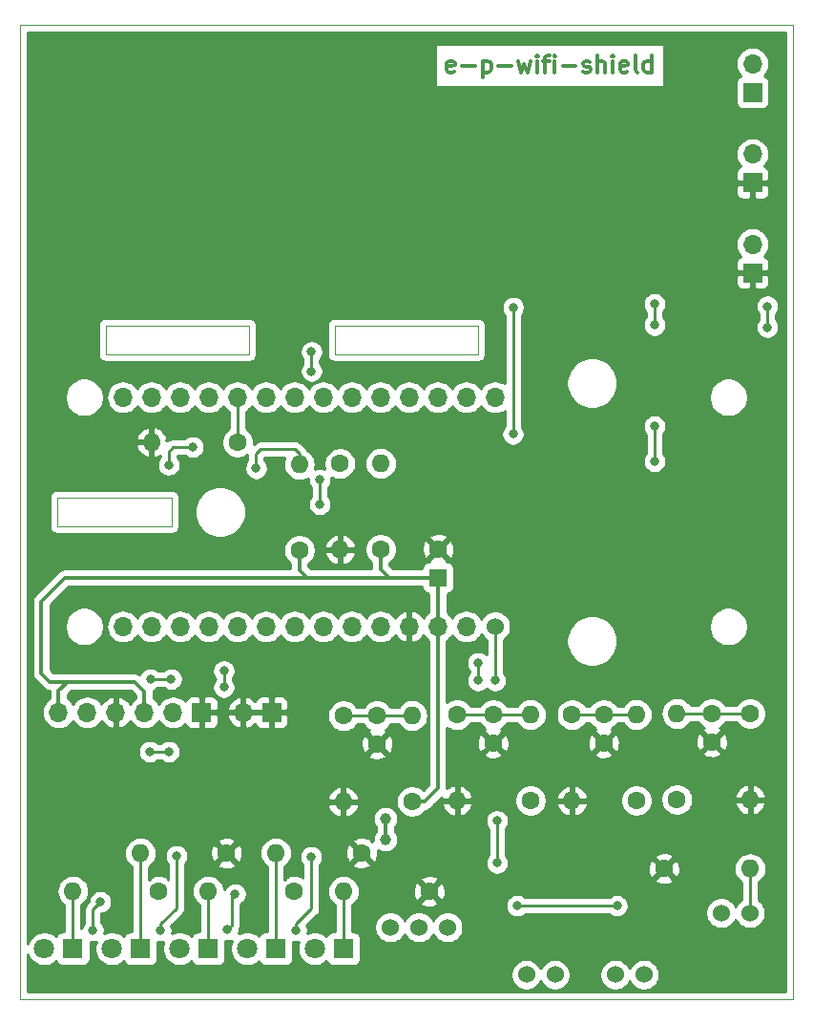
<source format=gtl>
G04 #@! TF.GenerationSoftware,KiCad,Pcbnew,(5.1.4)-1*
G04 #@! TF.CreationDate,2019-12-06T09:41:04+01:00*
G04 #@! TF.ProjectId,e-p-wifi,652d702d-7769-4666-992e-6b696361645f,1.0*
G04 #@! TF.SameCoordinates,Original*
G04 #@! TF.FileFunction,Copper,L1,Top*
G04 #@! TF.FilePolarity,Positive*
%FSLAX46Y46*%
G04 Gerber Fmt 4.6, Leading zero omitted, Abs format (unit mm)*
G04 Created by KiCad (PCBNEW (5.1.4)-1) date 2019-12-06 09:41:04*
%MOMM*%
%LPD*%
G04 APERTURE LIST*
%ADD10C,0.100000*%
%ADD11C,0.300000*%
%ADD12R,1.800000X1.800000*%
%ADD13C,1.800000*%
%ADD14C,1.600000*%
%ADD15R,1.700000X1.700000*%
%ADD16O,1.700000X1.700000*%
%ADD17R,1.600000X1.600000*%
%ADD18O,1.600000X1.600000*%
%ADD19C,1.524000*%
%ADD20C,1.000000*%
%ADD21C,0.800000*%
%ADD22C,0.350000*%
%ADD23C,0.250000*%
%ADD24C,0.254000*%
G04 APERTURE END LIST*
D10*
X40326000Y-46670000D02*
X40326000Y-49210000D01*
X27626000Y-46670000D02*
X27626000Y-49210000D01*
X27626000Y-46670000D02*
X40326000Y-46670000D01*
X27626000Y-49210000D02*
X40326000Y-49210000D01*
X47940000Y-49210000D02*
X47940000Y-46670000D01*
X60640000Y-46670000D02*
X60640000Y-49210000D01*
X47940000Y-46670000D02*
X60640000Y-46670000D01*
X47940000Y-49210000D02*
X60640000Y-49210000D01*
X23302000Y-64450000D02*
X33462000Y-64450000D01*
X33462000Y-61910000D02*
X23302000Y-61910000D01*
X23302000Y-61910000D02*
X23302000Y-64450000D01*
X20000000Y-106360000D02*
X88580000Y-106360000D01*
X88580000Y-20000000D02*
X88580000Y-106360000D01*
X20000000Y-20000000D02*
X20000000Y-106360000D01*
X33462000Y-61910000D02*
X33462000Y-64450000D01*
X20000000Y-20000000D02*
X88580000Y-20000000D01*
D11*
X58535714Y-24132142D02*
X58392857Y-24203571D01*
X58107142Y-24203571D01*
X57964285Y-24132142D01*
X57892857Y-23989285D01*
X57892857Y-23417857D01*
X57964285Y-23275000D01*
X58107142Y-23203571D01*
X58392857Y-23203571D01*
X58535714Y-23275000D01*
X58607142Y-23417857D01*
X58607142Y-23560714D01*
X57892857Y-23703571D01*
X59250000Y-23632142D02*
X60392857Y-23632142D01*
X61107142Y-23203571D02*
X61107142Y-24703571D01*
X61107142Y-23275000D02*
X61250000Y-23203571D01*
X61535714Y-23203571D01*
X61678571Y-23275000D01*
X61750000Y-23346428D01*
X61821428Y-23489285D01*
X61821428Y-23917857D01*
X61750000Y-24060714D01*
X61678571Y-24132142D01*
X61535714Y-24203571D01*
X61250000Y-24203571D01*
X61107142Y-24132142D01*
X62464285Y-23632142D02*
X63607142Y-23632142D01*
X64178571Y-23203571D02*
X64464285Y-24203571D01*
X64750000Y-23489285D01*
X65035714Y-24203571D01*
X65321428Y-23203571D01*
X65892857Y-24203571D02*
X65892857Y-23203571D01*
X65892857Y-22703571D02*
X65821428Y-22775000D01*
X65892857Y-22846428D01*
X65964285Y-22775000D01*
X65892857Y-22703571D01*
X65892857Y-22846428D01*
X66392857Y-23203571D02*
X66964285Y-23203571D01*
X66607142Y-24203571D02*
X66607142Y-22917857D01*
X66678571Y-22775000D01*
X66821428Y-22703571D01*
X66964285Y-22703571D01*
X67464285Y-24203571D02*
X67464285Y-23203571D01*
X67464285Y-22703571D02*
X67392857Y-22775000D01*
X67464285Y-22846428D01*
X67535714Y-22775000D01*
X67464285Y-22703571D01*
X67464285Y-22846428D01*
X68178571Y-23632142D02*
X69321428Y-23632142D01*
X69964285Y-24132142D02*
X70107142Y-24203571D01*
X70392857Y-24203571D01*
X70535714Y-24132142D01*
X70607142Y-23989285D01*
X70607142Y-23917857D01*
X70535714Y-23775000D01*
X70392857Y-23703571D01*
X70178571Y-23703571D01*
X70035714Y-23632142D01*
X69964285Y-23489285D01*
X69964285Y-23417857D01*
X70035714Y-23275000D01*
X70178571Y-23203571D01*
X70392857Y-23203571D01*
X70535714Y-23275000D01*
X71250000Y-24203571D02*
X71250000Y-22703571D01*
X71892857Y-24203571D02*
X71892857Y-23417857D01*
X71821428Y-23275000D01*
X71678571Y-23203571D01*
X71464285Y-23203571D01*
X71321428Y-23275000D01*
X71250000Y-23346428D01*
X72607142Y-24203571D02*
X72607142Y-23203571D01*
X72607142Y-22703571D02*
X72535714Y-22775000D01*
X72607142Y-22846428D01*
X72678571Y-22775000D01*
X72607142Y-22703571D01*
X72607142Y-22846428D01*
X73892857Y-24132142D02*
X73750000Y-24203571D01*
X73464285Y-24203571D01*
X73321428Y-24132142D01*
X73250000Y-23989285D01*
X73250000Y-23417857D01*
X73321428Y-23275000D01*
X73464285Y-23203571D01*
X73750000Y-23203571D01*
X73892857Y-23275000D01*
X73964285Y-23417857D01*
X73964285Y-23560714D01*
X73250000Y-23703571D01*
X74821428Y-24203571D02*
X74678571Y-24132142D01*
X74607142Y-23989285D01*
X74607142Y-22703571D01*
X76035714Y-24203571D02*
X76035714Y-22703571D01*
X76035714Y-24132142D02*
X75892857Y-24203571D01*
X75607142Y-24203571D01*
X75464285Y-24132142D01*
X75392857Y-24060714D01*
X75321428Y-23917857D01*
X75321428Y-23489285D01*
X75392857Y-23346428D01*
X75464285Y-23275000D01*
X75607142Y-23203571D01*
X75892857Y-23203571D01*
X76035714Y-23275000D01*
D12*
X48700000Y-101900000D03*
D13*
X46160000Y-101900000D03*
X22160000Y-101900000D03*
D12*
X24700000Y-101900000D03*
D14*
X71790000Y-83660000D03*
X71790000Y-81160000D03*
D15*
X85000000Y-26000000D03*
D16*
X85000000Y-23460000D03*
D15*
X85000000Y-42000000D03*
D16*
X85000000Y-39460000D03*
X39790000Y-80960000D03*
D15*
X42330000Y-80960000D03*
D17*
X57100000Y-69000000D03*
D14*
X57100000Y-66500000D03*
D15*
X36130000Y-80960000D03*
D16*
X33590000Y-80960000D03*
X31050000Y-80960000D03*
X28510000Y-80960000D03*
X25970000Y-80960000D03*
X23430000Y-80960000D03*
D14*
X81390000Y-81060000D03*
X81390000Y-83560000D03*
X61990000Y-81160000D03*
X61990000Y-83660000D03*
D12*
X36700000Y-101900000D03*
D13*
X34160000Y-101900000D03*
D12*
X42700000Y-101900000D03*
D13*
X40160000Y-101900000D03*
D14*
X51690000Y-83760000D03*
X51690000Y-81260000D03*
D13*
X28160000Y-101900000D03*
D12*
X30700000Y-101900000D03*
D16*
X85000000Y-31460000D03*
D15*
X85000000Y-34000000D03*
D14*
X44800000Y-66600000D03*
D18*
X44800000Y-58980000D03*
X84790000Y-88680000D03*
D14*
X84790000Y-81060000D03*
D18*
X58790000Y-88780000D03*
D14*
X58790000Y-81160000D03*
X48400000Y-58900000D03*
D18*
X48400000Y-66520000D03*
X36700000Y-96800000D03*
D14*
X44320000Y-96800000D03*
D18*
X54790000Y-81240000D03*
D14*
X54790000Y-88860000D03*
X65300000Y-88770000D03*
D18*
X65300000Y-81150000D03*
D14*
X38310000Y-93430000D03*
D18*
X30690000Y-93430000D03*
D14*
X68990000Y-81160000D03*
D18*
X68990000Y-88780000D03*
X48700000Y-96810000D03*
D14*
X56320000Y-96810000D03*
X50320000Y-93410000D03*
D18*
X42700000Y-93410000D03*
X84770000Y-94800000D03*
D14*
X77150000Y-94800000D03*
D18*
X74690000Y-81140000D03*
D14*
X74690000Y-88760000D03*
X52000000Y-66500000D03*
D18*
X52000000Y-58880000D03*
X24700000Y-96800000D03*
D14*
X32320000Y-96800000D03*
D16*
X62165000Y-53020000D03*
X59625000Y-73340000D03*
X59625000Y-53020000D03*
X57085000Y-73340000D03*
X57085000Y-53020000D03*
X54545000Y-73340000D03*
X54545000Y-53020000D03*
X52005000Y-73340000D03*
X52005000Y-53020000D03*
X49465000Y-73340000D03*
X49465000Y-53020000D03*
X46925000Y-73340000D03*
X46925000Y-53020000D03*
X44385000Y-73340000D03*
X44385000Y-53020000D03*
X41845000Y-73340000D03*
X41845000Y-53020000D03*
X39305000Y-73340000D03*
X39305000Y-53020000D03*
X36765000Y-73340000D03*
X36765000Y-53020000D03*
X34225000Y-73340000D03*
X34225000Y-53020000D03*
X31685000Y-73340000D03*
X31685000Y-53020000D03*
X29145000Y-73340000D03*
X29145000Y-53020000D03*
D19*
X62165000Y-73340000D03*
D18*
X31680000Y-57000000D03*
D14*
X39300000Y-57000000D03*
X78290000Y-88660000D03*
D18*
X78290000Y-81040000D03*
D14*
X48690000Y-81260000D03*
D18*
X48690000Y-88880000D03*
D19*
X55400000Y-100000000D03*
X52860000Y-100000000D03*
X57940000Y-100000000D03*
X82230000Y-98725000D03*
X84770000Y-98725000D03*
X75370000Y-104200000D03*
X72830000Y-104200000D03*
X64930000Y-104200000D03*
X67470000Y-104200000D03*
D20*
X52434999Y-92234999D03*
X52434999Y-90365001D03*
D21*
X64100000Y-98080000D03*
X72970000Y-98080000D03*
X76310000Y-58700000D03*
X76310000Y-55590000D03*
X76310000Y-46620000D03*
X76310000Y-44750000D03*
X32480000Y-100290000D03*
X33880000Y-93650000D03*
X26480000Y-100280000D03*
X27130000Y-97750000D03*
X44510000Y-100250000D03*
X45850000Y-93740000D03*
X33420000Y-78000000D03*
X31570000Y-78000000D03*
X38420000Y-100210000D03*
X39090000Y-97050000D03*
X33210000Y-84430000D03*
X33210000Y-84430000D03*
X31520000Y-84430000D03*
X86310000Y-46810000D03*
X86310000Y-44960000D03*
X62330000Y-94290000D03*
X62330000Y-90560000D03*
X60640000Y-78125000D03*
X60640000Y-76550000D03*
X63750000Y-56290000D03*
X63760000Y-45060000D03*
X38090000Y-78725000D03*
X38090000Y-77270000D03*
X40950000Y-59320000D03*
X33200000Y-59020000D03*
X35340000Y-57430000D03*
X45870000Y-48990000D03*
X45870000Y-50715000D03*
X46600000Y-62500000D03*
X46600000Y-60300000D03*
X62160000Y-78125000D03*
D22*
X52434999Y-92234999D02*
X52434999Y-90365001D01*
X57100000Y-73325000D02*
X57085000Y-73340000D01*
X57100000Y-69000000D02*
X57100000Y-73325000D01*
X52000000Y-68250000D02*
X52000000Y-66500000D01*
X57100000Y-69000000D02*
X52750000Y-69000000D01*
X52750000Y-69000000D02*
X52000000Y-68250000D01*
X52750000Y-69000000D02*
X45480000Y-69000000D01*
X44800000Y-68320000D02*
X44800000Y-66600000D01*
X45480000Y-69000000D02*
X44800000Y-68320000D01*
X31050000Y-79150000D02*
X31050000Y-80960000D01*
X30130000Y-78230000D02*
X31050000Y-79150000D01*
X25480000Y-78230000D02*
X30130000Y-78230000D01*
X24250000Y-78230000D02*
X25480000Y-78230000D01*
X23430000Y-80960000D02*
X23430000Y-79050000D01*
X23430000Y-79050000D02*
X24250000Y-78230000D01*
X22640000Y-78230000D02*
X25480000Y-78230000D01*
X21900000Y-77490000D02*
X22640000Y-78230000D01*
X21900000Y-71110000D02*
X21900000Y-77490000D01*
X45480000Y-69000000D02*
X24010000Y-69000000D01*
X24010000Y-69000000D02*
X21900000Y-71110000D01*
X57085000Y-74542081D02*
X57085000Y-73340000D01*
X57085000Y-87696370D02*
X57085000Y-74542081D01*
X55921370Y-88860000D02*
X57085000Y-87696370D01*
X54790000Y-88860000D02*
X55921370Y-88860000D01*
D23*
X81370000Y-81040000D02*
X81390000Y-81060000D01*
X78290000Y-81040000D02*
X81370000Y-81040000D01*
X84790000Y-81060000D02*
X81390000Y-81060000D01*
X68990000Y-81160000D02*
X71790000Y-81160000D01*
X71810000Y-81140000D02*
X71790000Y-81160000D01*
X74690000Y-81140000D02*
X71810000Y-81140000D01*
X59921370Y-81160000D02*
X61990000Y-81160000D01*
X58790000Y-81160000D02*
X59921370Y-81160000D01*
X62000000Y-81150000D02*
X61990000Y-81160000D01*
X65300000Y-81150000D02*
X62000000Y-81150000D01*
X54770000Y-81260000D02*
X54790000Y-81240000D01*
X51690000Y-81260000D02*
X54770000Y-81260000D01*
X51690000Y-81260000D02*
X48690000Y-81260000D01*
X64100000Y-98080000D02*
X64665685Y-98080000D01*
X64665685Y-98080000D02*
X72970000Y-98080000D01*
X76310000Y-58700000D02*
X76310000Y-58134315D01*
X76310000Y-58134315D02*
X76310000Y-55590000D01*
X76310000Y-46620000D02*
X76310000Y-46054315D01*
X76310000Y-46054315D02*
X76310000Y-44750000D01*
X24700000Y-100750000D02*
X24700000Y-96800000D01*
X24700000Y-101900000D02*
X24700000Y-100750000D01*
X36700000Y-100750000D02*
X36700000Y-96800000D01*
X36700000Y-101900000D02*
X36700000Y-100750000D01*
X32480000Y-99724315D02*
X33880000Y-98324315D01*
X32480000Y-100290000D02*
X32480000Y-99724315D01*
X33880000Y-98324315D02*
X33880000Y-93650000D01*
X26480000Y-100280000D02*
X26480000Y-99714315D01*
X26480000Y-99714315D02*
X26480000Y-98400000D01*
X26480000Y-98400000D02*
X27130000Y-97750000D01*
X30700000Y-93440000D02*
X30690000Y-93430000D01*
X30700000Y-101900000D02*
X30700000Y-93440000D01*
X48700000Y-100750000D02*
X48700000Y-96810000D01*
X48700000Y-101900000D02*
X48700000Y-100750000D01*
X44510000Y-99684315D02*
X45850000Y-98344315D01*
X44510000Y-100250000D02*
X44510000Y-99684315D01*
X45850000Y-98344315D02*
X45850000Y-93740000D01*
X33420000Y-78000000D02*
X31570000Y-78000000D01*
X42700000Y-101900000D02*
X42700000Y-93410000D01*
X38819999Y-99810001D02*
X38819999Y-97320001D01*
X38420000Y-100210000D02*
X38819999Y-99810001D01*
X38819999Y-97320001D02*
X39090000Y-97050000D01*
X33210000Y-84430000D02*
X32644315Y-84430000D01*
X32644315Y-84430000D02*
X31520000Y-84430000D01*
X86310000Y-46810000D02*
X86310000Y-46244315D01*
X86310000Y-46244315D02*
X86310000Y-44960000D01*
X62330000Y-94290000D02*
X62330000Y-90560000D01*
X60640000Y-78125000D02*
X60640000Y-77559315D01*
X60640000Y-77559315D02*
X60640000Y-76760000D01*
X60640000Y-76760000D02*
X60640000Y-76550000D01*
X63750000Y-55724315D02*
X63760000Y-55714315D01*
X63750000Y-56290000D02*
X63750000Y-55724315D01*
X63760000Y-55714315D02*
X63760000Y-45060000D01*
X38090000Y-78725000D02*
X38090000Y-77270000D01*
X44800000Y-58010000D02*
X44800000Y-58980000D01*
X44420000Y-57630000D02*
X44800000Y-58010000D01*
X41360000Y-57630000D02*
X44420000Y-57630000D01*
X40950000Y-59320000D02*
X40950000Y-58040000D01*
X40950000Y-58040000D02*
X41360000Y-57630000D01*
X33590000Y-57430000D02*
X35340000Y-57430000D01*
X33200000Y-59020000D02*
X33200000Y-57820000D01*
X33200000Y-57820000D02*
X33590000Y-57430000D01*
X84770000Y-98725000D02*
X84770000Y-94800000D01*
X45870000Y-48990000D02*
X45870000Y-50640000D01*
X45870000Y-50640000D02*
X45870000Y-50715000D01*
X39300000Y-53025000D02*
X39305000Y-53020000D01*
X39300000Y-57000000D02*
X39300000Y-53025000D01*
X46600000Y-62500000D02*
X46600000Y-60300000D01*
X62160000Y-73345000D02*
X62165000Y-73340000D01*
X62160000Y-78125000D02*
X62160000Y-73345000D01*
D24*
G36*
X87895001Y-105675000D02*
G01*
X20685000Y-105675000D01*
X20685000Y-104062408D01*
X63533000Y-104062408D01*
X63533000Y-104337592D01*
X63586686Y-104607490D01*
X63691995Y-104861727D01*
X63844880Y-105090535D01*
X64039465Y-105285120D01*
X64268273Y-105438005D01*
X64522510Y-105543314D01*
X64792408Y-105597000D01*
X65067592Y-105597000D01*
X65337490Y-105543314D01*
X65591727Y-105438005D01*
X65820535Y-105285120D01*
X66015120Y-105090535D01*
X66168005Y-104861727D01*
X66200000Y-104784485D01*
X66231995Y-104861727D01*
X66384880Y-105090535D01*
X66579465Y-105285120D01*
X66808273Y-105438005D01*
X67062510Y-105543314D01*
X67332408Y-105597000D01*
X67607592Y-105597000D01*
X67877490Y-105543314D01*
X68131727Y-105438005D01*
X68360535Y-105285120D01*
X68555120Y-105090535D01*
X68708005Y-104861727D01*
X68813314Y-104607490D01*
X68867000Y-104337592D01*
X68867000Y-104062408D01*
X71433000Y-104062408D01*
X71433000Y-104337592D01*
X71486686Y-104607490D01*
X71591995Y-104861727D01*
X71744880Y-105090535D01*
X71939465Y-105285120D01*
X72168273Y-105438005D01*
X72422510Y-105543314D01*
X72692408Y-105597000D01*
X72967592Y-105597000D01*
X73237490Y-105543314D01*
X73491727Y-105438005D01*
X73720535Y-105285120D01*
X73915120Y-105090535D01*
X74068005Y-104861727D01*
X74100000Y-104784485D01*
X74131995Y-104861727D01*
X74284880Y-105090535D01*
X74479465Y-105285120D01*
X74708273Y-105438005D01*
X74962510Y-105543314D01*
X75232408Y-105597000D01*
X75507592Y-105597000D01*
X75777490Y-105543314D01*
X76031727Y-105438005D01*
X76260535Y-105285120D01*
X76455120Y-105090535D01*
X76608005Y-104861727D01*
X76713314Y-104607490D01*
X76767000Y-104337592D01*
X76767000Y-104062408D01*
X76713314Y-103792510D01*
X76608005Y-103538273D01*
X76455120Y-103309465D01*
X76260535Y-103114880D01*
X76031727Y-102961995D01*
X75777490Y-102856686D01*
X75507592Y-102803000D01*
X75232408Y-102803000D01*
X74962510Y-102856686D01*
X74708273Y-102961995D01*
X74479465Y-103114880D01*
X74284880Y-103309465D01*
X74131995Y-103538273D01*
X74100000Y-103615515D01*
X74068005Y-103538273D01*
X73915120Y-103309465D01*
X73720535Y-103114880D01*
X73491727Y-102961995D01*
X73237490Y-102856686D01*
X72967592Y-102803000D01*
X72692408Y-102803000D01*
X72422510Y-102856686D01*
X72168273Y-102961995D01*
X71939465Y-103114880D01*
X71744880Y-103309465D01*
X71591995Y-103538273D01*
X71486686Y-103792510D01*
X71433000Y-104062408D01*
X68867000Y-104062408D01*
X68813314Y-103792510D01*
X68708005Y-103538273D01*
X68555120Y-103309465D01*
X68360535Y-103114880D01*
X68131727Y-102961995D01*
X67877490Y-102856686D01*
X67607592Y-102803000D01*
X67332408Y-102803000D01*
X67062510Y-102856686D01*
X66808273Y-102961995D01*
X66579465Y-103114880D01*
X66384880Y-103309465D01*
X66231995Y-103538273D01*
X66200000Y-103615515D01*
X66168005Y-103538273D01*
X66015120Y-103309465D01*
X65820535Y-103114880D01*
X65591727Y-102961995D01*
X65337490Y-102856686D01*
X65067592Y-102803000D01*
X64792408Y-102803000D01*
X64522510Y-102856686D01*
X64268273Y-102961995D01*
X64039465Y-103114880D01*
X63844880Y-103309465D01*
X63691995Y-103538273D01*
X63586686Y-103792510D01*
X63533000Y-104062408D01*
X20685000Y-104062408D01*
X20685000Y-102350184D01*
X20799701Y-102627095D01*
X20967688Y-102878505D01*
X21181495Y-103092312D01*
X21432905Y-103260299D01*
X21712257Y-103376011D01*
X22008816Y-103435000D01*
X22311184Y-103435000D01*
X22607743Y-103376011D01*
X22887095Y-103260299D01*
X23138505Y-103092312D01*
X23204944Y-103025873D01*
X23210498Y-103044180D01*
X23269463Y-103154494D01*
X23348815Y-103251185D01*
X23445506Y-103330537D01*
X23555820Y-103389502D01*
X23675518Y-103425812D01*
X23800000Y-103438072D01*
X25600000Y-103438072D01*
X25724482Y-103425812D01*
X25844180Y-103389502D01*
X25954494Y-103330537D01*
X26051185Y-103251185D01*
X26130537Y-103154494D01*
X26189502Y-103044180D01*
X26225812Y-102924482D01*
X26238072Y-102800000D01*
X26238072Y-101287155D01*
X26378061Y-101315000D01*
X26581939Y-101315000D01*
X26755111Y-101280554D01*
X26683989Y-101452257D01*
X26625000Y-101748816D01*
X26625000Y-102051184D01*
X26683989Y-102347743D01*
X26799701Y-102627095D01*
X26967688Y-102878505D01*
X27181495Y-103092312D01*
X27432905Y-103260299D01*
X27712257Y-103376011D01*
X28008816Y-103435000D01*
X28311184Y-103435000D01*
X28607743Y-103376011D01*
X28887095Y-103260299D01*
X29138505Y-103092312D01*
X29204944Y-103025873D01*
X29210498Y-103044180D01*
X29269463Y-103154494D01*
X29348815Y-103251185D01*
X29445506Y-103330537D01*
X29555820Y-103389502D01*
X29675518Y-103425812D01*
X29800000Y-103438072D01*
X31600000Y-103438072D01*
X31724482Y-103425812D01*
X31844180Y-103389502D01*
X31954494Y-103330537D01*
X32051185Y-103251185D01*
X32130537Y-103154494D01*
X32189502Y-103044180D01*
X32225812Y-102924482D01*
X32238072Y-102800000D01*
X32238072Y-101297155D01*
X32378061Y-101325000D01*
X32581939Y-101325000D01*
X32750597Y-101291452D01*
X32683989Y-101452257D01*
X32625000Y-101748816D01*
X32625000Y-102051184D01*
X32683989Y-102347743D01*
X32799701Y-102627095D01*
X32967688Y-102878505D01*
X33181495Y-103092312D01*
X33432905Y-103260299D01*
X33712257Y-103376011D01*
X34008816Y-103435000D01*
X34311184Y-103435000D01*
X34607743Y-103376011D01*
X34887095Y-103260299D01*
X35138505Y-103092312D01*
X35204944Y-103025873D01*
X35210498Y-103044180D01*
X35269463Y-103154494D01*
X35348815Y-103251185D01*
X35445506Y-103330537D01*
X35555820Y-103389502D01*
X35675518Y-103425812D01*
X35800000Y-103438072D01*
X37600000Y-103438072D01*
X37724482Y-103425812D01*
X37844180Y-103389502D01*
X37954494Y-103330537D01*
X38051185Y-103251185D01*
X38130537Y-103154494D01*
X38189502Y-103044180D01*
X38225812Y-102924482D01*
X38238072Y-102800000D01*
X38238072Y-101229089D01*
X38318061Y-101245000D01*
X38521939Y-101245000D01*
X38721898Y-101205226D01*
X38799654Y-101173018D01*
X38683989Y-101452257D01*
X38625000Y-101748816D01*
X38625000Y-102051184D01*
X38683989Y-102347743D01*
X38799701Y-102627095D01*
X38967688Y-102878505D01*
X39181495Y-103092312D01*
X39432905Y-103260299D01*
X39712257Y-103376011D01*
X40008816Y-103435000D01*
X40311184Y-103435000D01*
X40607743Y-103376011D01*
X40887095Y-103260299D01*
X41138505Y-103092312D01*
X41204944Y-103025873D01*
X41210498Y-103044180D01*
X41269463Y-103154494D01*
X41348815Y-103251185D01*
X41445506Y-103330537D01*
X41555820Y-103389502D01*
X41675518Y-103425812D01*
X41800000Y-103438072D01*
X43600000Y-103438072D01*
X43724482Y-103425812D01*
X43844180Y-103389502D01*
X43954494Y-103330537D01*
X44051185Y-103251185D01*
X44130537Y-103154494D01*
X44189502Y-103044180D01*
X44225812Y-102924482D01*
X44238072Y-102800000D01*
X44238072Y-101251187D01*
X44408061Y-101285000D01*
X44611939Y-101285000D01*
X44765960Y-101254364D01*
X44683989Y-101452257D01*
X44625000Y-101748816D01*
X44625000Y-102051184D01*
X44683989Y-102347743D01*
X44799701Y-102627095D01*
X44967688Y-102878505D01*
X45181495Y-103092312D01*
X45432905Y-103260299D01*
X45712257Y-103376011D01*
X46008816Y-103435000D01*
X46311184Y-103435000D01*
X46607743Y-103376011D01*
X46887095Y-103260299D01*
X47138505Y-103092312D01*
X47204944Y-103025873D01*
X47210498Y-103044180D01*
X47269463Y-103154494D01*
X47348815Y-103251185D01*
X47445506Y-103330537D01*
X47555820Y-103389502D01*
X47675518Y-103425812D01*
X47800000Y-103438072D01*
X49600000Y-103438072D01*
X49724482Y-103425812D01*
X49844180Y-103389502D01*
X49954494Y-103330537D01*
X50051185Y-103251185D01*
X50130537Y-103154494D01*
X50189502Y-103044180D01*
X50225812Y-102924482D01*
X50238072Y-102800000D01*
X50238072Y-101000000D01*
X50225812Y-100875518D01*
X50189502Y-100755820D01*
X50130537Y-100645506D01*
X50051185Y-100548815D01*
X49954494Y-100469463D01*
X49844180Y-100410498D01*
X49724482Y-100374188D01*
X49600000Y-100361928D01*
X49460000Y-100361928D01*
X49460000Y-99862408D01*
X51463000Y-99862408D01*
X51463000Y-100137592D01*
X51516686Y-100407490D01*
X51621995Y-100661727D01*
X51774880Y-100890535D01*
X51969465Y-101085120D01*
X52198273Y-101238005D01*
X52452510Y-101343314D01*
X52722408Y-101397000D01*
X52997592Y-101397000D01*
X53267490Y-101343314D01*
X53521727Y-101238005D01*
X53750535Y-101085120D01*
X53945120Y-100890535D01*
X54098005Y-100661727D01*
X54130000Y-100584485D01*
X54161995Y-100661727D01*
X54314880Y-100890535D01*
X54509465Y-101085120D01*
X54738273Y-101238005D01*
X54992510Y-101343314D01*
X55262408Y-101397000D01*
X55537592Y-101397000D01*
X55807490Y-101343314D01*
X56061727Y-101238005D01*
X56290535Y-101085120D01*
X56485120Y-100890535D01*
X56638005Y-100661727D01*
X56670000Y-100584485D01*
X56701995Y-100661727D01*
X56854880Y-100890535D01*
X57049465Y-101085120D01*
X57278273Y-101238005D01*
X57532510Y-101343314D01*
X57802408Y-101397000D01*
X58077592Y-101397000D01*
X58347490Y-101343314D01*
X58601727Y-101238005D01*
X58830535Y-101085120D01*
X59025120Y-100890535D01*
X59178005Y-100661727D01*
X59283314Y-100407490D01*
X59337000Y-100137592D01*
X59337000Y-99862408D01*
X59283314Y-99592510D01*
X59178005Y-99338273D01*
X59025120Y-99109465D01*
X58830535Y-98914880D01*
X58601727Y-98761995D01*
X58347490Y-98656686D01*
X58077592Y-98603000D01*
X57802408Y-98603000D01*
X57532510Y-98656686D01*
X57278273Y-98761995D01*
X57049465Y-98914880D01*
X56854880Y-99109465D01*
X56701995Y-99338273D01*
X56670000Y-99415515D01*
X56638005Y-99338273D01*
X56485120Y-99109465D01*
X56290535Y-98914880D01*
X56061727Y-98761995D01*
X55807490Y-98656686D01*
X55537592Y-98603000D01*
X55262408Y-98603000D01*
X54992510Y-98656686D01*
X54738273Y-98761995D01*
X54509465Y-98914880D01*
X54314880Y-99109465D01*
X54161995Y-99338273D01*
X54130000Y-99415515D01*
X54098005Y-99338273D01*
X53945120Y-99109465D01*
X53750535Y-98914880D01*
X53521727Y-98761995D01*
X53267490Y-98656686D01*
X52997592Y-98603000D01*
X52722408Y-98603000D01*
X52452510Y-98656686D01*
X52198273Y-98761995D01*
X51969465Y-98914880D01*
X51774880Y-99109465D01*
X51621995Y-99338273D01*
X51516686Y-99592510D01*
X51463000Y-99862408D01*
X49460000Y-99862408D01*
X49460000Y-98030901D01*
X49501101Y-98008932D01*
X49719608Y-97829608D01*
X49741689Y-97802702D01*
X55506903Y-97802702D01*
X55578486Y-98046671D01*
X55833996Y-98167571D01*
X56108184Y-98236300D01*
X56390512Y-98250217D01*
X56670130Y-98208787D01*
X56936292Y-98113603D01*
X57061514Y-98046671D01*
X57081644Y-97978061D01*
X63065000Y-97978061D01*
X63065000Y-98181939D01*
X63104774Y-98381898D01*
X63182795Y-98570256D01*
X63296063Y-98739774D01*
X63440226Y-98883937D01*
X63609744Y-98997205D01*
X63798102Y-99075226D01*
X63998061Y-99115000D01*
X64201939Y-99115000D01*
X64401898Y-99075226D01*
X64590256Y-98997205D01*
X64759774Y-98883937D01*
X64803711Y-98840000D01*
X72266289Y-98840000D01*
X72310226Y-98883937D01*
X72479744Y-98997205D01*
X72668102Y-99075226D01*
X72868061Y-99115000D01*
X73071939Y-99115000D01*
X73271898Y-99075226D01*
X73460256Y-98997205D01*
X73629774Y-98883937D01*
X73773937Y-98739774D01*
X73875744Y-98587408D01*
X80833000Y-98587408D01*
X80833000Y-98862592D01*
X80886686Y-99132490D01*
X80991995Y-99386727D01*
X81144880Y-99615535D01*
X81339465Y-99810120D01*
X81568273Y-99963005D01*
X81822510Y-100068314D01*
X82092408Y-100122000D01*
X82367592Y-100122000D01*
X82637490Y-100068314D01*
X82891727Y-99963005D01*
X83120535Y-99810120D01*
X83315120Y-99615535D01*
X83468005Y-99386727D01*
X83500000Y-99309485D01*
X83531995Y-99386727D01*
X83684880Y-99615535D01*
X83879465Y-99810120D01*
X84108273Y-99963005D01*
X84362510Y-100068314D01*
X84632408Y-100122000D01*
X84907592Y-100122000D01*
X85177490Y-100068314D01*
X85431727Y-99963005D01*
X85660535Y-99810120D01*
X85855120Y-99615535D01*
X86008005Y-99386727D01*
X86113314Y-99132490D01*
X86167000Y-98862592D01*
X86167000Y-98587408D01*
X86113314Y-98317510D01*
X86008005Y-98063273D01*
X85855120Y-97834465D01*
X85660535Y-97639880D01*
X85530000Y-97552659D01*
X85530000Y-96020901D01*
X85571101Y-95998932D01*
X85789608Y-95819608D01*
X85968932Y-95601101D01*
X86102182Y-95351808D01*
X86184236Y-95081309D01*
X86211943Y-94800000D01*
X86184236Y-94518691D01*
X86102182Y-94248192D01*
X85968932Y-93998899D01*
X85789608Y-93780392D01*
X85571101Y-93601068D01*
X85321808Y-93467818D01*
X85051309Y-93385764D01*
X84840492Y-93365000D01*
X84699508Y-93365000D01*
X84488691Y-93385764D01*
X84218192Y-93467818D01*
X83968899Y-93601068D01*
X83750392Y-93780392D01*
X83571068Y-93998899D01*
X83437818Y-94248192D01*
X83355764Y-94518691D01*
X83328057Y-94800000D01*
X83355764Y-95081309D01*
X83437818Y-95351808D01*
X83571068Y-95601101D01*
X83750392Y-95819608D01*
X83968899Y-95998932D01*
X84010001Y-96020901D01*
X84010000Y-97552659D01*
X83879465Y-97639880D01*
X83684880Y-97834465D01*
X83531995Y-98063273D01*
X83500000Y-98140515D01*
X83468005Y-98063273D01*
X83315120Y-97834465D01*
X83120535Y-97639880D01*
X82891727Y-97486995D01*
X82637490Y-97381686D01*
X82367592Y-97328000D01*
X82092408Y-97328000D01*
X81822510Y-97381686D01*
X81568273Y-97486995D01*
X81339465Y-97639880D01*
X81144880Y-97834465D01*
X80991995Y-98063273D01*
X80886686Y-98317510D01*
X80833000Y-98587408D01*
X73875744Y-98587408D01*
X73887205Y-98570256D01*
X73965226Y-98381898D01*
X74005000Y-98181939D01*
X74005000Y-97978061D01*
X73965226Y-97778102D01*
X73887205Y-97589744D01*
X73773937Y-97420226D01*
X73629774Y-97276063D01*
X73460256Y-97162795D01*
X73271898Y-97084774D01*
X73071939Y-97045000D01*
X72868061Y-97045000D01*
X72668102Y-97084774D01*
X72479744Y-97162795D01*
X72310226Y-97276063D01*
X72266289Y-97320000D01*
X64803711Y-97320000D01*
X64759774Y-97276063D01*
X64590256Y-97162795D01*
X64401898Y-97084774D01*
X64201939Y-97045000D01*
X63998061Y-97045000D01*
X63798102Y-97084774D01*
X63609744Y-97162795D01*
X63440226Y-97276063D01*
X63296063Y-97420226D01*
X63182795Y-97589744D01*
X63104774Y-97778102D01*
X63065000Y-97978061D01*
X57081644Y-97978061D01*
X57133097Y-97802702D01*
X56320000Y-96989605D01*
X55506903Y-97802702D01*
X49741689Y-97802702D01*
X49898932Y-97611101D01*
X50032182Y-97361808D01*
X50114236Y-97091309D01*
X50134998Y-96880512D01*
X54879783Y-96880512D01*
X54921213Y-97160130D01*
X55016397Y-97426292D01*
X55083329Y-97551514D01*
X55327298Y-97623097D01*
X56140395Y-96810000D01*
X56499605Y-96810000D01*
X57312702Y-97623097D01*
X57556671Y-97551514D01*
X57677571Y-97296004D01*
X57746300Y-97021816D01*
X57760217Y-96739488D01*
X57718787Y-96459870D01*
X57623603Y-96193708D01*
X57556671Y-96068486D01*
X57312702Y-95996903D01*
X56499605Y-96810000D01*
X56140395Y-96810000D01*
X55327298Y-95996903D01*
X55083329Y-96068486D01*
X54962429Y-96323996D01*
X54893700Y-96598184D01*
X54879783Y-96880512D01*
X50134998Y-96880512D01*
X50141943Y-96810000D01*
X50114236Y-96528691D01*
X50032182Y-96258192D01*
X49898932Y-96008899D01*
X49741690Y-95817298D01*
X55506903Y-95817298D01*
X56320000Y-96630395D01*
X57133097Y-95817298D01*
X57125881Y-95792702D01*
X76336903Y-95792702D01*
X76408486Y-96036671D01*
X76663996Y-96157571D01*
X76938184Y-96226300D01*
X77220512Y-96240217D01*
X77500130Y-96198787D01*
X77766292Y-96103603D01*
X77891514Y-96036671D01*
X77963097Y-95792702D01*
X77150000Y-94979605D01*
X76336903Y-95792702D01*
X57125881Y-95792702D01*
X57061514Y-95573329D01*
X56806004Y-95452429D01*
X56531816Y-95383700D01*
X56249488Y-95369783D01*
X55969870Y-95411213D01*
X55703708Y-95506397D01*
X55578486Y-95573329D01*
X55506903Y-95817298D01*
X49741690Y-95817298D01*
X49719608Y-95790392D01*
X49501101Y-95611068D01*
X49251808Y-95477818D01*
X48981309Y-95395764D01*
X48770492Y-95375000D01*
X48629508Y-95375000D01*
X48418691Y-95395764D01*
X48148192Y-95477818D01*
X47898899Y-95611068D01*
X47680392Y-95790392D01*
X47501068Y-96008899D01*
X47367818Y-96258192D01*
X47285764Y-96528691D01*
X47258057Y-96810000D01*
X47285764Y-97091309D01*
X47367818Y-97361808D01*
X47501068Y-97611101D01*
X47680392Y-97829608D01*
X47898899Y-98008932D01*
X47940001Y-98030901D01*
X47940000Y-100361928D01*
X47800000Y-100361928D01*
X47675518Y-100374188D01*
X47555820Y-100410498D01*
X47445506Y-100469463D01*
X47348815Y-100548815D01*
X47269463Y-100645506D01*
X47210498Y-100755820D01*
X47204944Y-100774127D01*
X47138505Y-100707688D01*
X46887095Y-100539701D01*
X46607743Y-100423989D01*
X46311184Y-100365000D01*
X46008816Y-100365000D01*
X45712257Y-100423989D01*
X45514364Y-100505960D01*
X45545000Y-100351939D01*
X45545000Y-100148061D01*
X45505226Y-99948102D01*
X45451271Y-99817845D01*
X46361004Y-98908113D01*
X46390001Y-98884316D01*
X46484974Y-98768591D01*
X46555546Y-98636562D01*
X46599003Y-98493301D01*
X46610000Y-98381648D01*
X46610000Y-98381639D01*
X46613676Y-98344316D01*
X46610000Y-98306993D01*
X46610000Y-94443711D01*
X46651009Y-94402702D01*
X49506903Y-94402702D01*
X49578486Y-94646671D01*
X49833996Y-94767571D01*
X50108184Y-94836300D01*
X50390512Y-94850217D01*
X50670130Y-94808787D01*
X50936292Y-94713603D01*
X51061514Y-94646671D01*
X51133097Y-94402702D01*
X50320000Y-93589605D01*
X49506903Y-94402702D01*
X46651009Y-94402702D01*
X46653937Y-94399774D01*
X46767205Y-94230256D01*
X46845226Y-94041898D01*
X46885000Y-93841939D01*
X46885000Y-93638061D01*
X46853662Y-93480512D01*
X48879783Y-93480512D01*
X48921213Y-93760130D01*
X49016397Y-94026292D01*
X49083329Y-94151514D01*
X49327298Y-94223097D01*
X50140395Y-93410000D01*
X49327298Y-92596903D01*
X49083329Y-92668486D01*
X48962429Y-92923996D01*
X48893700Y-93198184D01*
X48879783Y-93480512D01*
X46853662Y-93480512D01*
X46845226Y-93438102D01*
X46767205Y-93249744D01*
X46653937Y-93080226D01*
X46509774Y-92936063D01*
X46340256Y-92822795D01*
X46151898Y-92744774D01*
X45951939Y-92705000D01*
X45748061Y-92705000D01*
X45548102Y-92744774D01*
X45359744Y-92822795D01*
X45190226Y-92936063D01*
X45046063Y-93080226D01*
X44932795Y-93249744D01*
X44854774Y-93438102D01*
X44815000Y-93638061D01*
X44815000Y-93841939D01*
X44854774Y-94041898D01*
X44932795Y-94230256D01*
X45046063Y-94399774D01*
X45090001Y-94443712D01*
X45090001Y-95660417D01*
X45061514Y-95563329D01*
X44806004Y-95442429D01*
X44531816Y-95373700D01*
X44249488Y-95359783D01*
X43969870Y-95401213D01*
X43703708Y-95496397D01*
X43578486Y-95563329D01*
X43506903Y-95807296D01*
X43460000Y-95760393D01*
X43460000Y-94630901D01*
X43501101Y-94608932D01*
X43719608Y-94429608D01*
X43898932Y-94211101D01*
X44032182Y-93961808D01*
X44114236Y-93691309D01*
X44141943Y-93410000D01*
X44114236Y-93128691D01*
X44032182Y-92858192D01*
X43898932Y-92608899D01*
X43741690Y-92417298D01*
X49506903Y-92417298D01*
X50320000Y-93230395D01*
X50334143Y-93216253D01*
X50513748Y-93395858D01*
X50499605Y-93410000D01*
X51312702Y-94223097D01*
X51556671Y-94151514D01*
X51677571Y-93896004D01*
X51746300Y-93621816D01*
X51760217Y-93339488D01*
X51728921Y-93128265D01*
X51897375Y-93240823D01*
X52103932Y-93326382D01*
X52323211Y-93369999D01*
X52546787Y-93369999D01*
X52766066Y-93326382D01*
X52972623Y-93240823D01*
X53158519Y-93116611D01*
X53316611Y-92958519D01*
X53440823Y-92772623D01*
X53526382Y-92566066D01*
X53569999Y-92346787D01*
X53569999Y-92123211D01*
X53526382Y-91903932D01*
X53440823Y-91697375D01*
X53316611Y-91511479D01*
X53244999Y-91439867D01*
X53244999Y-91160133D01*
X53316611Y-91088521D01*
X53440823Y-90902625D01*
X53526382Y-90696068D01*
X53569999Y-90476789D01*
X53569999Y-90458061D01*
X61295000Y-90458061D01*
X61295000Y-90661939D01*
X61334774Y-90861898D01*
X61412795Y-91050256D01*
X61526063Y-91219774D01*
X61570001Y-91263712D01*
X61570000Y-93586289D01*
X61526063Y-93630226D01*
X61412795Y-93799744D01*
X61334774Y-93988102D01*
X61295000Y-94188061D01*
X61295000Y-94391939D01*
X61334774Y-94591898D01*
X61412795Y-94780256D01*
X61526063Y-94949774D01*
X61670226Y-95093937D01*
X61839744Y-95207205D01*
X62028102Y-95285226D01*
X62228061Y-95325000D01*
X62431939Y-95325000D01*
X62631898Y-95285226D01*
X62820256Y-95207205D01*
X62989774Y-95093937D01*
X63133937Y-94949774D01*
X63186898Y-94870512D01*
X75709783Y-94870512D01*
X75751213Y-95150130D01*
X75846397Y-95416292D01*
X75913329Y-95541514D01*
X76157298Y-95613097D01*
X76970395Y-94800000D01*
X77329605Y-94800000D01*
X78142702Y-95613097D01*
X78386671Y-95541514D01*
X78507571Y-95286004D01*
X78576300Y-95011816D01*
X78590217Y-94729488D01*
X78548787Y-94449870D01*
X78453603Y-94183708D01*
X78386671Y-94058486D01*
X78142702Y-93986903D01*
X77329605Y-94800000D01*
X76970395Y-94800000D01*
X76157298Y-93986903D01*
X75913329Y-94058486D01*
X75792429Y-94313996D01*
X75723700Y-94588184D01*
X75709783Y-94870512D01*
X63186898Y-94870512D01*
X63247205Y-94780256D01*
X63325226Y-94591898D01*
X63365000Y-94391939D01*
X63365000Y-94188061D01*
X63325226Y-93988102D01*
X63250334Y-93807298D01*
X76336903Y-93807298D01*
X77150000Y-94620395D01*
X77963097Y-93807298D01*
X77891514Y-93563329D01*
X77636004Y-93442429D01*
X77361816Y-93373700D01*
X77079488Y-93359783D01*
X76799870Y-93401213D01*
X76533708Y-93496397D01*
X76408486Y-93563329D01*
X76336903Y-93807298D01*
X63250334Y-93807298D01*
X63247205Y-93799744D01*
X63133937Y-93630226D01*
X63090000Y-93586289D01*
X63090000Y-91263711D01*
X63133937Y-91219774D01*
X63247205Y-91050256D01*
X63325226Y-90861898D01*
X63365000Y-90661939D01*
X63365000Y-90458061D01*
X63325226Y-90258102D01*
X63247205Y-90069744D01*
X63133937Y-89900226D01*
X62989774Y-89756063D01*
X62820256Y-89642795D01*
X62631898Y-89564774D01*
X62431939Y-89525000D01*
X62228061Y-89525000D01*
X62028102Y-89564774D01*
X61839744Y-89642795D01*
X61670226Y-89756063D01*
X61526063Y-89900226D01*
X61412795Y-90069744D01*
X61334774Y-90258102D01*
X61295000Y-90458061D01*
X53569999Y-90458061D01*
X53569999Y-90253213D01*
X53526382Y-90033934D01*
X53440823Y-89827377D01*
X53316611Y-89641481D01*
X53158519Y-89483389D01*
X52972623Y-89359177D01*
X52766066Y-89273618D01*
X52546787Y-89230001D01*
X52323211Y-89230001D01*
X52103932Y-89273618D01*
X51897375Y-89359177D01*
X51711479Y-89483389D01*
X51553387Y-89641481D01*
X51429175Y-89827377D01*
X51343616Y-90033934D01*
X51299999Y-90253213D01*
X51299999Y-90476789D01*
X51343616Y-90696068D01*
X51429175Y-90902625D01*
X51553387Y-91088521D01*
X51625000Y-91160134D01*
X51624999Y-91439867D01*
X51553387Y-91511479D01*
X51429175Y-91697375D01*
X51343616Y-91903932D01*
X51299999Y-92123211D01*
X51299999Y-92346787D01*
X51301207Y-92352860D01*
X51249370Y-92301023D01*
X51133097Y-92417296D01*
X51061514Y-92173329D01*
X50806004Y-92052429D01*
X50531816Y-91983700D01*
X50249488Y-91969783D01*
X49969870Y-92011213D01*
X49703708Y-92106397D01*
X49578486Y-92173329D01*
X49506903Y-92417298D01*
X43741690Y-92417298D01*
X43719608Y-92390392D01*
X43501101Y-92211068D01*
X43251808Y-92077818D01*
X42981309Y-91995764D01*
X42770492Y-91975000D01*
X42629508Y-91975000D01*
X42418691Y-91995764D01*
X42148192Y-92077818D01*
X41898899Y-92211068D01*
X41680392Y-92390392D01*
X41501068Y-92608899D01*
X41367818Y-92858192D01*
X41285764Y-93128691D01*
X41258057Y-93410000D01*
X41285764Y-93691309D01*
X41367818Y-93961808D01*
X41501068Y-94211101D01*
X41680392Y-94429608D01*
X41898899Y-94608932D01*
X41940001Y-94630901D01*
X41940000Y-100361928D01*
X41800000Y-100361928D01*
X41675518Y-100374188D01*
X41555820Y-100410498D01*
X41445506Y-100469463D01*
X41348815Y-100548815D01*
X41269463Y-100645506D01*
X41210498Y-100755820D01*
X41204944Y-100774127D01*
X41138505Y-100707688D01*
X40887095Y-100539701D01*
X40607743Y-100423989D01*
X40311184Y-100365000D01*
X40008816Y-100365000D01*
X39712257Y-100423989D01*
X39432905Y-100539701D01*
X39392537Y-100566674D01*
X39415226Y-100511898D01*
X39455000Y-100311939D01*
X39455000Y-100234226D01*
X39525545Y-100102248D01*
X39569002Y-99958987D01*
X39579999Y-99847334D01*
X39579999Y-99847324D01*
X39583675Y-99810002D01*
X39579999Y-99772679D01*
X39579999Y-97967311D01*
X39580256Y-97967205D01*
X39749774Y-97853937D01*
X39893937Y-97709774D01*
X40007205Y-97540256D01*
X40085226Y-97351898D01*
X40125000Y-97151939D01*
X40125000Y-96948061D01*
X40085226Y-96748102D01*
X40007205Y-96559744D01*
X39893937Y-96390226D01*
X39749774Y-96246063D01*
X39580256Y-96132795D01*
X39391898Y-96054774D01*
X39191939Y-96015000D01*
X38988061Y-96015000D01*
X38788102Y-96054774D01*
X38599744Y-96132795D01*
X38430226Y-96246063D01*
X38286063Y-96390226D01*
X38172795Y-96559744D01*
X38128752Y-96666072D01*
X38114236Y-96518691D01*
X38032182Y-96248192D01*
X37898932Y-95998899D01*
X37719608Y-95780392D01*
X37501101Y-95601068D01*
X37251808Y-95467818D01*
X36981309Y-95385764D01*
X36770492Y-95365000D01*
X36629508Y-95365000D01*
X36418691Y-95385764D01*
X36148192Y-95467818D01*
X35898899Y-95601068D01*
X35680392Y-95780392D01*
X35501068Y-95998899D01*
X35367818Y-96248192D01*
X35285764Y-96518691D01*
X35258057Y-96800000D01*
X35285764Y-97081309D01*
X35367818Y-97351808D01*
X35501068Y-97601101D01*
X35680392Y-97819608D01*
X35898899Y-97998932D01*
X35940001Y-98020901D01*
X35940000Y-100361928D01*
X35800000Y-100361928D01*
X35675518Y-100374188D01*
X35555820Y-100410498D01*
X35445506Y-100469463D01*
X35348815Y-100548815D01*
X35269463Y-100645506D01*
X35210498Y-100755820D01*
X35204944Y-100774127D01*
X35138505Y-100707688D01*
X34887095Y-100539701D01*
X34607743Y-100423989D01*
X34311184Y-100365000D01*
X34008816Y-100365000D01*
X33712257Y-100423989D01*
X33490341Y-100515910D01*
X33515000Y-100391939D01*
X33515000Y-100188061D01*
X33475226Y-99988102D01*
X33421271Y-99857845D01*
X34391004Y-98888113D01*
X34420001Y-98864316D01*
X34498560Y-98768592D01*
X34514974Y-98748592D01*
X34585546Y-98616562D01*
X34589660Y-98603000D01*
X34629003Y-98473301D01*
X34640000Y-98361648D01*
X34640000Y-98361638D01*
X34643676Y-98324315D01*
X34640000Y-98286993D01*
X34640000Y-94422702D01*
X37496903Y-94422702D01*
X37568486Y-94666671D01*
X37823996Y-94787571D01*
X38098184Y-94856300D01*
X38380512Y-94870217D01*
X38660130Y-94828787D01*
X38926292Y-94733603D01*
X39051514Y-94666671D01*
X39123097Y-94422702D01*
X38310000Y-93609605D01*
X37496903Y-94422702D01*
X34640000Y-94422702D01*
X34640000Y-94353711D01*
X34683937Y-94309774D01*
X34797205Y-94140256D01*
X34875226Y-93951898D01*
X34915000Y-93751939D01*
X34915000Y-93548061D01*
X34905542Y-93500512D01*
X36869783Y-93500512D01*
X36911213Y-93780130D01*
X37006397Y-94046292D01*
X37073329Y-94171514D01*
X37317298Y-94243097D01*
X38130395Y-93430000D01*
X38489605Y-93430000D01*
X39302702Y-94243097D01*
X39546671Y-94171514D01*
X39667571Y-93916004D01*
X39736300Y-93641816D01*
X39750217Y-93359488D01*
X39708787Y-93079870D01*
X39613603Y-92813708D01*
X39546671Y-92688486D01*
X39302702Y-92616903D01*
X38489605Y-93430000D01*
X38130395Y-93430000D01*
X37317298Y-92616903D01*
X37073329Y-92688486D01*
X36952429Y-92943996D01*
X36883700Y-93218184D01*
X36869783Y-93500512D01*
X34905542Y-93500512D01*
X34875226Y-93348102D01*
X34797205Y-93159744D01*
X34683937Y-92990226D01*
X34539774Y-92846063D01*
X34370256Y-92732795D01*
X34181898Y-92654774D01*
X33981939Y-92615000D01*
X33778061Y-92615000D01*
X33578102Y-92654774D01*
X33389744Y-92732795D01*
X33220226Y-92846063D01*
X33076063Y-92990226D01*
X32962795Y-93159744D01*
X32884774Y-93348102D01*
X32845000Y-93548061D01*
X32845000Y-93751939D01*
X32884774Y-93951898D01*
X32962795Y-94140256D01*
X33076063Y-94309774D01*
X33120001Y-94353712D01*
X33120001Y-95762663D01*
X33061514Y-95563329D01*
X32806004Y-95442429D01*
X32531816Y-95373700D01*
X32249488Y-95359783D01*
X31969870Y-95401213D01*
X31703708Y-95496397D01*
X31578486Y-95563329D01*
X31506903Y-95807296D01*
X31460000Y-95760393D01*
X31460000Y-94645556D01*
X31491101Y-94628932D01*
X31709608Y-94449608D01*
X31888932Y-94231101D01*
X32022182Y-93981808D01*
X32104236Y-93711309D01*
X32131943Y-93430000D01*
X32104236Y-93148691D01*
X32022182Y-92878192D01*
X31888932Y-92628899D01*
X31731690Y-92437298D01*
X37496903Y-92437298D01*
X38310000Y-93250395D01*
X39123097Y-92437298D01*
X39051514Y-92193329D01*
X38796004Y-92072429D01*
X38521816Y-92003700D01*
X38239488Y-91989783D01*
X37959870Y-92031213D01*
X37693708Y-92126397D01*
X37568486Y-92193329D01*
X37496903Y-92437298D01*
X31731690Y-92437298D01*
X31709608Y-92410392D01*
X31491101Y-92231068D01*
X31241808Y-92097818D01*
X30971309Y-92015764D01*
X30760492Y-91995000D01*
X30619508Y-91995000D01*
X30408691Y-92015764D01*
X30138192Y-92097818D01*
X29888899Y-92231068D01*
X29670392Y-92410392D01*
X29491068Y-92628899D01*
X29357818Y-92878192D01*
X29275764Y-93148691D01*
X29248057Y-93430000D01*
X29275764Y-93711309D01*
X29357818Y-93981808D01*
X29491068Y-94231101D01*
X29670392Y-94449608D01*
X29888899Y-94628932D01*
X29940001Y-94656247D01*
X29940000Y-100361928D01*
X29800000Y-100361928D01*
X29675518Y-100374188D01*
X29555820Y-100410498D01*
X29445506Y-100469463D01*
X29348815Y-100548815D01*
X29269463Y-100645506D01*
X29210498Y-100755820D01*
X29204944Y-100774127D01*
X29138505Y-100707688D01*
X28887095Y-100539701D01*
X28607743Y-100423989D01*
X28311184Y-100365000D01*
X28008816Y-100365000D01*
X27712257Y-100423989D01*
X27488173Y-100516808D01*
X27515000Y-100381939D01*
X27515000Y-100178061D01*
X27475226Y-99978102D01*
X27397205Y-99789744D01*
X27283937Y-99620226D01*
X27240000Y-99576289D01*
X27240000Y-98783397D01*
X27431898Y-98745226D01*
X27620256Y-98667205D01*
X27789774Y-98553937D01*
X27933937Y-98409774D01*
X28047205Y-98240256D01*
X28125226Y-98051898D01*
X28165000Y-97851939D01*
X28165000Y-97648061D01*
X28125226Y-97448102D01*
X28047205Y-97259744D01*
X27933937Y-97090226D01*
X27789774Y-96946063D01*
X27620256Y-96832795D01*
X27431898Y-96754774D01*
X27231939Y-96715000D01*
X27028061Y-96715000D01*
X26828102Y-96754774D01*
X26639744Y-96832795D01*
X26470226Y-96946063D01*
X26326063Y-97090226D01*
X26212795Y-97259744D01*
X26134774Y-97448102D01*
X26095000Y-97648061D01*
X26095000Y-97710199D01*
X25968998Y-97836201D01*
X25940000Y-97859999D01*
X25916202Y-97888997D01*
X25916201Y-97888998D01*
X25845026Y-97975724D01*
X25774454Y-98107754D01*
X25754276Y-98174276D01*
X25730998Y-98251014D01*
X25720101Y-98361648D01*
X25716324Y-98400000D01*
X25720001Y-98437332D01*
X25720000Y-99576289D01*
X25676063Y-99620226D01*
X25562795Y-99789744D01*
X25484774Y-99978102D01*
X25460000Y-100102650D01*
X25460000Y-98020901D01*
X25501101Y-97998932D01*
X25719608Y-97819608D01*
X25898932Y-97601101D01*
X26032182Y-97351808D01*
X26114236Y-97081309D01*
X26141943Y-96800000D01*
X26114236Y-96518691D01*
X26032182Y-96248192D01*
X25898932Y-95998899D01*
X25719608Y-95780392D01*
X25501101Y-95601068D01*
X25251808Y-95467818D01*
X24981309Y-95385764D01*
X24770492Y-95365000D01*
X24629508Y-95365000D01*
X24418691Y-95385764D01*
X24148192Y-95467818D01*
X23898899Y-95601068D01*
X23680392Y-95780392D01*
X23501068Y-95998899D01*
X23367818Y-96248192D01*
X23285764Y-96518691D01*
X23258057Y-96800000D01*
X23285764Y-97081309D01*
X23367818Y-97351808D01*
X23501068Y-97601101D01*
X23680392Y-97819608D01*
X23898899Y-97998932D01*
X23940001Y-98020901D01*
X23940000Y-100361928D01*
X23800000Y-100361928D01*
X23675518Y-100374188D01*
X23555820Y-100410498D01*
X23445506Y-100469463D01*
X23348815Y-100548815D01*
X23269463Y-100645506D01*
X23210498Y-100755820D01*
X23204944Y-100774127D01*
X23138505Y-100707688D01*
X22887095Y-100539701D01*
X22607743Y-100423989D01*
X22311184Y-100365000D01*
X22008816Y-100365000D01*
X21712257Y-100423989D01*
X21432905Y-100539701D01*
X21181495Y-100707688D01*
X20967688Y-100921495D01*
X20799701Y-101172905D01*
X20685000Y-101449816D01*
X20685000Y-89229040D01*
X47298091Y-89229040D01*
X47392930Y-89493881D01*
X47537615Y-89735131D01*
X47726586Y-89943519D01*
X47952580Y-90111037D01*
X48206913Y-90231246D01*
X48340961Y-90271904D01*
X48563000Y-90149915D01*
X48563000Y-89007000D01*
X48817000Y-89007000D01*
X48817000Y-90149915D01*
X49039039Y-90271904D01*
X49173087Y-90231246D01*
X49427420Y-90111037D01*
X49653414Y-89943519D01*
X49842385Y-89735131D01*
X49987070Y-89493881D01*
X50081909Y-89229040D01*
X49960624Y-89007000D01*
X48817000Y-89007000D01*
X48563000Y-89007000D01*
X47419376Y-89007000D01*
X47298091Y-89229040D01*
X20685000Y-89229040D01*
X20685000Y-88530960D01*
X47298091Y-88530960D01*
X47419376Y-88753000D01*
X48563000Y-88753000D01*
X48563000Y-87610085D01*
X48817000Y-87610085D01*
X48817000Y-88753000D01*
X49960624Y-88753000D01*
X50081909Y-88530960D01*
X49987070Y-88266119D01*
X49842385Y-88024869D01*
X49653414Y-87816481D01*
X49427420Y-87648963D01*
X49173087Y-87528754D01*
X49039039Y-87488096D01*
X48817000Y-87610085D01*
X48563000Y-87610085D01*
X48340961Y-87488096D01*
X48206913Y-87528754D01*
X47952580Y-87648963D01*
X47726586Y-87816481D01*
X47537615Y-88024869D01*
X47392930Y-88266119D01*
X47298091Y-88530960D01*
X20685000Y-88530960D01*
X20685000Y-84328061D01*
X30485000Y-84328061D01*
X30485000Y-84531939D01*
X30524774Y-84731898D01*
X30602795Y-84920256D01*
X30716063Y-85089774D01*
X30860226Y-85233937D01*
X31029744Y-85347205D01*
X31218102Y-85425226D01*
X31418061Y-85465000D01*
X31621939Y-85465000D01*
X31821898Y-85425226D01*
X32010256Y-85347205D01*
X32179774Y-85233937D01*
X32223711Y-85190000D01*
X32506289Y-85190000D01*
X32550226Y-85233937D01*
X32719744Y-85347205D01*
X32908102Y-85425226D01*
X33108061Y-85465000D01*
X33311939Y-85465000D01*
X33511898Y-85425226D01*
X33700256Y-85347205D01*
X33869774Y-85233937D01*
X34013937Y-85089774D01*
X34127205Y-84920256D01*
X34196608Y-84752702D01*
X50876903Y-84752702D01*
X50948486Y-84996671D01*
X51203996Y-85117571D01*
X51478184Y-85186300D01*
X51760512Y-85200217D01*
X52040130Y-85158787D01*
X52306292Y-85063603D01*
X52431514Y-84996671D01*
X52503097Y-84752702D01*
X51690000Y-83939605D01*
X50876903Y-84752702D01*
X34196608Y-84752702D01*
X34205226Y-84731898D01*
X34245000Y-84531939D01*
X34245000Y-84328061D01*
X34205226Y-84128102D01*
X34127205Y-83939744D01*
X34054219Y-83830512D01*
X50249783Y-83830512D01*
X50291213Y-84110130D01*
X50386397Y-84376292D01*
X50453329Y-84501514D01*
X50697298Y-84573097D01*
X51510395Y-83760000D01*
X51869605Y-83760000D01*
X52682702Y-84573097D01*
X52926671Y-84501514D01*
X53047571Y-84246004D01*
X53116300Y-83971816D01*
X53130217Y-83689488D01*
X53088787Y-83409870D01*
X52993603Y-83143708D01*
X52926671Y-83018486D01*
X52682702Y-82946903D01*
X51869605Y-83760000D01*
X51510395Y-83760000D01*
X50697298Y-82946903D01*
X50453329Y-83018486D01*
X50332429Y-83273996D01*
X50263700Y-83548184D01*
X50249783Y-83830512D01*
X34054219Y-83830512D01*
X34013937Y-83770226D01*
X33869774Y-83626063D01*
X33700256Y-83512795D01*
X33511898Y-83434774D01*
X33311939Y-83395000D01*
X33108061Y-83395000D01*
X32908102Y-83434774D01*
X32719744Y-83512795D01*
X32550226Y-83626063D01*
X32506289Y-83670000D01*
X32223711Y-83670000D01*
X32179774Y-83626063D01*
X32010256Y-83512795D01*
X31821898Y-83434774D01*
X31621939Y-83395000D01*
X31418061Y-83395000D01*
X31218102Y-83434774D01*
X31029744Y-83512795D01*
X30860226Y-83626063D01*
X30716063Y-83770226D01*
X30602795Y-83939744D01*
X30524774Y-84128102D01*
X30485000Y-84328061D01*
X20685000Y-84328061D01*
X20685000Y-71110000D01*
X21086081Y-71110000D01*
X21090000Y-71149788D01*
X21090001Y-77450202D01*
X21086081Y-77490000D01*
X21099783Y-77629108D01*
X21101721Y-77648788D01*
X21119608Y-77707753D01*
X21148038Y-77801473D01*
X21223251Y-77942189D01*
X21270696Y-78000000D01*
X21324473Y-78065528D01*
X21355383Y-78090895D01*
X22039105Y-78774618D01*
X22064472Y-78805528D01*
X22104682Y-78838527D01*
X22187810Y-78906749D01*
X22229322Y-78928937D01*
X22328527Y-78981963D01*
X22481212Y-79028280D01*
X22600209Y-79040000D01*
X22600211Y-79040000D01*
X22616904Y-79041644D01*
X22616081Y-79050000D01*
X22620001Y-79089798D01*
X22620001Y-79709130D01*
X22600986Y-79719294D01*
X22374866Y-79904866D01*
X22189294Y-80130986D01*
X22051401Y-80388966D01*
X21966487Y-80668889D01*
X21937815Y-80960000D01*
X21966487Y-81251111D01*
X22051401Y-81531034D01*
X22189294Y-81789014D01*
X22374866Y-82015134D01*
X22600986Y-82200706D01*
X22858966Y-82338599D01*
X23138889Y-82423513D01*
X23357050Y-82445000D01*
X23502950Y-82445000D01*
X23721111Y-82423513D01*
X24001034Y-82338599D01*
X24259014Y-82200706D01*
X24485134Y-82015134D01*
X24670706Y-81789014D01*
X24700000Y-81734209D01*
X24729294Y-81789014D01*
X24914866Y-82015134D01*
X25140986Y-82200706D01*
X25398966Y-82338599D01*
X25678889Y-82423513D01*
X25897050Y-82445000D01*
X26042950Y-82445000D01*
X26261111Y-82423513D01*
X26541034Y-82338599D01*
X26799014Y-82200706D01*
X27025134Y-82015134D01*
X27210706Y-81789014D01*
X27245201Y-81724477D01*
X27314822Y-81841355D01*
X27509731Y-82057588D01*
X27743080Y-82231641D01*
X28005901Y-82356825D01*
X28153110Y-82401476D01*
X28383000Y-82280155D01*
X28383000Y-81087000D01*
X28363000Y-81087000D01*
X28363000Y-80833000D01*
X28383000Y-80833000D01*
X28383000Y-79639845D01*
X28153110Y-79518524D01*
X28005901Y-79563175D01*
X27743080Y-79688359D01*
X27509731Y-79862412D01*
X27314822Y-80078645D01*
X27245201Y-80195523D01*
X27210706Y-80130986D01*
X27025134Y-79904866D01*
X26799014Y-79719294D01*
X26541034Y-79581401D01*
X26261111Y-79496487D01*
X26042950Y-79475000D01*
X25897050Y-79475000D01*
X25678889Y-79496487D01*
X25398966Y-79581401D01*
X25140986Y-79719294D01*
X24914866Y-79904866D01*
X24729294Y-80130986D01*
X24700000Y-80185791D01*
X24670706Y-80130986D01*
X24485134Y-79904866D01*
X24259014Y-79719294D01*
X24240000Y-79709131D01*
X24240000Y-79385512D01*
X24585513Y-79040000D01*
X29794488Y-79040000D01*
X30240000Y-79485513D01*
X30240000Y-79709131D01*
X30220986Y-79719294D01*
X29994866Y-79904866D01*
X29809294Y-80130986D01*
X29774799Y-80195523D01*
X29705178Y-80078645D01*
X29510269Y-79862412D01*
X29276920Y-79688359D01*
X29014099Y-79563175D01*
X28866890Y-79518524D01*
X28637000Y-79639845D01*
X28637000Y-80833000D01*
X28657000Y-80833000D01*
X28657000Y-81087000D01*
X28637000Y-81087000D01*
X28637000Y-82280155D01*
X28866890Y-82401476D01*
X29014099Y-82356825D01*
X29276920Y-82231641D01*
X29510269Y-82057588D01*
X29705178Y-81841355D01*
X29774799Y-81724477D01*
X29809294Y-81789014D01*
X29994866Y-82015134D01*
X30220986Y-82200706D01*
X30478966Y-82338599D01*
X30758889Y-82423513D01*
X30977050Y-82445000D01*
X31122950Y-82445000D01*
X31341111Y-82423513D01*
X31621034Y-82338599D01*
X31879014Y-82200706D01*
X32105134Y-82015134D01*
X32290706Y-81789014D01*
X32320000Y-81734209D01*
X32349294Y-81789014D01*
X32534866Y-82015134D01*
X32760986Y-82200706D01*
X33018966Y-82338599D01*
X33298889Y-82423513D01*
X33517050Y-82445000D01*
X33662950Y-82445000D01*
X33881111Y-82423513D01*
X34161034Y-82338599D01*
X34419014Y-82200706D01*
X34645134Y-82015134D01*
X34669607Y-81985313D01*
X34690498Y-82054180D01*
X34749463Y-82164494D01*
X34828815Y-82261185D01*
X34925506Y-82340537D01*
X35035820Y-82399502D01*
X35155518Y-82435812D01*
X35280000Y-82448072D01*
X35844250Y-82445000D01*
X36003000Y-82286250D01*
X36003000Y-81087000D01*
X36257000Y-81087000D01*
X36257000Y-82286250D01*
X36415750Y-82445000D01*
X36980000Y-82448072D01*
X37104482Y-82435812D01*
X37224180Y-82399502D01*
X37334494Y-82340537D01*
X37431185Y-82261185D01*
X37510537Y-82164494D01*
X37569502Y-82054180D01*
X37605812Y-81934482D01*
X37618072Y-81810000D01*
X37615388Y-81316891D01*
X38348519Y-81316891D01*
X38445843Y-81591252D01*
X38594822Y-81841355D01*
X38789731Y-82057588D01*
X39023080Y-82231641D01*
X39285901Y-82356825D01*
X39433110Y-82401476D01*
X39663000Y-82280155D01*
X39663000Y-81087000D01*
X39917000Y-81087000D01*
X39917000Y-82280155D01*
X40146890Y-82401476D01*
X40294099Y-82356825D01*
X40556920Y-82231641D01*
X40790269Y-82057588D01*
X40866034Y-81973534D01*
X40890498Y-82054180D01*
X40949463Y-82164494D01*
X41028815Y-82261185D01*
X41125506Y-82340537D01*
X41235820Y-82399502D01*
X41355518Y-82435812D01*
X41480000Y-82448072D01*
X42044250Y-82445000D01*
X42203000Y-82286250D01*
X42203000Y-81087000D01*
X42457000Y-81087000D01*
X42457000Y-82286250D01*
X42615750Y-82445000D01*
X43180000Y-82448072D01*
X43304482Y-82435812D01*
X43424180Y-82399502D01*
X43534494Y-82340537D01*
X43631185Y-82261185D01*
X43710537Y-82164494D01*
X43769502Y-82054180D01*
X43805812Y-81934482D01*
X43818072Y-81810000D01*
X43815000Y-81245750D01*
X43687915Y-81118665D01*
X47255000Y-81118665D01*
X47255000Y-81401335D01*
X47310147Y-81678574D01*
X47418320Y-81939727D01*
X47575363Y-82174759D01*
X47775241Y-82374637D01*
X48010273Y-82531680D01*
X48271426Y-82639853D01*
X48548665Y-82695000D01*
X48831335Y-82695000D01*
X49108574Y-82639853D01*
X49369727Y-82531680D01*
X49604759Y-82374637D01*
X49804637Y-82174759D01*
X49908043Y-82020000D01*
X50471957Y-82020000D01*
X50575363Y-82174759D01*
X50775241Y-82374637D01*
X50975869Y-82508692D01*
X50948486Y-82523329D01*
X50876903Y-82767298D01*
X51690000Y-83580395D01*
X52503097Y-82767298D01*
X52431514Y-82523329D01*
X52402659Y-82509676D01*
X52604759Y-82374637D01*
X52804637Y-82174759D01*
X52908043Y-82020000D01*
X53579789Y-82020000D01*
X53591068Y-82041101D01*
X53770392Y-82259608D01*
X53988899Y-82438932D01*
X54238192Y-82572182D01*
X54508691Y-82654236D01*
X54719508Y-82675000D01*
X54860492Y-82675000D01*
X55071309Y-82654236D01*
X55341808Y-82572182D01*
X55591101Y-82438932D01*
X55809608Y-82259608D01*
X55988932Y-82041101D01*
X56122182Y-81791808D01*
X56204236Y-81521309D01*
X56231943Y-81240000D01*
X56204236Y-80958691D01*
X56122182Y-80688192D01*
X55988932Y-80438899D01*
X55809608Y-80220392D01*
X55591101Y-80041068D01*
X55341808Y-79907818D01*
X55071309Y-79825764D01*
X54860492Y-79805000D01*
X54719508Y-79805000D01*
X54508691Y-79825764D01*
X54238192Y-79907818D01*
X53988899Y-80041068D01*
X53770392Y-80220392D01*
X53591068Y-80438899D01*
X53558409Y-80500000D01*
X52908043Y-80500000D01*
X52804637Y-80345241D01*
X52604759Y-80145363D01*
X52369727Y-79988320D01*
X52108574Y-79880147D01*
X51831335Y-79825000D01*
X51548665Y-79825000D01*
X51271426Y-79880147D01*
X51010273Y-79988320D01*
X50775241Y-80145363D01*
X50575363Y-80345241D01*
X50471957Y-80500000D01*
X49908043Y-80500000D01*
X49804637Y-80345241D01*
X49604759Y-80145363D01*
X49369727Y-79988320D01*
X49108574Y-79880147D01*
X48831335Y-79825000D01*
X48548665Y-79825000D01*
X48271426Y-79880147D01*
X48010273Y-79988320D01*
X47775241Y-80145363D01*
X47575363Y-80345241D01*
X47418320Y-80580273D01*
X47310147Y-80841426D01*
X47255000Y-81118665D01*
X43687915Y-81118665D01*
X43656250Y-81087000D01*
X42457000Y-81087000D01*
X42203000Y-81087000D01*
X39917000Y-81087000D01*
X39663000Y-81087000D01*
X38469186Y-81087000D01*
X38348519Y-81316891D01*
X37615388Y-81316891D01*
X37615000Y-81245750D01*
X37456250Y-81087000D01*
X36257000Y-81087000D01*
X36003000Y-81087000D01*
X35983000Y-81087000D01*
X35983000Y-80833000D01*
X36003000Y-80833000D01*
X36003000Y-79633750D01*
X36257000Y-79633750D01*
X36257000Y-80833000D01*
X37456250Y-80833000D01*
X37615000Y-80674250D01*
X37615387Y-80603109D01*
X38348519Y-80603109D01*
X38469186Y-80833000D01*
X39663000Y-80833000D01*
X39663000Y-79639845D01*
X39917000Y-79639845D01*
X39917000Y-80833000D01*
X42203000Y-80833000D01*
X42203000Y-79633750D01*
X42457000Y-79633750D01*
X42457000Y-80833000D01*
X43656250Y-80833000D01*
X43815000Y-80674250D01*
X43818072Y-80110000D01*
X43805812Y-79985518D01*
X43769502Y-79865820D01*
X43710537Y-79755506D01*
X43631185Y-79658815D01*
X43534494Y-79579463D01*
X43424180Y-79520498D01*
X43304482Y-79484188D01*
X43180000Y-79471928D01*
X42615750Y-79475000D01*
X42457000Y-79633750D01*
X42203000Y-79633750D01*
X42044250Y-79475000D01*
X41480000Y-79471928D01*
X41355518Y-79484188D01*
X41235820Y-79520498D01*
X41125506Y-79579463D01*
X41028815Y-79658815D01*
X40949463Y-79755506D01*
X40890498Y-79865820D01*
X40866034Y-79946466D01*
X40790269Y-79862412D01*
X40556920Y-79688359D01*
X40294099Y-79563175D01*
X40146890Y-79518524D01*
X39917000Y-79639845D01*
X39663000Y-79639845D01*
X39433110Y-79518524D01*
X39285901Y-79563175D01*
X39023080Y-79688359D01*
X38789731Y-79862412D01*
X38594822Y-80078645D01*
X38445843Y-80328748D01*
X38348519Y-80603109D01*
X37615387Y-80603109D01*
X37618072Y-80110000D01*
X37605812Y-79985518D01*
X37569502Y-79865820D01*
X37510537Y-79755506D01*
X37431185Y-79658815D01*
X37334494Y-79579463D01*
X37224180Y-79520498D01*
X37104482Y-79484188D01*
X36980000Y-79471928D01*
X36415750Y-79475000D01*
X36257000Y-79633750D01*
X36003000Y-79633750D01*
X35844250Y-79475000D01*
X35280000Y-79471928D01*
X35155518Y-79484188D01*
X35035820Y-79520498D01*
X34925506Y-79579463D01*
X34828815Y-79658815D01*
X34749463Y-79755506D01*
X34690498Y-79865820D01*
X34669607Y-79934687D01*
X34645134Y-79904866D01*
X34419014Y-79719294D01*
X34161034Y-79581401D01*
X33881111Y-79496487D01*
X33662950Y-79475000D01*
X33517050Y-79475000D01*
X33298889Y-79496487D01*
X33018966Y-79581401D01*
X32760986Y-79719294D01*
X32534866Y-79904866D01*
X32349294Y-80130986D01*
X32320000Y-80185791D01*
X32290706Y-80130986D01*
X32105134Y-79904866D01*
X31879014Y-79719294D01*
X31860000Y-79709131D01*
X31860000Y-79189787D01*
X31863919Y-79149999D01*
X31860000Y-79110209D01*
X31849122Y-78999756D01*
X31871898Y-78995226D01*
X32060256Y-78917205D01*
X32229774Y-78803937D01*
X32273711Y-78760000D01*
X32716289Y-78760000D01*
X32760226Y-78803937D01*
X32929744Y-78917205D01*
X33118102Y-78995226D01*
X33318061Y-79035000D01*
X33521939Y-79035000D01*
X33721898Y-78995226D01*
X33910256Y-78917205D01*
X34079774Y-78803937D01*
X34223937Y-78659774D01*
X34337205Y-78490256D01*
X34415226Y-78301898D01*
X34455000Y-78101939D01*
X34455000Y-77898061D01*
X34415226Y-77698102D01*
X34337205Y-77509744D01*
X34223937Y-77340226D01*
X34079774Y-77196063D01*
X34037866Y-77168061D01*
X37055000Y-77168061D01*
X37055000Y-77371939D01*
X37094774Y-77571898D01*
X37172795Y-77760256D01*
X37286063Y-77929774D01*
X37330001Y-77973712D01*
X37330000Y-78021289D01*
X37286063Y-78065226D01*
X37172795Y-78234744D01*
X37094774Y-78423102D01*
X37055000Y-78623061D01*
X37055000Y-78826939D01*
X37094774Y-79026898D01*
X37172795Y-79215256D01*
X37286063Y-79384774D01*
X37430226Y-79528937D01*
X37599744Y-79642205D01*
X37788102Y-79720226D01*
X37988061Y-79760000D01*
X38191939Y-79760000D01*
X38391898Y-79720226D01*
X38580256Y-79642205D01*
X38749774Y-79528937D01*
X38893937Y-79384774D01*
X39007205Y-79215256D01*
X39085226Y-79026898D01*
X39125000Y-78826939D01*
X39125000Y-78623061D01*
X39085226Y-78423102D01*
X39007205Y-78234744D01*
X38893937Y-78065226D01*
X38850000Y-78021289D01*
X38850000Y-77973711D01*
X38893937Y-77929774D01*
X39007205Y-77760256D01*
X39085226Y-77571898D01*
X39125000Y-77371939D01*
X39125000Y-77168061D01*
X39085226Y-76968102D01*
X39007205Y-76779744D01*
X38893937Y-76610226D01*
X38749774Y-76466063D01*
X38580256Y-76352795D01*
X38391898Y-76274774D01*
X38191939Y-76235000D01*
X37988061Y-76235000D01*
X37788102Y-76274774D01*
X37599744Y-76352795D01*
X37430226Y-76466063D01*
X37286063Y-76610226D01*
X37172795Y-76779744D01*
X37094774Y-76968102D01*
X37055000Y-77168061D01*
X34037866Y-77168061D01*
X33910256Y-77082795D01*
X33721898Y-77004774D01*
X33521939Y-76965000D01*
X33318061Y-76965000D01*
X33118102Y-77004774D01*
X32929744Y-77082795D01*
X32760226Y-77196063D01*
X32716289Y-77240000D01*
X32273711Y-77240000D01*
X32229774Y-77196063D01*
X32060256Y-77082795D01*
X31871898Y-77004774D01*
X31671939Y-76965000D01*
X31468061Y-76965000D01*
X31268102Y-77004774D01*
X31079744Y-77082795D01*
X30910226Y-77196063D01*
X30766063Y-77340226D01*
X30652795Y-77509744D01*
X30621433Y-77585458D01*
X30582189Y-77553251D01*
X30441473Y-77478037D01*
X30288788Y-77431720D01*
X30169791Y-77420000D01*
X30169788Y-77420000D01*
X30130000Y-77416081D01*
X30090212Y-77420000D01*
X24289787Y-77420000D01*
X24249999Y-77416081D01*
X24210211Y-77420000D01*
X22975513Y-77420000D01*
X22710000Y-77154488D01*
X22710000Y-73169117D01*
X23980000Y-73169117D01*
X23980000Y-73510883D01*
X24046675Y-73846081D01*
X24177463Y-74161831D01*
X24367337Y-74445998D01*
X24609002Y-74687663D01*
X24893169Y-74877537D01*
X25208919Y-75008325D01*
X25544117Y-75075000D01*
X25885883Y-75075000D01*
X26221081Y-75008325D01*
X26536831Y-74877537D01*
X26820998Y-74687663D01*
X27062663Y-74445998D01*
X27252537Y-74161831D01*
X27383325Y-73846081D01*
X27450000Y-73510883D01*
X27450000Y-73340000D01*
X27652815Y-73340000D01*
X27681487Y-73631111D01*
X27766401Y-73911034D01*
X27904294Y-74169014D01*
X28089866Y-74395134D01*
X28315986Y-74580706D01*
X28573966Y-74718599D01*
X28853889Y-74803513D01*
X29072050Y-74825000D01*
X29217950Y-74825000D01*
X29436111Y-74803513D01*
X29716034Y-74718599D01*
X29974014Y-74580706D01*
X30200134Y-74395134D01*
X30385706Y-74169014D01*
X30415000Y-74114209D01*
X30444294Y-74169014D01*
X30629866Y-74395134D01*
X30855986Y-74580706D01*
X31113966Y-74718599D01*
X31393889Y-74803513D01*
X31612050Y-74825000D01*
X31757950Y-74825000D01*
X31976111Y-74803513D01*
X32256034Y-74718599D01*
X32514014Y-74580706D01*
X32740134Y-74395134D01*
X32925706Y-74169014D01*
X32955000Y-74114209D01*
X32984294Y-74169014D01*
X33169866Y-74395134D01*
X33395986Y-74580706D01*
X33653966Y-74718599D01*
X33933889Y-74803513D01*
X34152050Y-74825000D01*
X34297950Y-74825000D01*
X34516111Y-74803513D01*
X34796034Y-74718599D01*
X35054014Y-74580706D01*
X35280134Y-74395134D01*
X35465706Y-74169014D01*
X35495000Y-74114209D01*
X35524294Y-74169014D01*
X35709866Y-74395134D01*
X35935986Y-74580706D01*
X36193966Y-74718599D01*
X36473889Y-74803513D01*
X36692050Y-74825000D01*
X36837950Y-74825000D01*
X37056111Y-74803513D01*
X37336034Y-74718599D01*
X37594014Y-74580706D01*
X37820134Y-74395134D01*
X38005706Y-74169014D01*
X38035000Y-74114209D01*
X38064294Y-74169014D01*
X38249866Y-74395134D01*
X38475986Y-74580706D01*
X38733966Y-74718599D01*
X39013889Y-74803513D01*
X39232050Y-74825000D01*
X39377950Y-74825000D01*
X39596111Y-74803513D01*
X39876034Y-74718599D01*
X40134014Y-74580706D01*
X40360134Y-74395134D01*
X40545706Y-74169014D01*
X40575000Y-74114209D01*
X40604294Y-74169014D01*
X40789866Y-74395134D01*
X41015986Y-74580706D01*
X41273966Y-74718599D01*
X41553889Y-74803513D01*
X41772050Y-74825000D01*
X41917950Y-74825000D01*
X42136111Y-74803513D01*
X42416034Y-74718599D01*
X42674014Y-74580706D01*
X42900134Y-74395134D01*
X43085706Y-74169014D01*
X43115000Y-74114209D01*
X43144294Y-74169014D01*
X43329866Y-74395134D01*
X43555986Y-74580706D01*
X43813966Y-74718599D01*
X44093889Y-74803513D01*
X44312050Y-74825000D01*
X44457950Y-74825000D01*
X44676111Y-74803513D01*
X44956034Y-74718599D01*
X45214014Y-74580706D01*
X45440134Y-74395134D01*
X45625706Y-74169014D01*
X45655000Y-74114209D01*
X45684294Y-74169014D01*
X45869866Y-74395134D01*
X46095986Y-74580706D01*
X46353966Y-74718599D01*
X46633889Y-74803513D01*
X46852050Y-74825000D01*
X46997950Y-74825000D01*
X47216111Y-74803513D01*
X47496034Y-74718599D01*
X47754014Y-74580706D01*
X47980134Y-74395134D01*
X48165706Y-74169014D01*
X48195000Y-74114209D01*
X48224294Y-74169014D01*
X48409866Y-74395134D01*
X48635986Y-74580706D01*
X48893966Y-74718599D01*
X49173889Y-74803513D01*
X49392050Y-74825000D01*
X49537950Y-74825000D01*
X49756111Y-74803513D01*
X50036034Y-74718599D01*
X50294014Y-74580706D01*
X50520134Y-74395134D01*
X50705706Y-74169014D01*
X50735000Y-74114209D01*
X50764294Y-74169014D01*
X50949866Y-74395134D01*
X51175986Y-74580706D01*
X51433966Y-74718599D01*
X51713889Y-74803513D01*
X51932050Y-74825000D01*
X52077950Y-74825000D01*
X52296111Y-74803513D01*
X52576034Y-74718599D01*
X52834014Y-74580706D01*
X53060134Y-74395134D01*
X53245706Y-74169014D01*
X53280201Y-74104477D01*
X53349822Y-74221355D01*
X53544731Y-74437588D01*
X53778080Y-74611641D01*
X54040901Y-74736825D01*
X54188110Y-74781476D01*
X54418000Y-74660155D01*
X54418000Y-73467000D01*
X54398000Y-73467000D01*
X54398000Y-73213000D01*
X54418000Y-73213000D01*
X54418000Y-72019845D01*
X54188110Y-71898524D01*
X54040901Y-71943175D01*
X53778080Y-72068359D01*
X53544731Y-72242412D01*
X53349822Y-72458645D01*
X53280201Y-72575523D01*
X53245706Y-72510986D01*
X53060134Y-72284866D01*
X52834014Y-72099294D01*
X52576034Y-71961401D01*
X52296111Y-71876487D01*
X52077950Y-71855000D01*
X51932050Y-71855000D01*
X51713889Y-71876487D01*
X51433966Y-71961401D01*
X51175986Y-72099294D01*
X50949866Y-72284866D01*
X50764294Y-72510986D01*
X50735000Y-72565791D01*
X50705706Y-72510986D01*
X50520134Y-72284866D01*
X50294014Y-72099294D01*
X50036034Y-71961401D01*
X49756111Y-71876487D01*
X49537950Y-71855000D01*
X49392050Y-71855000D01*
X49173889Y-71876487D01*
X48893966Y-71961401D01*
X48635986Y-72099294D01*
X48409866Y-72284866D01*
X48224294Y-72510986D01*
X48195000Y-72565791D01*
X48165706Y-72510986D01*
X47980134Y-72284866D01*
X47754014Y-72099294D01*
X47496034Y-71961401D01*
X47216111Y-71876487D01*
X46997950Y-71855000D01*
X46852050Y-71855000D01*
X46633889Y-71876487D01*
X46353966Y-71961401D01*
X46095986Y-72099294D01*
X45869866Y-72284866D01*
X45684294Y-72510986D01*
X45655000Y-72565791D01*
X45625706Y-72510986D01*
X45440134Y-72284866D01*
X45214014Y-72099294D01*
X44956034Y-71961401D01*
X44676111Y-71876487D01*
X44457950Y-71855000D01*
X44312050Y-71855000D01*
X44093889Y-71876487D01*
X43813966Y-71961401D01*
X43555986Y-72099294D01*
X43329866Y-72284866D01*
X43144294Y-72510986D01*
X43115000Y-72565791D01*
X43085706Y-72510986D01*
X42900134Y-72284866D01*
X42674014Y-72099294D01*
X42416034Y-71961401D01*
X42136111Y-71876487D01*
X41917950Y-71855000D01*
X41772050Y-71855000D01*
X41553889Y-71876487D01*
X41273966Y-71961401D01*
X41015986Y-72099294D01*
X40789866Y-72284866D01*
X40604294Y-72510986D01*
X40575000Y-72565791D01*
X40545706Y-72510986D01*
X40360134Y-72284866D01*
X40134014Y-72099294D01*
X39876034Y-71961401D01*
X39596111Y-71876487D01*
X39377950Y-71855000D01*
X39232050Y-71855000D01*
X39013889Y-71876487D01*
X38733966Y-71961401D01*
X38475986Y-72099294D01*
X38249866Y-72284866D01*
X38064294Y-72510986D01*
X38035000Y-72565791D01*
X38005706Y-72510986D01*
X37820134Y-72284866D01*
X37594014Y-72099294D01*
X37336034Y-71961401D01*
X37056111Y-71876487D01*
X36837950Y-71855000D01*
X36692050Y-71855000D01*
X36473889Y-71876487D01*
X36193966Y-71961401D01*
X35935986Y-72099294D01*
X35709866Y-72284866D01*
X35524294Y-72510986D01*
X35495000Y-72565791D01*
X35465706Y-72510986D01*
X35280134Y-72284866D01*
X35054014Y-72099294D01*
X34796034Y-71961401D01*
X34516111Y-71876487D01*
X34297950Y-71855000D01*
X34152050Y-71855000D01*
X33933889Y-71876487D01*
X33653966Y-71961401D01*
X33395986Y-72099294D01*
X33169866Y-72284866D01*
X32984294Y-72510986D01*
X32955000Y-72565791D01*
X32925706Y-72510986D01*
X32740134Y-72284866D01*
X32514014Y-72099294D01*
X32256034Y-71961401D01*
X31976111Y-71876487D01*
X31757950Y-71855000D01*
X31612050Y-71855000D01*
X31393889Y-71876487D01*
X31113966Y-71961401D01*
X30855986Y-72099294D01*
X30629866Y-72284866D01*
X30444294Y-72510986D01*
X30415000Y-72565791D01*
X30385706Y-72510986D01*
X30200134Y-72284866D01*
X29974014Y-72099294D01*
X29716034Y-71961401D01*
X29436111Y-71876487D01*
X29217950Y-71855000D01*
X29072050Y-71855000D01*
X28853889Y-71876487D01*
X28573966Y-71961401D01*
X28315986Y-72099294D01*
X28089866Y-72284866D01*
X27904294Y-72510986D01*
X27766401Y-72768966D01*
X27681487Y-73048889D01*
X27652815Y-73340000D01*
X27450000Y-73340000D01*
X27450000Y-73169117D01*
X27383325Y-72833919D01*
X27252537Y-72518169D01*
X27062663Y-72234002D01*
X26820998Y-71992337D01*
X26536831Y-71802463D01*
X26221081Y-71671675D01*
X25885883Y-71605000D01*
X25544117Y-71605000D01*
X25208919Y-71671675D01*
X24893169Y-71802463D01*
X24609002Y-71992337D01*
X24367337Y-72234002D01*
X24177463Y-72518169D01*
X24046675Y-72833919D01*
X23980000Y-73169117D01*
X22710000Y-73169117D01*
X22710000Y-71445512D01*
X24345513Y-69810000D01*
X45440211Y-69810000D01*
X45479999Y-69813919D01*
X45519787Y-69810000D01*
X52710211Y-69810000D01*
X52749999Y-69813919D01*
X52789787Y-69810000D01*
X55662913Y-69810000D01*
X55674188Y-69924482D01*
X55710498Y-70044180D01*
X55769463Y-70154494D01*
X55848815Y-70251185D01*
X55945506Y-70330537D01*
X56055820Y-70389502D01*
X56175518Y-70425812D01*
X56290000Y-70437087D01*
X56290001Y-72081113D01*
X56255986Y-72099294D01*
X56029866Y-72284866D01*
X55844294Y-72510986D01*
X55809799Y-72575523D01*
X55740178Y-72458645D01*
X55545269Y-72242412D01*
X55311920Y-72068359D01*
X55049099Y-71943175D01*
X54901890Y-71898524D01*
X54672000Y-72019845D01*
X54672000Y-73213000D01*
X54692000Y-73213000D01*
X54692000Y-73467000D01*
X54672000Y-73467000D01*
X54672000Y-74660155D01*
X54901890Y-74781476D01*
X55049099Y-74736825D01*
X55311920Y-74611641D01*
X55545269Y-74437588D01*
X55740178Y-74221355D01*
X55809799Y-74104477D01*
X55844294Y-74169014D01*
X56029866Y-74395134D01*
X56255986Y-74580706D01*
X56275001Y-74590870D01*
X56275000Y-87360857D01*
X55797627Y-87838231D01*
X55704759Y-87745363D01*
X55469727Y-87588320D01*
X55208574Y-87480147D01*
X54931335Y-87425000D01*
X54648665Y-87425000D01*
X54371426Y-87480147D01*
X54110273Y-87588320D01*
X53875241Y-87745363D01*
X53675363Y-87945241D01*
X53518320Y-88180273D01*
X53410147Y-88441426D01*
X53355000Y-88718665D01*
X53355000Y-89001335D01*
X53410147Y-89278574D01*
X53518320Y-89539727D01*
X53675363Y-89774759D01*
X53875241Y-89974637D01*
X54110273Y-90131680D01*
X54371426Y-90239853D01*
X54648665Y-90295000D01*
X54931335Y-90295000D01*
X55208574Y-90239853D01*
X55469727Y-90131680D01*
X55704759Y-89974637D01*
X55904637Y-89774759D01*
X55975584Y-89668580D01*
X56080158Y-89658280D01*
X56232843Y-89611963D01*
X56373559Y-89536749D01*
X56496898Y-89435528D01*
X56522269Y-89404613D01*
X56797842Y-89129040D01*
X57398091Y-89129040D01*
X57492930Y-89393881D01*
X57637615Y-89635131D01*
X57826586Y-89843519D01*
X58052580Y-90011037D01*
X58306913Y-90131246D01*
X58440961Y-90171904D01*
X58663000Y-90049915D01*
X58663000Y-88907000D01*
X58917000Y-88907000D01*
X58917000Y-90049915D01*
X59139039Y-90171904D01*
X59273087Y-90131246D01*
X59527420Y-90011037D01*
X59753414Y-89843519D01*
X59942385Y-89635131D01*
X60087070Y-89393881D01*
X60181909Y-89129040D01*
X60060624Y-88907000D01*
X58917000Y-88907000D01*
X58663000Y-88907000D01*
X57519376Y-88907000D01*
X57398091Y-89129040D01*
X56797842Y-89129040D01*
X57432652Y-88494231D01*
X57519376Y-88653000D01*
X58663000Y-88653000D01*
X58663000Y-87510085D01*
X58917000Y-87510085D01*
X58917000Y-88653000D01*
X60060624Y-88653000D01*
X60073916Y-88628665D01*
X63865000Y-88628665D01*
X63865000Y-88911335D01*
X63920147Y-89188574D01*
X64028320Y-89449727D01*
X64185363Y-89684759D01*
X64385241Y-89884637D01*
X64620273Y-90041680D01*
X64881426Y-90149853D01*
X65158665Y-90205000D01*
X65441335Y-90205000D01*
X65718574Y-90149853D01*
X65979727Y-90041680D01*
X66214759Y-89884637D01*
X66414637Y-89684759D01*
X66571680Y-89449727D01*
X66679853Y-89188574D01*
X66691695Y-89129040D01*
X67598091Y-89129040D01*
X67692930Y-89393881D01*
X67837615Y-89635131D01*
X68026586Y-89843519D01*
X68252580Y-90011037D01*
X68506913Y-90131246D01*
X68640961Y-90171904D01*
X68863000Y-90049915D01*
X68863000Y-88907000D01*
X69117000Y-88907000D01*
X69117000Y-90049915D01*
X69339039Y-90171904D01*
X69473087Y-90131246D01*
X69727420Y-90011037D01*
X69953414Y-89843519D01*
X70142385Y-89635131D01*
X70287070Y-89393881D01*
X70381909Y-89129040D01*
X70260624Y-88907000D01*
X69117000Y-88907000D01*
X68863000Y-88907000D01*
X67719376Y-88907000D01*
X67598091Y-89129040D01*
X66691695Y-89129040D01*
X66735000Y-88911335D01*
X66735000Y-88628665D01*
X66695674Y-88430960D01*
X67598091Y-88430960D01*
X67719376Y-88653000D01*
X68863000Y-88653000D01*
X68863000Y-87510085D01*
X69117000Y-87510085D01*
X69117000Y-88653000D01*
X70260624Y-88653000D01*
X70279378Y-88618665D01*
X73255000Y-88618665D01*
X73255000Y-88901335D01*
X73310147Y-89178574D01*
X73418320Y-89439727D01*
X73575363Y-89674759D01*
X73775241Y-89874637D01*
X74010273Y-90031680D01*
X74271426Y-90139853D01*
X74548665Y-90195000D01*
X74831335Y-90195000D01*
X75108574Y-90139853D01*
X75369727Y-90031680D01*
X75604759Y-89874637D01*
X75804637Y-89674759D01*
X75961680Y-89439727D01*
X76069853Y-89178574D01*
X76125000Y-88901335D01*
X76125000Y-88618665D01*
X76105109Y-88518665D01*
X76855000Y-88518665D01*
X76855000Y-88801335D01*
X76910147Y-89078574D01*
X77018320Y-89339727D01*
X77175363Y-89574759D01*
X77375241Y-89774637D01*
X77610273Y-89931680D01*
X77871426Y-90039853D01*
X78148665Y-90095000D01*
X78431335Y-90095000D01*
X78708574Y-90039853D01*
X78969727Y-89931680D01*
X79204759Y-89774637D01*
X79404637Y-89574759D01*
X79561680Y-89339727D01*
X79669853Y-89078574D01*
X79679706Y-89029040D01*
X83398091Y-89029040D01*
X83492930Y-89293881D01*
X83637615Y-89535131D01*
X83826586Y-89743519D01*
X84052580Y-89911037D01*
X84306913Y-90031246D01*
X84440961Y-90071904D01*
X84663000Y-89949915D01*
X84663000Y-88807000D01*
X84917000Y-88807000D01*
X84917000Y-89949915D01*
X85139039Y-90071904D01*
X85273087Y-90031246D01*
X85527420Y-89911037D01*
X85753414Y-89743519D01*
X85942385Y-89535131D01*
X86087070Y-89293881D01*
X86181909Y-89029040D01*
X86060624Y-88807000D01*
X84917000Y-88807000D01*
X84663000Y-88807000D01*
X83519376Y-88807000D01*
X83398091Y-89029040D01*
X79679706Y-89029040D01*
X79725000Y-88801335D01*
X79725000Y-88518665D01*
X79687663Y-88330960D01*
X83398091Y-88330960D01*
X83519376Y-88553000D01*
X84663000Y-88553000D01*
X84663000Y-87410085D01*
X84917000Y-87410085D01*
X84917000Y-88553000D01*
X86060624Y-88553000D01*
X86181909Y-88330960D01*
X86087070Y-88066119D01*
X85942385Y-87824869D01*
X85753414Y-87616481D01*
X85527420Y-87448963D01*
X85273087Y-87328754D01*
X85139039Y-87288096D01*
X84917000Y-87410085D01*
X84663000Y-87410085D01*
X84440961Y-87288096D01*
X84306913Y-87328754D01*
X84052580Y-87448963D01*
X83826586Y-87616481D01*
X83637615Y-87824869D01*
X83492930Y-88066119D01*
X83398091Y-88330960D01*
X79687663Y-88330960D01*
X79669853Y-88241426D01*
X79561680Y-87980273D01*
X79404637Y-87745241D01*
X79204759Y-87545363D01*
X78969727Y-87388320D01*
X78708574Y-87280147D01*
X78431335Y-87225000D01*
X78148665Y-87225000D01*
X77871426Y-87280147D01*
X77610273Y-87388320D01*
X77375241Y-87545363D01*
X77175363Y-87745241D01*
X77018320Y-87980273D01*
X76910147Y-88241426D01*
X76855000Y-88518665D01*
X76105109Y-88518665D01*
X76069853Y-88341426D01*
X75961680Y-88080273D01*
X75804637Y-87845241D01*
X75604759Y-87645363D01*
X75369727Y-87488320D01*
X75108574Y-87380147D01*
X74831335Y-87325000D01*
X74548665Y-87325000D01*
X74271426Y-87380147D01*
X74010273Y-87488320D01*
X73775241Y-87645363D01*
X73575363Y-87845241D01*
X73418320Y-88080273D01*
X73310147Y-88341426D01*
X73255000Y-88618665D01*
X70279378Y-88618665D01*
X70381909Y-88430960D01*
X70287070Y-88166119D01*
X70142385Y-87924869D01*
X69953414Y-87716481D01*
X69727420Y-87548963D01*
X69473087Y-87428754D01*
X69339039Y-87388096D01*
X69117000Y-87510085D01*
X68863000Y-87510085D01*
X68640961Y-87388096D01*
X68506913Y-87428754D01*
X68252580Y-87548963D01*
X68026586Y-87716481D01*
X67837615Y-87924869D01*
X67692930Y-88166119D01*
X67598091Y-88430960D01*
X66695674Y-88430960D01*
X66679853Y-88351426D01*
X66571680Y-88090273D01*
X66414637Y-87855241D01*
X66214759Y-87655363D01*
X65979727Y-87498320D01*
X65718574Y-87390147D01*
X65441335Y-87335000D01*
X65158665Y-87335000D01*
X64881426Y-87390147D01*
X64620273Y-87498320D01*
X64385241Y-87655363D01*
X64185363Y-87855241D01*
X64028320Y-88090273D01*
X63920147Y-88351426D01*
X63865000Y-88628665D01*
X60073916Y-88628665D01*
X60181909Y-88430960D01*
X60087070Y-88166119D01*
X59942385Y-87924869D01*
X59753414Y-87716481D01*
X59527420Y-87548963D01*
X59273087Y-87428754D01*
X59139039Y-87388096D01*
X58917000Y-87510085D01*
X58663000Y-87510085D01*
X58440961Y-87388096D01*
X58306913Y-87428754D01*
X58052580Y-87548963D01*
X57895843Y-87665144D01*
X57895000Y-87656583D01*
X57895000Y-84652702D01*
X61176903Y-84652702D01*
X61248486Y-84896671D01*
X61503996Y-85017571D01*
X61778184Y-85086300D01*
X62060512Y-85100217D01*
X62340130Y-85058787D01*
X62606292Y-84963603D01*
X62731514Y-84896671D01*
X62803097Y-84652702D01*
X70976903Y-84652702D01*
X71048486Y-84896671D01*
X71303996Y-85017571D01*
X71578184Y-85086300D01*
X71860512Y-85100217D01*
X72140130Y-85058787D01*
X72406292Y-84963603D01*
X72531514Y-84896671D01*
X72603097Y-84652702D01*
X72503097Y-84552702D01*
X80576903Y-84552702D01*
X80648486Y-84796671D01*
X80903996Y-84917571D01*
X81178184Y-84986300D01*
X81460512Y-85000217D01*
X81740130Y-84958787D01*
X82006292Y-84863603D01*
X82131514Y-84796671D01*
X82203097Y-84552702D01*
X81390000Y-83739605D01*
X80576903Y-84552702D01*
X72503097Y-84552702D01*
X71790000Y-83839605D01*
X70976903Y-84652702D01*
X62803097Y-84652702D01*
X61990000Y-83839605D01*
X61176903Y-84652702D01*
X57895000Y-84652702D01*
X57895000Y-83730512D01*
X60549783Y-83730512D01*
X60591213Y-84010130D01*
X60686397Y-84276292D01*
X60753329Y-84401514D01*
X60997298Y-84473097D01*
X61810395Y-83660000D01*
X62169605Y-83660000D01*
X62982702Y-84473097D01*
X63226671Y-84401514D01*
X63347571Y-84146004D01*
X63416300Y-83871816D01*
X63423265Y-83730512D01*
X70349783Y-83730512D01*
X70391213Y-84010130D01*
X70486397Y-84276292D01*
X70553329Y-84401514D01*
X70797298Y-84473097D01*
X71610395Y-83660000D01*
X71969605Y-83660000D01*
X72782702Y-84473097D01*
X73026671Y-84401514D01*
X73147571Y-84146004D01*
X73216300Y-83871816D01*
X73228194Y-83630512D01*
X79949783Y-83630512D01*
X79991213Y-83910130D01*
X80086397Y-84176292D01*
X80153329Y-84301514D01*
X80397298Y-84373097D01*
X81210395Y-83560000D01*
X81569605Y-83560000D01*
X82382702Y-84373097D01*
X82626671Y-84301514D01*
X82747571Y-84046004D01*
X82816300Y-83771816D01*
X82830217Y-83489488D01*
X82788787Y-83209870D01*
X82693603Y-82943708D01*
X82626671Y-82818486D01*
X82382702Y-82746903D01*
X81569605Y-83560000D01*
X81210395Y-83560000D01*
X80397298Y-82746903D01*
X80153329Y-82818486D01*
X80032429Y-83073996D01*
X79963700Y-83348184D01*
X79949783Y-83630512D01*
X73228194Y-83630512D01*
X73230217Y-83589488D01*
X73188787Y-83309870D01*
X73093603Y-83043708D01*
X73026671Y-82918486D01*
X72782702Y-82846903D01*
X71969605Y-83660000D01*
X71610395Y-83660000D01*
X70797298Y-82846903D01*
X70553329Y-82918486D01*
X70432429Y-83173996D01*
X70363700Y-83448184D01*
X70349783Y-83730512D01*
X63423265Y-83730512D01*
X63430217Y-83589488D01*
X63388787Y-83309870D01*
X63293603Y-83043708D01*
X63226671Y-82918486D01*
X62982702Y-82846903D01*
X62169605Y-83660000D01*
X61810395Y-83660000D01*
X60997298Y-82846903D01*
X60753329Y-82918486D01*
X60632429Y-83173996D01*
X60563700Y-83448184D01*
X60549783Y-83730512D01*
X57895000Y-83730512D01*
X57895000Y-82287840D01*
X58110273Y-82431680D01*
X58371426Y-82539853D01*
X58648665Y-82595000D01*
X58931335Y-82595000D01*
X59208574Y-82539853D01*
X59469727Y-82431680D01*
X59704759Y-82274637D01*
X59904637Y-82074759D01*
X60008043Y-81920000D01*
X60771957Y-81920000D01*
X60875363Y-82074759D01*
X61075241Y-82274637D01*
X61275869Y-82408692D01*
X61248486Y-82423329D01*
X61176903Y-82667298D01*
X61990000Y-83480395D01*
X62803097Y-82667298D01*
X62731514Y-82423329D01*
X62702659Y-82409676D01*
X62904759Y-82274637D01*
X63104637Y-82074759D01*
X63214725Y-81910000D01*
X64079099Y-81910000D01*
X64101068Y-81951101D01*
X64280392Y-82169608D01*
X64498899Y-82348932D01*
X64748192Y-82482182D01*
X65018691Y-82564236D01*
X65229508Y-82585000D01*
X65370492Y-82585000D01*
X65581309Y-82564236D01*
X65851808Y-82482182D01*
X66101101Y-82348932D01*
X66319608Y-82169608D01*
X66498932Y-81951101D01*
X66632182Y-81701808D01*
X66714236Y-81431309D01*
X66741943Y-81150000D01*
X66729008Y-81018665D01*
X67555000Y-81018665D01*
X67555000Y-81301335D01*
X67610147Y-81578574D01*
X67718320Y-81839727D01*
X67875363Y-82074759D01*
X68075241Y-82274637D01*
X68310273Y-82431680D01*
X68571426Y-82539853D01*
X68848665Y-82595000D01*
X69131335Y-82595000D01*
X69408574Y-82539853D01*
X69669727Y-82431680D01*
X69904759Y-82274637D01*
X70104637Y-82074759D01*
X70208043Y-81920000D01*
X70571957Y-81920000D01*
X70675363Y-82074759D01*
X70875241Y-82274637D01*
X71075869Y-82408692D01*
X71048486Y-82423329D01*
X70976903Y-82667298D01*
X71790000Y-83480395D01*
X72603097Y-82667298D01*
X72531514Y-82423329D01*
X72502659Y-82409676D01*
X72704759Y-82274637D01*
X72904637Y-82074759D01*
X73021407Y-81900000D01*
X73469099Y-81900000D01*
X73491068Y-81941101D01*
X73670392Y-82159608D01*
X73888899Y-82338932D01*
X74138192Y-82472182D01*
X74408691Y-82554236D01*
X74619508Y-82575000D01*
X74760492Y-82575000D01*
X74971309Y-82554236D01*
X75241808Y-82472182D01*
X75491101Y-82338932D01*
X75709608Y-82159608D01*
X75888932Y-81941101D01*
X76022182Y-81691808D01*
X76104236Y-81421309D01*
X76131943Y-81140000D01*
X76122094Y-81040000D01*
X76848057Y-81040000D01*
X76875764Y-81321309D01*
X76957818Y-81591808D01*
X77091068Y-81841101D01*
X77270392Y-82059608D01*
X77488899Y-82238932D01*
X77738192Y-82372182D01*
X78008691Y-82454236D01*
X78219508Y-82475000D01*
X78360492Y-82475000D01*
X78571309Y-82454236D01*
X78841808Y-82372182D01*
X79091101Y-82238932D01*
X79309608Y-82059608D01*
X79488932Y-81841101D01*
X79510901Y-81800000D01*
X80158593Y-81800000D01*
X80275363Y-81974759D01*
X80475241Y-82174637D01*
X80675869Y-82308692D01*
X80648486Y-82323329D01*
X80576903Y-82567298D01*
X81390000Y-83380395D01*
X82203097Y-82567298D01*
X82131514Y-82323329D01*
X82102659Y-82309676D01*
X82304759Y-82174637D01*
X82504637Y-81974759D01*
X82608043Y-81820000D01*
X83571957Y-81820000D01*
X83675363Y-81974759D01*
X83875241Y-82174637D01*
X84110273Y-82331680D01*
X84371426Y-82439853D01*
X84648665Y-82495000D01*
X84931335Y-82495000D01*
X85208574Y-82439853D01*
X85469727Y-82331680D01*
X85704759Y-82174637D01*
X85904637Y-81974759D01*
X86061680Y-81739727D01*
X86169853Y-81478574D01*
X86225000Y-81201335D01*
X86225000Y-80918665D01*
X86169853Y-80641426D01*
X86061680Y-80380273D01*
X85904637Y-80145241D01*
X85704759Y-79945363D01*
X85469727Y-79788320D01*
X85208574Y-79680147D01*
X84931335Y-79625000D01*
X84648665Y-79625000D01*
X84371426Y-79680147D01*
X84110273Y-79788320D01*
X83875241Y-79945363D01*
X83675363Y-80145241D01*
X83571957Y-80300000D01*
X82608043Y-80300000D01*
X82504637Y-80145241D01*
X82304759Y-79945363D01*
X82069727Y-79788320D01*
X81808574Y-79680147D01*
X81531335Y-79625000D01*
X81248665Y-79625000D01*
X80971426Y-79680147D01*
X80710273Y-79788320D01*
X80475241Y-79945363D01*
X80275363Y-80145241D01*
X80185320Y-80280000D01*
X79510901Y-80280000D01*
X79488932Y-80238899D01*
X79309608Y-80020392D01*
X79091101Y-79841068D01*
X78841808Y-79707818D01*
X78571309Y-79625764D01*
X78360492Y-79605000D01*
X78219508Y-79605000D01*
X78008691Y-79625764D01*
X77738192Y-79707818D01*
X77488899Y-79841068D01*
X77270392Y-80020392D01*
X77091068Y-80238899D01*
X76957818Y-80488192D01*
X76875764Y-80758691D01*
X76848057Y-81040000D01*
X76122094Y-81040000D01*
X76104236Y-80858691D01*
X76022182Y-80588192D01*
X75888932Y-80338899D01*
X75709608Y-80120392D01*
X75491101Y-79941068D01*
X75241808Y-79807818D01*
X74971309Y-79725764D01*
X74760492Y-79705000D01*
X74619508Y-79705000D01*
X74408691Y-79725764D01*
X74138192Y-79807818D01*
X73888899Y-79941068D01*
X73670392Y-80120392D01*
X73491068Y-80338899D01*
X73469099Y-80380000D01*
X72994680Y-80380000D01*
X72904637Y-80245241D01*
X72704759Y-80045363D01*
X72469727Y-79888320D01*
X72208574Y-79780147D01*
X71931335Y-79725000D01*
X71648665Y-79725000D01*
X71371426Y-79780147D01*
X71110273Y-79888320D01*
X70875241Y-80045363D01*
X70675363Y-80245241D01*
X70571957Y-80400000D01*
X70208043Y-80400000D01*
X70104637Y-80245241D01*
X69904759Y-80045363D01*
X69669727Y-79888320D01*
X69408574Y-79780147D01*
X69131335Y-79725000D01*
X68848665Y-79725000D01*
X68571426Y-79780147D01*
X68310273Y-79888320D01*
X68075241Y-80045363D01*
X67875363Y-80245241D01*
X67718320Y-80480273D01*
X67610147Y-80741426D01*
X67555000Y-81018665D01*
X66729008Y-81018665D01*
X66714236Y-80868691D01*
X66632182Y-80598192D01*
X66498932Y-80348899D01*
X66319608Y-80130392D01*
X66101101Y-79951068D01*
X65851808Y-79817818D01*
X65581309Y-79735764D01*
X65370492Y-79715000D01*
X65229508Y-79715000D01*
X65018691Y-79735764D01*
X64748192Y-79817818D01*
X64498899Y-79951068D01*
X64280392Y-80130392D01*
X64101068Y-80348899D01*
X64079099Y-80390000D01*
X63201362Y-80390000D01*
X63104637Y-80245241D01*
X62904759Y-80045363D01*
X62669727Y-79888320D01*
X62408574Y-79780147D01*
X62131335Y-79725000D01*
X61848665Y-79725000D01*
X61571426Y-79780147D01*
X61310273Y-79888320D01*
X61075241Y-80045363D01*
X60875363Y-80245241D01*
X60771957Y-80400000D01*
X60008043Y-80400000D01*
X59904637Y-80245241D01*
X59704759Y-80045363D01*
X59469727Y-79888320D01*
X59208574Y-79780147D01*
X58931335Y-79725000D01*
X58648665Y-79725000D01*
X58371426Y-79780147D01*
X58110273Y-79888320D01*
X57895000Y-80032160D01*
X57895000Y-74590869D01*
X57914014Y-74580706D01*
X58140134Y-74395134D01*
X58325706Y-74169014D01*
X58355000Y-74114209D01*
X58384294Y-74169014D01*
X58569866Y-74395134D01*
X58795986Y-74580706D01*
X59053966Y-74718599D01*
X59333889Y-74803513D01*
X59552050Y-74825000D01*
X59697950Y-74825000D01*
X59916111Y-74803513D01*
X60196034Y-74718599D01*
X60454014Y-74580706D01*
X60680134Y-74395134D01*
X60865706Y-74169014D01*
X60942622Y-74025114D01*
X61079880Y-74230535D01*
X61274465Y-74425120D01*
X61400001Y-74509001D01*
X61400000Y-75846289D01*
X61299774Y-75746063D01*
X61130256Y-75632795D01*
X60941898Y-75554774D01*
X60741939Y-75515000D01*
X60538061Y-75515000D01*
X60338102Y-75554774D01*
X60149744Y-75632795D01*
X59980226Y-75746063D01*
X59836063Y-75890226D01*
X59722795Y-76059744D01*
X59644774Y-76248102D01*
X59605000Y-76448061D01*
X59605000Y-76651939D01*
X59644774Y-76851898D01*
X59722795Y-77040256D01*
X59836063Y-77209774D01*
X59880000Y-77253711D01*
X59880000Y-77421289D01*
X59836063Y-77465226D01*
X59722795Y-77634744D01*
X59644774Y-77823102D01*
X59605000Y-78023061D01*
X59605000Y-78226939D01*
X59644774Y-78426898D01*
X59722795Y-78615256D01*
X59836063Y-78784774D01*
X59980226Y-78928937D01*
X60149744Y-79042205D01*
X60338102Y-79120226D01*
X60538061Y-79160000D01*
X60741939Y-79160000D01*
X60941898Y-79120226D01*
X61130256Y-79042205D01*
X61299774Y-78928937D01*
X61400000Y-78828711D01*
X61500226Y-78928937D01*
X61669744Y-79042205D01*
X61858102Y-79120226D01*
X62058061Y-79160000D01*
X62261939Y-79160000D01*
X62461898Y-79120226D01*
X62650256Y-79042205D01*
X62819774Y-78928937D01*
X62963937Y-78784774D01*
X63077205Y-78615256D01*
X63155226Y-78426898D01*
X63195000Y-78226939D01*
X63195000Y-78023061D01*
X63155226Y-77823102D01*
X63077205Y-77634744D01*
X62963937Y-77465226D01*
X62920000Y-77421289D01*
X62920000Y-74515682D01*
X63055535Y-74425120D01*
X63095708Y-74384947D01*
X68480000Y-74384947D01*
X68480000Y-74835053D01*
X68567811Y-75276510D01*
X68740059Y-75692353D01*
X68990125Y-76066603D01*
X69308397Y-76384875D01*
X69682647Y-76634941D01*
X70098490Y-76807189D01*
X70539947Y-76895000D01*
X70990053Y-76895000D01*
X71431510Y-76807189D01*
X71847353Y-76634941D01*
X72221603Y-76384875D01*
X72539875Y-76066603D01*
X72789941Y-75692353D01*
X72962189Y-75276510D01*
X73050000Y-74835053D01*
X73050000Y-74384947D01*
X72962189Y-73943490D01*
X72789941Y-73527647D01*
X72550379Y-73169117D01*
X81130000Y-73169117D01*
X81130000Y-73510883D01*
X81196675Y-73846081D01*
X81327463Y-74161831D01*
X81517337Y-74445998D01*
X81759002Y-74687663D01*
X82043169Y-74877537D01*
X82358919Y-75008325D01*
X82694117Y-75075000D01*
X83035883Y-75075000D01*
X83371081Y-75008325D01*
X83686831Y-74877537D01*
X83970998Y-74687663D01*
X84212663Y-74445998D01*
X84402537Y-74161831D01*
X84533325Y-73846081D01*
X84600000Y-73510883D01*
X84600000Y-73169117D01*
X84533325Y-72833919D01*
X84402537Y-72518169D01*
X84212663Y-72234002D01*
X83970998Y-71992337D01*
X83686831Y-71802463D01*
X83371081Y-71671675D01*
X83035883Y-71605000D01*
X82694117Y-71605000D01*
X82358919Y-71671675D01*
X82043169Y-71802463D01*
X81759002Y-71992337D01*
X81517337Y-72234002D01*
X81327463Y-72518169D01*
X81196675Y-72833919D01*
X81130000Y-73169117D01*
X72550379Y-73169117D01*
X72539875Y-73153397D01*
X72221603Y-72835125D01*
X71847353Y-72585059D01*
X71431510Y-72412811D01*
X70990053Y-72325000D01*
X70539947Y-72325000D01*
X70098490Y-72412811D01*
X69682647Y-72585059D01*
X69308397Y-72835125D01*
X68990125Y-73153397D01*
X68740059Y-73527647D01*
X68567811Y-73943490D01*
X68480000Y-74384947D01*
X63095708Y-74384947D01*
X63250120Y-74230535D01*
X63403005Y-74001727D01*
X63508314Y-73747490D01*
X63562000Y-73477592D01*
X63562000Y-73202408D01*
X63508314Y-72932510D01*
X63403005Y-72678273D01*
X63250120Y-72449465D01*
X63055535Y-72254880D01*
X62826727Y-72101995D01*
X62572490Y-71996686D01*
X62302592Y-71943000D01*
X62027408Y-71943000D01*
X61757510Y-71996686D01*
X61503273Y-72101995D01*
X61274465Y-72254880D01*
X61079880Y-72449465D01*
X60942622Y-72654886D01*
X60865706Y-72510986D01*
X60680134Y-72284866D01*
X60454014Y-72099294D01*
X60196034Y-71961401D01*
X59916111Y-71876487D01*
X59697950Y-71855000D01*
X59552050Y-71855000D01*
X59333889Y-71876487D01*
X59053966Y-71961401D01*
X58795986Y-72099294D01*
X58569866Y-72284866D01*
X58384294Y-72510986D01*
X58355000Y-72565791D01*
X58325706Y-72510986D01*
X58140134Y-72284866D01*
X57914014Y-72099294D01*
X57910000Y-72097148D01*
X57910000Y-70437087D01*
X58024482Y-70425812D01*
X58144180Y-70389502D01*
X58254494Y-70330537D01*
X58351185Y-70251185D01*
X58430537Y-70154494D01*
X58489502Y-70044180D01*
X58525812Y-69924482D01*
X58538072Y-69800000D01*
X58538072Y-68200000D01*
X58525812Y-68075518D01*
X58489502Y-67955820D01*
X58430537Y-67845506D01*
X58351185Y-67748815D01*
X58254494Y-67669463D01*
X58144180Y-67610498D01*
X58024482Y-67574188D01*
X57900000Y-67561928D01*
X57892785Y-67561928D01*
X57913097Y-67492702D01*
X57100000Y-66679605D01*
X56286903Y-67492702D01*
X56307215Y-67561928D01*
X56300000Y-67561928D01*
X56175518Y-67574188D01*
X56055820Y-67610498D01*
X55945506Y-67669463D01*
X55848815Y-67748815D01*
X55769463Y-67845506D01*
X55710498Y-67955820D01*
X55674188Y-68075518D01*
X55662913Y-68190000D01*
X53085513Y-68190000D01*
X52810000Y-67914488D01*
X52810000Y-67684635D01*
X52914759Y-67614637D01*
X53114637Y-67414759D01*
X53271680Y-67179727D01*
X53379853Y-66918574D01*
X53435000Y-66641335D01*
X53435000Y-66570512D01*
X55659783Y-66570512D01*
X55701213Y-66850130D01*
X55796397Y-67116292D01*
X55863329Y-67241514D01*
X56107298Y-67313097D01*
X56920395Y-66500000D01*
X57279605Y-66500000D01*
X58092702Y-67313097D01*
X58336671Y-67241514D01*
X58457571Y-66986004D01*
X58526300Y-66711816D01*
X58540217Y-66429488D01*
X58498787Y-66149870D01*
X58403603Y-65883708D01*
X58336671Y-65758486D01*
X58092702Y-65686903D01*
X57279605Y-66500000D01*
X56920395Y-66500000D01*
X56107298Y-65686903D01*
X55863329Y-65758486D01*
X55742429Y-66013996D01*
X55673700Y-66288184D01*
X55659783Y-66570512D01*
X53435000Y-66570512D01*
X53435000Y-66358665D01*
X53379853Y-66081426D01*
X53271680Y-65820273D01*
X53114637Y-65585241D01*
X53036694Y-65507298D01*
X56286903Y-65507298D01*
X57100000Y-66320395D01*
X57913097Y-65507298D01*
X57841514Y-65263329D01*
X57586004Y-65142429D01*
X57311816Y-65073700D01*
X57029488Y-65059783D01*
X56749870Y-65101213D01*
X56483708Y-65196397D01*
X56358486Y-65263329D01*
X56286903Y-65507298D01*
X53036694Y-65507298D01*
X52914759Y-65385363D01*
X52679727Y-65228320D01*
X52418574Y-65120147D01*
X52141335Y-65065000D01*
X51858665Y-65065000D01*
X51581426Y-65120147D01*
X51320273Y-65228320D01*
X51085241Y-65385363D01*
X50885363Y-65585241D01*
X50728320Y-65820273D01*
X50620147Y-66081426D01*
X50565000Y-66358665D01*
X50565000Y-66641335D01*
X50620147Y-66918574D01*
X50728320Y-67179727D01*
X50885363Y-67414759D01*
X51085241Y-67614637D01*
X51190000Y-67684635D01*
X51190000Y-68190000D01*
X45815513Y-68190000D01*
X45610000Y-67984488D01*
X45610000Y-67784635D01*
X45714759Y-67714637D01*
X45914637Y-67514759D01*
X46071680Y-67279727D01*
X46179853Y-67018574D01*
X46209597Y-66869040D01*
X47008091Y-66869040D01*
X47102930Y-67133881D01*
X47247615Y-67375131D01*
X47436586Y-67583519D01*
X47662580Y-67751037D01*
X47916913Y-67871246D01*
X48050961Y-67911904D01*
X48273000Y-67789915D01*
X48273000Y-66647000D01*
X48527000Y-66647000D01*
X48527000Y-67789915D01*
X48749039Y-67911904D01*
X48883087Y-67871246D01*
X49137420Y-67751037D01*
X49363414Y-67583519D01*
X49552385Y-67375131D01*
X49697070Y-67133881D01*
X49791909Y-66869040D01*
X49670624Y-66647000D01*
X48527000Y-66647000D01*
X48273000Y-66647000D01*
X47129376Y-66647000D01*
X47008091Y-66869040D01*
X46209597Y-66869040D01*
X46235000Y-66741335D01*
X46235000Y-66458665D01*
X46179853Y-66181426D01*
X46175518Y-66170960D01*
X47008091Y-66170960D01*
X47129376Y-66393000D01*
X48273000Y-66393000D01*
X48273000Y-65250085D01*
X48527000Y-65250085D01*
X48527000Y-66393000D01*
X49670624Y-66393000D01*
X49791909Y-66170960D01*
X49697070Y-65906119D01*
X49552385Y-65664869D01*
X49363414Y-65456481D01*
X49137420Y-65288963D01*
X48883087Y-65168754D01*
X48749039Y-65128096D01*
X48527000Y-65250085D01*
X48273000Y-65250085D01*
X48050961Y-65128096D01*
X47916913Y-65168754D01*
X47662580Y-65288963D01*
X47436586Y-65456481D01*
X47247615Y-65664869D01*
X47102930Y-65906119D01*
X47008091Y-66170960D01*
X46175518Y-66170960D01*
X46071680Y-65920273D01*
X45914637Y-65685241D01*
X45714759Y-65485363D01*
X45479727Y-65328320D01*
X45218574Y-65220147D01*
X44941335Y-65165000D01*
X44658665Y-65165000D01*
X44381426Y-65220147D01*
X44120273Y-65328320D01*
X43885241Y-65485363D01*
X43685363Y-65685241D01*
X43528320Y-65920273D01*
X43420147Y-66181426D01*
X43365000Y-66458665D01*
X43365000Y-66741335D01*
X43420147Y-67018574D01*
X43528320Y-67279727D01*
X43685363Y-67514759D01*
X43885241Y-67714637D01*
X43990000Y-67784635D01*
X43990000Y-68190000D01*
X24049788Y-68190000D01*
X24010000Y-68186081D01*
X23970212Y-68190000D01*
X23970209Y-68190000D01*
X23851212Y-68201720D01*
X23734063Y-68237257D01*
X23698526Y-68248037D01*
X23620412Y-68289790D01*
X23557811Y-68323251D01*
X23434472Y-68424472D01*
X23409105Y-68455382D01*
X21355387Y-70509101D01*
X21324472Y-70534472D01*
X21254703Y-70619487D01*
X21223251Y-70657811D01*
X21183049Y-70733025D01*
X21148037Y-70798528D01*
X21101720Y-70951213D01*
X21090000Y-71070209D01*
X21086081Y-71110000D01*
X20685000Y-71110000D01*
X20685000Y-61910000D01*
X22613686Y-61910000D01*
X22617000Y-61943647D01*
X22617001Y-64416343D01*
X22613686Y-64450000D01*
X22626912Y-64584283D01*
X22666081Y-64713406D01*
X22729688Y-64832407D01*
X22815289Y-64936711D01*
X22919593Y-65022312D01*
X23038594Y-65085919D01*
X23167717Y-65125088D01*
X23268353Y-65135000D01*
X23302000Y-65138314D01*
X23335647Y-65135000D01*
X33428353Y-65135000D01*
X33462000Y-65138314D01*
X33596283Y-65125088D01*
X33725406Y-65085919D01*
X33844407Y-65022312D01*
X33948711Y-64936711D01*
X34034312Y-64832407D01*
X34097919Y-64713406D01*
X34137088Y-64584283D01*
X34147000Y-64483647D01*
X34150314Y-64450000D01*
X34147000Y-64416353D01*
X34147000Y-62954947D01*
X35470000Y-62954947D01*
X35470000Y-63405053D01*
X35557811Y-63846510D01*
X35730059Y-64262353D01*
X35980125Y-64636603D01*
X36298397Y-64954875D01*
X36672647Y-65204941D01*
X37088490Y-65377189D01*
X37529947Y-65465000D01*
X37980053Y-65465000D01*
X38421510Y-65377189D01*
X38837353Y-65204941D01*
X39211603Y-64954875D01*
X39529875Y-64636603D01*
X39779941Y-64262353D01*
X39952189Y-63846510D01*
X40040000Y-63405053D01*
X40040000Y-62954947D01*
X39952189Y-62513490D01*
X39779941Y-62097647D01*
X39529875Y-61723397D01*
X39211603Y-61405125D01*
X38837353Y-61155059D01*
X38421510Y-60982811D01*
X37980053Y-60895000D01*
X37529947Y-60895000D01*
X37088490Y-60982811D01*
X36672647Y-61155059D01*
X36298397Y-61405125D01*
X35980125Y-61723397D01*
X35730059Y-62097647D01*
X35557811Y-62513490D01*
X35470000Y-62954947D01*
X34147000Y-62954947D01*
X34147000Y-61943647D01*
X34150314Y-61910000D01*
X34137088Y-61775717D01*
X34097919Y-61646594D01*
X34034312Y-61527593D01*
X33948711Y-61423289D01*
X33844407Y-61337688D01*
X33725406Y-61274081D01*
X33596283Y-61234912D01*
X33495647Y-61225000D01*
X33462000Y-61221686D01*
X33428353Y-61225000D01*
X23335647Y-61225000D01*
X23302000Y-61221686D01*
X23268353Y-61225000D01*
X23167717Y-61234912D01*
X23038594Y-61274081D01*
X22919593Y-61337688D01*
X22815289Y-61423289D01*
X22729688Y-61527593D01*
X22666081Y-61646594D01*
X22626912Y-61775717D01*
X22613686Y-61910000D01*
X20685000Y-61910000D01*
X20685000Y-57349039D01*
X30288096Y-57349039D01*
X30328754Y-57483087D01*
X30448963Y-57737420D01*
X30616481Y-57963414D01*
X30824869Y-58152385D01*
X31066119Y-58297070D01*
X31330960Y-58391909D01*
X31553000Y-58270624D01*
X31553000Y-57127000D01*
X30410085Y-57127000D01*
X30288096Y-57349039D01*
X20685000Y-57349039D01*
X20685000Y-56650961D01*
X30288096Y-56650961D01*
X30410085Y-56873000D01*
X31553000Y-56873000D01*
X31553000Y-55729376D01*
X31807000Y-55729376D01*
X31807000Y-56873000D01*
X31827000Y-56873000D01*
X31827000Y-57127000D01*
X31807000Y-57127000D01*
X31807000Y-58270624D01*
X32029040Y-58391909D01*
X32293881Y-58297070D01*
X32440001Y-58209438D01*
X32440001Y-58316288D01*
X32396063Y-58360226D01*
X32282795Y-58529744D01*
X32204774Y-58718102D01*
X32165000Y-58918061D01*
X32165000Y-59121939D01*
X32204774Y-59321898D01*
X32282795Y-59510256D01*
X32396063Y-59679774D01*
X32540226Y-59823937D01*
X32709744Y-59937205D01*
X32898102Y-60015226D01*
X33098061Y-60055000D01*
X33301939Y-60055000D01*
X33501898Y-60015226D01*
X33690256Y-59937205D01*
X33859774Y-59823937D01*
X34003937Y-59679774D01*
X34117205Y-59510256D01*
X34195226Y-59321898D01*
X34235000Y-59121939D01*
X34235000Y-58918061D01*
X34195226Y-58718102D01*
X34117205Y-58529744D01*
X34003937Y-58360226D01*
X33960000Y-58316289D01*
X33960000Y-58190000D01*
X34636289Y-58190000D01*
X34680226Y-58233937D01*
X34849744Y-58347205D01*
X35038102Y-58425226D01*
X35238061Y-58465000D01*
X35441939Y-58465000D01*
X35641898Y-58425226D01*
X35830256Y-58347205D01*
X35999774Y-58233937D01*
X36143937Y-58089774D01*
X36257205Y-57920256D01*
X36335226Y-57731898D01*
X36375000Y-57531939D01*
X36375000Y-57328061D01*
X36335226Y-57128102D01*
X36257205Y-56939744D01*
X36143937Y-56770226D01*
X35999774Y-56626063D01*
X35830256Y-56512795D01*
X35641898Y-56434774D01*
X35441939Y-56395000D01*
X35238061Y-56395000D01*
X35038102Y-56434774D01*
X34849744Y-56512795D01*
X34680226Y-56626063D01*
X34636289Y-56670000D01*
X33627322Y-56670000D01*
X33589999Y-56666324D01*
X33552676Y-56670000D01*
X33552667Y-56670000D01*
X33441014Y-56680997D01*
X33297753Y-56724454D01*
X33165724Y-56795026D01*
X33070715Y-56872998D01*
X32949916Y-56872998D01*
X33071904Y-56650961D01*
X33031246Y-56516913D01*
X32911037Y-56262580D01*
X32743519Y-56036586D01*
X32535131Y-55847615D01*
X32293881Y-55702930D01*
X32029040Y-55608091D01*
X31807000Y-55729376D01*
X31553000Y-55729376D01*
X31330960Y-55608091D01*
X31066119Y-55702930D01*
X30824869Y-55847615D01*
X30616481Y-56036586D01*
X30448963Y-56262580D01*
X30328754Y-56516913D01*
X30288096Y-56650961D01*
X20685000Y-56650961D01*
X20685000Y-52849117D01*
X23980000Y-52849117D01*
X23980000Y-53190883D01*
X24046675Y-53526081D01*
X24177463Y-53841831D01*
X24367337Y-54125998D01*
X24609002Y-54367663D01*
X24893169Y-54557537D01*
X25208919Y-54688325D01*
X25544117Y-54755000D01*
X25885883Y-54755000D01*
X26221081Y-54688325D01*
X26536831Y-54557537D01*
X26820998Y-54367663D01*
X27062663Y-54125998D01*
X27252537Y-53841831D01*
X27383325Y-53526081D01*
X27450000Y-53190883D01*
X27450000Y-53020000D01*
X27652815Y-53020000D01*
X27681487Y-53311111D01*
X27766401Y-53591034D01*
X27904294Y-53849014D01*
X28089866Y-54075134D01*
X28315986Y-54260706D01*
X28573966Y-54398599D01*
X28853889Y-54483513D01*
X29072050Y-54505000D01*
X29217950Y-54505000D01*
X29436111Y-54483513D01*
X29716034Y-54398599D01*
X29974014Y-54260706D01*
X30200134Y-54075134D01*
X30385706Y-53849014D01*
X30415000Y-53794209D01*
X30444294Y-53849014D01*
X30629866Y-54075134D01*
X30855986Y-54260706D01*
X31113966Y-54398599D01*
X31393889Y-54483513D01*
X31612050Y-54505000D01*
X31757950Y-54505000D01*
X31976111Y-54483513D01*
X32256034Y-54398599D01*
X32514014Y-54260706D01*
X32740134Y-54075134D01*
X32925706Y-53849014D01*
X32955000Y-53794209D01*
X32984294Y-53849014D01*
X33169866Y-54075134D01*
X33395986Y-54260706D01*
X33653966Y-54398599D01*
X33933889Y-54483513D01*
X34152050Y-54505000D01*
X34297950Y-54505000D01*
X34516111Y-54483513D01*
X34796034Y-54398599D01*
X35054014Y-54260706D01*
X35280134Y-54075134D01*
X35465706Y-53849014D01*
X35495000Y-53794209D01*
X35524294Y-53849014D01*
X35709866Y-54075134D01*
X35935986Y-54260706D01*
X36193966Y-54398599D01*
X36473889Y-54483513D01*
X36692050Y-54505000D01*
X36837950Y-54505000D01*
X37056111Y-54483513D01*
X37336034Y-54398599D01*
X37594014Y-54260706D01*
X37820134Y-54075134D01*
X38005706Y-53849014D01*
X38035000Y-53794209D01*
X38064294Y-53849014D01*
X38249866Y-54075134D01*
X38475986Y-54260706D01*
X38540001Y-54294923D01*
X38540000Y-55781956D01*
X38385241Y-55885363D01*
X38185363Y-56085241D01*
X38028320Y-56320273D01*
X37920147Y-56581426D01*
X37865000Y-56858665D01*
X37865000Y-57141335D01*
X37920147Y-57418574D01*
X38028320Y-57679727D01*
X38185363Y-57914759D01*
X38385241Y-58114637D01*
X38620273Y-58271680D01*
X38881426Y-58379853D01*
X39158665Y-58435000D01*
X39441335Y-58435000D01*
X39718574Y-58379853D01*
X39979727Y-58271680D01*
X40190001Y-58131180D01*
X40190001Y-58616288D01*
X40146063Y-58660226D01*
X40032795Y-58829744D01*
X39954774Y-59018102D01*
X39915000Y-59218061D01*
X39915000Y-59421939D01*
X39954774Y-59621898D01*
X40032795Y-59810256D01*
X40146063Y-59979774D01*
X40290226Y-60123937D01*
X40459744Y-60237205D01*
X40648102Y-60315226D01*
X40848061Y-60355000D01*
X41051939Y-60355000D01*
X41251898Y-60315226D01*
X41440256Y-60237205D01*
X41609774Y-60123937D01*
X41753937Y-59979774D01*
X41867205Y-59810256D01*
X41945226Y-59621898D01*
X41985000Y-59421939D01*
X41985000Y-59218061D01*
X41945226Y-59018102D01*
X41867205Y-58829744D01*
X41753937Y-58660226D01*
X41710000Y-58616289D01*
X41710000Y-58390000D01*
X43488232Y-58390000D01*
X43467818Y-58428192D01*
X43385764Y-58698691D01*
X43358057Y-58980000D01*
X43385764Y-59261309D01*
X43467818Y-59531808D01*
X43601068Y-59781101D01*
X43780392Y-59999608D01*
X43998899Y-60178932D01*
X44248192Y-60312182D01*
X44518691Y-60394236D01*
X44729508Y-60415000D01*
X44870492Y-60415000D01*
X45081309Y-60394236D01*
X45351808Y-60312182D01*
X45565000Y-60198228D01*
X45565000Y-60401939D01*
X45604774Y-60601898D01*
X45682795Y-60790256D01*
X45796063Y-60959774D01*
X45840001Y-61003712D01*
X45840000Y-61796289D01*
X45796063Y-61840226D01*
X45682795Y-62009744D01*
X45604774Y-62198102D01*
X45565000Y-62398061D01*
X45565000Y-62601939D01*
X45604774Y-62801898D01*
X45682795Y-62990256D01*
X45796063Y-63159774D01*
X45940226Y-63303937D01*
X46109744Y-63417205D01*
X46298102Y-63495226D01*
X46498061Y-63535000D01*
X46701939Y-63535000D01*
X46901898Y-63495226D01*
X47090256Y-63417205D01*
X47259774Y-63303937D01*
X47403937Y-63159774D01*
X47517205Y-62990256D01*
X47595226Y-62801898D01*
X47635000Y-62601939D01*
X47635000Y-62398061D01*
X47595226Y-62198102D01*
X47517205Y-62009744D01*
X47403937Y-61840226D01*
X47360000Y-61796289D01*
X47360000Y-61003711D01*
X47403937Y-60959774D01*
X47517205Y-60790256D01*
X47595226Y-60601898D01*
X47635000Y-60401939D01*
X47635000Y-60198061D01*
X47615878Y-60101925D01*
X47720273Y-60171680D01*
X47981426Y-60279853D01*
X48258665Y-60335000D01*
X48541335Y-60335000D01*
X48818574Y-60279853D01*
X49079727Y-60171680D01*
X49314759Y-60014637D01*
X49514637Y-59814759D01*
X49671680Y-59579727D01*
X49779853Y-59318574D01*
X49835000Y-59041335D01*
X49835000Y-58880000D01*
X50558057Y-58880000D01*
X50585764Y-59161309D01*
X50667818Y-59431808D01*
X50801068Y-59681101D01*
X50980392Y-59899608D01*
X51198899Y-60078932D01*
X51448192Y-60212182D01*
X51718691Y-60294236D01*
X51929508Y-60315000D01*
X52070492Y-60315000D01*
X52281309Y-60294236D01*
X52551808Y-60212182D01*
X52801101Y-60078932D01*
X53019608Y-59899608D01*
X53198932Y-59681101D01*
X53332182Y-59431808D01*
X53414236Y-59161309D01*
X53441943Y-58880000D01*
X53414236Y-58598691D01*
X53332182Y-58328192D01*
X53198932Y-58078899D01*
X53019608Y-57860392D01*
X52801101Y-57681068D01*
X52551808Y-57547818D01*
X52281309Y-57465764D01*
X52070492Y-57445000D01*
X51929508Y-57445000D01*
X51718691Y-57465764D01*
X51448192Y-57547818D01*
X51198899Y-57681068D01*
X50980392Y-57860392D01*
X50801068Y-58078899D01*
X50667818Y-58328192D01*
X50585764Y-58598691D01*
X50558057Y-58880000D01*
X49835000Y-58880000D01*
X49835000Y-58758665D01*
X49779853Y-58481426D01*
X49671680Y-58220273D01*
X49514637Y-57985241D01*
X49314759Y-57785363D01*
X49079727Y-57628320D01*
X48818574Y-57520147D01*
X48541335Y-57465000D01*
X48258665Y-57465000D01*
X47981426Y-57520147D01*
X47720273Y-57628320D01*
X47485241Y-57785363D01*
X47285363Y-57985241D01*
X47128320Y-58220273D01*
X47020147Y-58481426D01*
X46965000Y-58758665D01*
X46965000Y-59041335D01*
X47020147Y-59318574D01*
X47037737Y-59361041D01*
X46901898Y-59304774D01*
X46701939Y-59265000D01*
X46498061Y-59265000D01*
X46298102Y-59304774D01*
X46187104Y-59350751D01*
X46214236Y-59261309D01*
X46241943Y-58980000D01*
X46214236Y-58698691D01*
X46132182Y-58428192D01*
X45998932Y-58178899D01*
X45819608Y-57960392D01*
X45601101Y-57781068D01*
X45509977Y-57732361D01*
X45505546Y-57717753D01*
X45434974Y-57585724D01*
X45340001Y-57469999D01*
X45310998Y-57446197D01*
X44983804Y-57119003D01*
X44960001Y-57089999D01*
X44844276Y-56995026D01*
X44712247Y-56924454D01*
X44568986Y-56880997D01*
X44457333Y-56870000D01*
X44457322Y-56870000D01*
X44420000Y-56866324D01*
X44382678Y-56870000D01*
X41397333Y-56870000D01*
X41360000Y-56866323D01*
X41322667Y-56870000D01*
X41211014Y-56880997D01*
X41067753Y-56924454D01*
X40935724Y-56995026D01*
X40819999Y-57089999D01*
X40796196Y-57119003D01*
X40725350Y-57189849D01*
X40735000Y-57141335D01*
X40735000Y-56858665D01*
X40679853Y-56581426D01*
X40571680Y-56320273D01*
X40414637Y-56085241D01*
X40214759Y-55885363D01*
X40060000Y-55781957D01*
X40060000Y-54300267D01*
X40134014Y-54260706D01*
X40360134Y-54075134D01*
X40545706Y-53849014D01*
X40575000Y-53794209D01*
X40604294Y-53849014D01*
X40789866Y-54075134D01*
X41015986Y-54260706D01*
X41273966Y-54398599D01*
X41553889Y-54483513D01*
X41772050Y-54505000D01*
X41917950Y-54505000D01*
X42136111Y-54483513D01*
X42416034Y-54398599D01*
X42674014Y-54260706D01*
X42900134Y-54075134D01*
X43085706Y-53849014D01*
X43115000Y-53794209D01*
X43144294Y-53849014D01*
X43329866Y-54075134D01*
X43555986Y-54260706D01*
X43813966Y-54398599D01*
X44093889Y-54483513D01*
X44312050Y-54505000D01*
X44457950Y-54505000D01*
X44676111Y-54483513D01*
X44956034Y-54398599D01*
X45214014Y-54260706D01*
X45440134Y-54075134D01*
X45625706Y-53849014D01*
X45655000Y-53794209D01*
X45684294Y-53849014D01*
X45869866Y-54075134D01*
X46095986Y-54260706D01*
X46353966Y-54398599D01*
X46633889Y-54483513D01*
X46852050Y-54505000D01*
X46997950Y-54505000D01*
X47216111Y-54483513D01*
X47496034Y-54398599D01*
X47754014Y-54260706D01*
X47980134Y-54075134D01*
X48165706Y-53849014D01*
X48195000Y-53794209D01*
X48224294Y-53849014D01*
X48409866Y-54075134D01*
X48635986Y-54260706D01*
X48893966Y-54398599D01*
X49173889Y-54483513D01*
X49392050Y-54505000D01*
X49537950Y-54505000D01*
X49756111Y-54483513D01*
X50036034Y-54398599D01*
X50294014Y-54260706D01*
X50520134Y-54075134D01*
X50705706Y-53849014D01*
X50735000Y-53794209D01*
X50764294Y-53849014D01*
X50949866Y-54075134D01*
X51175986Y-54260706D01*
X51433966Y-54398599D01*
X51713889Y-54483513D01*
X51932050Y-54505000D01*
X52077950Y-54505000D01*
X52296111Y-54483513D01*
X52576034Y-54398599D01*
X52834014Y-54260706D01*
X53060134Y-54075134D01*
X53245706Y-53849014D01*
X53275000Y-53794209D01*
X53304294Y-53849014D01*
X53489866Y-54075134D01*
X53715986Y-54260706D01*
X53973966Y-54398599D01*
X54253889Y-54483513D01*
X54472050Y-54505000D01*
X54617950Y-54505000D01*
X54836111Y-54483513D01*
X55116034Y-54398599D01*
X55374014Y-54260706D01*
X55600134Y-54075134D01*
X55785706Y-53849014D01*
X55815000Y-53794209D01*
X55844294Y-53849014D01*
X56029866Y-54075134D01*
X56255986Y-54260706D01*
X56513966Y-54398599D01*
X56793889Y-54483513D01*
X57012050Y-54505000D01*
X57157950Y-54505000D01*
X57376111Y-54483513D01*
X57656034Y-54398599D01*
X57914014Y-54260706D01*
X58140134Y-54075134D01*
X58325706Y-53849014D01*
X58355000Y-53794209D01*
X58384294Y-53849014D01*
X58569866Y-54075134D01*
X58795986Y-54260706D01*
X59053966Y-54398599D01*
X59333889Y-54483513D01*
X59552050Y-54505000D01*
X59697950Y-54505000D01*
X59916111Y-54483513D01*
X60196034Y-54398599D01*
X60454014Y-54260706D01*
X60680134Y-54075134D01*
X60865706Y-53849014D01*
X60895000Y-53794209D01*
X60924294Y-53849014D01*
X61109866Y-54075134D01*
X61335986Y-54260706D01*
X61593966Y-54398599D01*
X61873889Y-54483513D01*
X62092050Y-54505000D01*
X62237950Y-54505000D01*
X62456111Y-54483513D01*
X62736034Y-54398599D01*
X62994014Y-54260706D01*
X63000000Y-54255793D01*
X63000000Y-55576289D01*
X62946063Y-55630226D01*
X62832795Y-55799744D01*
X62754774Y-55988102D01*
X62715000Y-56188061D01*
X62715000Y-56391939D01*
X62754774Y-56591898D01*
X62832795Y-56780256D01*
X62946063Y-56949774D01*
X63090226Y-57093937D01*
X63259744Y-57207205D01*
X63448102Y-57285226D01*
X63648061Y-57325000D01*
X63851939Y-57325000D01*
X64051898Y-57285226D01*
X64240256Y-57207205D01*
X64409774Y-57093937D01*
X64553937Y-56949774D01*
X64667205Y-56780256D01*
X64745226Y-56591898D01*
X64785000Y-56391939D01*
X64785000Y-56188061D01*
X64745226Y-55988102D01*
X64667205Y-55799744D01*
X64553937Y-55630226D01*
X64520000Y-55596289D01*
X64520000Y-55488061D01*
X75275000Y-55488061D01*
X75275000Y-55691939D01*
X75314774Y-55891898D01*
X75392795Y-56080256D01*
X75506063Y-56249774D01*
X75550001Y-56293712D01*
X75550000Y-57996289D01*
X75506063Y-58040226D01*
X75392795Y-58209744D01*
X75314774Y-58398102D01*
X75275000Y-58598061D01*
X75275000Y-58801939D01*
X75314774Y-59001898D01*
X75392795Y-59190256D01*
X75506063Y-59359774D01*
X75650226Y-59503937D01*
X75819744Y-59617205D01*
X76008102Y-59695226D01*
X76208061Y-59735000D01*
X76411939Y-59735000D01*
X76611898Y-59695226D01*
X76800256Y-59617205D01*
X76969774Y-59503937D01*
X77113937Y-59359774D01*
X77227205Y-59190256D01*
X77305226Y-59001898D01*
X77345000Y-58801939D01*
X77345000Y-58598061D01*
X77305226Y-58398102D01*
X77227205Y-58209744D01*
X77113937Y-58040226D01*
X77070000Y-57996289D01*
X77070000Y-56293711D01*
X77113937Y-56249774D01*
X77227205Y-56080256D01*
X77305226Y-55891898D01*
X77345000Y-55691939D01*
X77345000Y-55488061D01*
X77305226Y-55288102D01*
X77227205Y-55099744D01*
X77113937Y-54930226D01*
X76969774Y-54786063D01*
X76800256Y-54672795D01*
X76611898Y-54594774D01*
X76411939Y-54555000D01*
X76208061Y-54555000D01*
X76008102Y-54594774D01*
X75819744Y-54672795D01*
X75650226Y-54786063D01*
X75506063Y-54930226D01*
X75392795Y-55099744D01*
X75314774Y-55288102D01*
X75275000Y-55488061D01*
X64520000Y-55488061D01*
X64520000Y-51524947D01*
X68480000Y-51524947D01*
X68480000Y-51975053D01*
X68567811Y-52416510D01*
X68740059Y-52832353D01*
X68990125Y-53206603D01*
X69308397Y-53524875D01*
X69682647Y-53774941D01*
X70098490Y-53947189D01*
X70539947Y-54035000D01*
X70990053Y-54035000D01*
X71431510Y-53947189D01*
X71847353Y-53774941D01*
X72221603Y-53524875D01*
X72539875Y-53206603D01*
X72778739Y-52849117D01*
X81130000Y-52849117D01*
X81130000Y-53190883D01*
X81196675Y-53526081D01*
X81327463Y-53841831D01*
X81517337Y-54125998D01*
X81759002Y-54367663D01*
X82043169Y-54557537D01*
X82358919Y-54688325D01*
X82694117Y-54755000D01*
X83035883Y-54755000D01*
X83371081Y-54688325D01*
X83686831Y-54557537D01*
X83970998Y-54367663D01*
X84212663Y-54125998D01*
X84402537Y-53841831D01*
X84533325Y-53526081D01*
X84600000Y-53190883D01*
X84600000Y-52849117D01*
X84533325Y-52513919D01*
X84402537Y-52198169D01*
X84212663Y-51914002D01*
X83970998Y-51672337D01*
X83686831Y-51482463D01*
X83371081Y-51351675D01*
X83035883Y-51285000D01*
X82694117Y-51285000D01*
X82358919Y-51351675D01*
X82043169Y-51482463D01*
X81759002Y-51672337D01*
X81517337Y-51914002D01*
X81327463Y-52198169D01*
X81196675Y-52513919D01*
X81130000Y-52849117D01*
X72778739Y-52849117D01*
X72789941Y-52832353D01*
X72962189Y-52416510D01*
X73050000Y-51975053D01*
X73050000Y-51524947D01*
X72962189Y-51083490D01*
X72789941Y-50667647D01*
X72539875Y-50293397D01*
X72221603Y-49975125D01*
X71847353Y-49725059D01*
X71431510Y-49552811D01*
X70990053Y-49465000D01*
X70539947Y-49465000D01*
X70098490Y-49552811D01*
X69682647Y-49725059D01*
X69308397Y-49975125D01*
X68990125Y-50293397D01*
X68740059Y-50667647D01*
X68567811Y-51083490D01*
X68480000Y-51524947D01*
X64520000Y-51524947D01*
X64520000Y-45763711D01*
X64563937Y-45719774D01*
X64677205Y-45550256D01*
X64755226Y-45361898D01*
X64795000Y-45161939D01*
X64795000Y-44958061D01*
X64755226Y-44758102D01*
X64709646Y-44648061D01*
X75275000Y-44648061D01*
X75275000Y-44851939D01*
X75314774Y-45051898D01*
X75392795Y-45240256D01*
X75506063Y-45409774D01*
X75550000Y-45453711D01*
X75550000Y-45916289D01*
X75506063Y-45960226D01*
X75392795Y-46129744D01*
X75314774Y-46318102D01*
X75275000Y-46518061D01*
X75275000Y-46721939D01*
X75314774Y-46921898D01*
X75392795Y-47110256D01*
X75506063Y-47279774D01*
X75650226Y-47423937D01*
X75819744Y-47537205D01*
X76008102Y-47615226D01*
X76208061Y-47655000D01*
X76411939Y-47655000D01*
X76611898Y-47615226D01*
X76800256Y-47537205D01*
X76969774Y-47423937D01*
X77113937Y-47279774D01*
X77227205Y-47110256D01*
X77305226Y-46921898D01*
X77345000Y-46721939D01*
X77345000Y-46518061D01*
X77305226Y-46318102D01*
X77227205Y-46129744D01*
X77113937Y-45960226D01*
X77070000Y-45916289D01*
X77070000Y-45453711D01*
X77113937Y-45409774D01*
X77227205Y-45240256D01*
X77305226Y-45051898D01*
X77343782Y-44858061D01*
X85275000Y-44858061D01*
X85275000Y-45061939D01*
X85314774Y-45261898D01*
X85392795Y-45450256D01*
X85506063Y-45619774D01*
X85550000Y-45663711D01*
X85550000Y-46106289D01*
X85506063Y-46150226D01*
X85392795Y-46319744D01*
X85314774Y-46508102D01*
X85275000Y-46708061D01*
X85275000Y-46911939D01*
X85314774Y-47111898D01*
X85392795Y-47300256D01*
X85506063Y-47469774D01*
X85650226Y-47613937D01*
X85819744Y-47727205D01*
X86008102Y-47805226D01*
X86208061Y-47845000D01*
X86411939Y-47845000D01*
X86611898Y-47805226D01*
X86800256Y-47727205D01*
X86969774Y-47613937D01*
X87113937Y-47469774D01*
X87227205Y-47300256D01*
X87305226Y-47111898D01*
X87345000Y-46911939D01*
X87345000Y-46708061D01*
X87305226Y-46508102D01*
X87227205Y-46319744D01*
X87113937Y-46150226D01*
X87070000Y-46106289D01*
X87070000Y-45663711D01*
X87113937Y-45619774D01*
X87227205Y-45450256D01*
X87305226Y-45261898D01*
X87345000Y-45061939D01*
X87345000Y-44858061D01*
X87305226Y-44658102D01*
X87227205Y-44469744D01*
X87113937Y-44300226D01*
X86969774Y-44156063D01*
X86800256Y-44042795D01*
X86611898Y-43964774D01*
X86411939Y-43925000D01*
X86208061Y-43925000D01*
X86008102Y-43964774D01*
X85819744Y-44042795D01*
X85650226Y-44156063D01*
X85506063Y-44300226D01*
X85392795Y-44469744D01*
X85314774Y-44658102D01*
X85275000Y-44858061D01*
X77343782Y-44858061D01*
X77345000Y-44851939D01*
X77345000Y-44648061D01*
X77305226Y-44448102D01*
X77227205Y-44259744D01*
X77113937Y-44090226D01*
X76969774Y-43946063D01*
X76800256Y-43832795D01*
X76611898Y-43754774D01*
X76411939Y-43715000D01*
X76208061Y-43715000D01*
X76008102Y-43754774D01*
X75819744Y-43832795D01*
X75650226Y-43946063D01*
X75506063Y-44090226D01*
X75392795Y-44259744D01*
X75314774Y-44448102D01*
X75275000Y-44648061D01*
X64709646Y-44648061D01*
X64677205Y-44569744D01*
X64563937Y-44400226D01*
X64419774Y-44256063D01*
X64250256Y-44142795D01*
X64061898Y-44064774D01*
X63861939Y-44025000D01*
X63658061Y-44025000D01*
X63458102Y-44064774D01*
X63269744Y-44142795D01*
X63100226Y-44256063D01*
X62956063Y-44400226D01*
X62842795Y-44569744D01*
X62764774Y-44758102D01*
X62725000Y-44958061D01*
X62725000Y-45161939D01*
X62764774Y-45361898D01*
X62842795Y-45550256D01*
X62956063Y-45719774D01*
X63000001Y-45763712D01*
X63000000Y-51784207D01*
X62994014Y-51779294D01*
X62736034Y-51641401D01*
X62456111Y-51556487D01*
X62237950Y-51535000D01*
X62092050Y-51535000D01*
X61873889Y-51556487D01*
X61593966Y-51641401D01*
X61335986Y-51779294D01*
X61109866Y-51964866D01*
X60924294Y-52190986D01*
X60895000Y-52245791D01*
X60865706Y-52190986D01*
X60680134Y-51964866D01*
X60454014Y-51779294D01*
X60196034Y-51641401D01*
X59916111Y-51556487D01*
X59697950Y-51535000D01*
X59552050Y-51535000D01*
X59333889Y-51556487D01*
X59053966Y-51641401D01*
X58795986Y-51779294D01*
X58569866Y-51964866D01*
X58384294Y-52190986D01*
X58355000Y-52245791D01*
X58325706Y-52190986D01*
X58140134Y-51964866D01*
X57914014Y-51779294D01*
X57656034Y-51641401D01*
X57376111Y-51556487D01*
X57157950Y-51535000D01*
X57012050Y-51535000D01*
X56793889Y-51556487D01*
X56513966Y-51641401D01*
X56255986Y-51779294D01*
X56029866Y-51964866D01*
X55844294Y-52190986D01*
X55815000Y-52245791D01*
X55785706Y-52190986D01*
X55600134Y-51964866D01*
X55374014Y-51779294D01*
X55116034Y-51641401D01*
X54836111Y-51556487D01*
X54617950Y-51535000D01*
X54472050Y-51535000D01*
X54253889Y-51556487D01*
X53973966Y-51641401D01*
X53715986Y-51779294D01*
X53489866Y-51964866D01*
X53304294Y-52190986D01*
X53275000Y-52245791D01*
X53245706Y-52190986D01*
X53060134Y-51964866D01*
X52834014Y-51779294D01*
X52576034Y-51641401D01*
X52296111Y-51556487D01*
X52077950Y-51535000D01*
X51932050Y-51535000D01*
X51713889Y-51556487D01*
X51433966Y-51641401D01*
X51175986Y-51779294D01*
X50949866Y-51964866D01*
X50764294Y-52190986D01*
X50735000Y-52245791D01*
X50705706Y-52190986D01*
X50520134Y-51964866D01*
X50294014Y-51779294D01*
X50036034Y-51641401D01*
X49756111Y-51556487D01*
X49537950Y-51535000D01*
X49392050Y-51535000D01*
X49173889Y-51556487D01*
X48893966Y-51641401D01*
X48635986Y-51779294D01*
X48409866Y-51964866D01*
X48224294Y-52190986D01*
X48195000Y-52245791D01*
X48165706Y-52190986D01*
X47980134Y-51964866D01*
X47754014Y-51779294D01*
X47496034Y-51641401D01*
X47216111Y-51556487D01*
X46997950Y-51535000D01*
X46852050Y-51535000D01*
X46633889Y-51556487D01*
X46353966Y-51641401D01*
X46095986Y-51779294D01*
X45869866Y-51964866D01*
X45684294Y-52190986D01*
X45655000Y-52245791D01*
X45625706Y-52190986D01*
X45440134Y-51964866D01*
X45214014Y-51779294D01*
X44956034Y-51641401D01*
X44676111Y-51556487D01*
X44457950Y-51535000D01*
X44312050Y-51535000D01*
X44093889Y-51556487D01*
X43813966Y-51641401D01*
X43555986Y-51779294D01*
X43329866Y-51964866D01*
X43144294Y-52190986D01*
X43115000Y-52245791D01*
X43085706Y-52190986D01*
X42900134Y-51964866D01*
X42674014Y-51779294D01*
X42416034Y-51641401D01*
X42136111Y-51556487D01*
X41917950Y-51535000D01*
X41772050Y-51535000D01*
X41553889Y-51556487D01*
X41273966Y-51641401D01*
X41015986Y-51779294D01*
X40789866Y-51964866D01*
X40604294Y-52190986D01*
X40575000Y-52245791D01*
X40545706Y-52190986D01*
X40360134Y-51964866D01*
X40134014Y-51779294D01*
X39876034Y-51641401D01*
X39596111Y-51556487D01*
X39377950Y-51535000D01*
X39232050Y-51535000D01*
X39013889Y-51556487D01*
X38733966Y-51641401D01*
X38475986Y-51779294D01*
X38249866Y-51964866D01*
X38064294Y-52190986D01*
X38035000Y-52245791D01*
X38005706Y-52190986D01*
X37820134Y-51964866D01*
X37594014Y-51779294D01*
X37336034Y-51641401D01*
X37056111Y-51556487D01*
X36837950Y-51535000D01*
X36692050Y-51535000D01*
X36473889Y-51556487D01*
X36193966Y-51641401D01*
X35935986Y-51779294D01*
X35709866Y-51964866D01*
X35524294Y-52190986D01*
X35495000Y-52245791D01*
X35465706Y-52190986D01*
X35280134Y-51964866D01*
X35054014Y-51779294D01*
X34796034Y-51641401D01*
X34516111Y-51556487D01*
X34297950Y-51535000D01*
X34152050Y-51535000D01*
X33933889Y-51556487D01*
X33653966Y-51641401D01*
X33395986Y-51779294D01*
X33169866Y-51964866D01*
X32984294Y-52190986D01*
X32955000Y-52245791D01*
X32925706Y-52190986D01*
X32740134Y-51964866D01*
X32514014Y-51779294D01*
X32256034Y-51641401D01*
X31976111Y-51556487D01*
X31757950Y-51535000D01*
X31612050Y-51535000D01*
X31393889Y-51556487D01*
X31113966Y-51641401D01*
X30855986Y-51779294D01*
X30629866Y-51964866D01*
X30444294Y-52190986D01*
X30415000Y-52245791D01*
X30385706Y-52190986D01*
X30200134Y-51964866D01*
X29974014Y-51779294D01*
X29716034Y-51641401D01*
X29436111Y-51556487D01*
X29217950Y-51535000D01*
X29072050Y-51535000D01*
X28853889Y-51556487D01*
X28573966Y-51641401D01*
X28315986Y-51779294D01*
X28089866Y-51964866D01*
X27904294Y-52190986D01*
X27766401Y-52448966D01*
X27681487Y-52728889D01*
X27652815Y-53020000D01*
X27450000Y-53020000D01*
X27450000Y-52849117D01*
X27383325Y-52513919D01*
X27252537Y-52198169D01*
X27062663Y-51914002D01*
X26820998Y-51672337D01*
X26536831Y-51482463D01*
X26221081Y-51351675D01*
X25885883Y-51285000D01*
X25544117Y-51285000D01*
X25208919Y-51351675D01*
X24893169Y-51482463D01*
X24609002Y-51672337D01*
X24367337Y-51914002D01*
X24177463Y-52198169D01*
X24046675Y-52513919D01*
X23980000Y-52849117D01*
X20685000Y-52849117D01*
X20685000Y-46670000D01*
X26937686Y-46670000D01*
X26941000Y-46703647D01*
X26941001Y-49176343D01*
X26937686Y-49210000D01*
X26950912Y-49344283D01*
X26990081Y-49473406D01*
X27053688Y-49592407D01*
X27139289Y-49696711D01*
X27243593Y-49782312D01*
X27362594Y-49845919D01*
X27491717Y-49885088D01*
X27592353Y-49895000D01*
X27626000Y-49898314D01*
X27659647Y-49895000D01*
X40292353Y-49895000D01*
X40326000Y-49898314D01*
X40460283Y-49885088D01*
X40589406Y-49845919D01*
X40708407Y-49782312D01*
X40812711Y-49696711D01*
X40898312Y-49592407D01*
X40961919Y-49473406D01*
X41001088Y-49344283D01*
X41011000Y-49243647D01*
X41011000Y-49243646D01*
X41014314Y-49210000D01*
X41011000Y-49176353D01*
X41011000Y-48888061D01*
X44835000Y-48888061D01*
X44835000Y-49091939D01*
X44874774Y-49291898D01*
X44952795Y-49480256D01*
X45066063Y-49649774D01*
X45110000Y-49693711D01*
X45110001Y-50011288D01*
X45066063Y-50055226D01*
X44952795Y-50224744D01*
X44874774Y-50413102D01*
X44835000Y-50613061D01*
X44835000Y-50816939D01*
X44874774Y-51016898D01*
X44952795Y-51205256D01*
X45066063Y-51374774D01*
X45210226Y-51518937D01*
X45379744Y-51632205D01*
X45568102Y-51710226D01*
X45768061Y-51750000D01*
X45971939Y-51750000D01*
X46171898Y-51710226D01*
X46360256Y-51632205D01*
X46529774Y-51518937D01*
X46673937Y-51374774D01*
X46787205Y-51205256D01*
X46865226Y-51016898D01*
X46905000Y-50816939D01*
X46905000Y-50613061D01*
X46865226Y-50413102D01*
X46787205Y-50224744D01*
X46673937Y-50055226D01*
X46630000Y-50011289D01*
X46630000Y-49693711D01*
X46673937Y-49649774D01*
X46787205Y-49480256D01*
X46865226Y-49291898D01*
X46905000Y-49091939D01*
X46905000Y-48888061D01*
X46865226Y-48688102D01*
X46787205Y-48499744D01*
X46673937Y-48330226D01*
X46529774Y-48186063D01*
X46360256Y-48072795D01*
X46171898Y-47994774D01*
X45971939Y-47955000D01*
X45768061Y-47955000D01*
X45568102Y-47994774D01*
X45379744Y-48072795D01*
X45210226Y-48186063D01*
X45066063Y-48330226D01*
X44952795Y-48499744D01*
X44874774Y-48688102D01*
X44835000Y-48888061D01*
X41011000Y-48888061D01*
X41011000Y-46703647D01*
X41014314Y-46670000D01*
X47251686Y-46670000D01*
X47255001Y-46703657D01*
X47255000Y-49176353D01*
X47251686Y-49210000D01*
X47264912Y-49344283D01*
X47304081Y-49473406D01*
X47367688Y-49592407D01*
X47453289Y-49696711D01*
X47557593Y-49782312D01*
X47676594Y-49845919D01*
X47805717Y-49885088D01*
X47940000Y-49898314D01*
X47973647Y-49895000D01*
X60606353Y-49895000D01*
X60640000Y-49898314D01*
X60774283Y-49885088D01*
X60903406Y-49845919D01*
X61022407Y-49782312D01*
X61126711Y-49696711D01*
X61212312Y-49592407D01*
X61275919Y-49473406D01*
X61315088Y-49344283D01*
X61325000Y-49243647D01*
X61325000Y-49243646D01*
X61328314Y-49210000D01*
X61325000Y-49176353D01*
X61325000Y-46703647D01*
X61328314Y-46670000D01*
X61315088Y-46535717D01*
X61275919Y-46406594D01*
X61212312Y-46287593D01*
X61126711Y-46183289D01*
X61022407Y-46097688D01*
X60903406Y-46034081D01*
X60774283Y-45994912D01*
X60673647Y-45985000D01*
X60640000Y-45981686D01*
X60606353Y-45985000D01*
X47973647Y-45985000D01*
X47940000Y-45981686D01*
X47906353Y-45985000D01*
X47805717Y-45994912D01*
X47676594Y-46034081D01*
X47557593Y-46097688D01*
X47453289Y-46183289D01*
X47367688Y-46287593D01*
X47304081Y-46406594D01*
X47264912Y-46535717D01*
X47251686Y-46670000D01*
X41014314Y-46670000D01*
X41001088Y-46535717D01*
X40961919Y-46406594D01*
X40898312Y-46287593D01*
X40812711Y-46183289D01*
X40708407Y-46097688D01*
X40589406Y-46034081D01*
X40460283Y-45994912D01*
X40359647Y-45985000D01*
X40326000Y-45981686D01*
X40292353Y-45985000D01*
X27659647Y-45985000D01*
X27626000Y-45981686D01*
X27592353Y-45985000D01*
X27491717Y-45994912D01*
X27362594Y-46034081D01*
X27243593Y-46097688D01*
X27139289Y-46183289D01*
X27053688Y-46287593D01*
X26990081Y-46406594D01*
X26950912Y-46535717D01*
X26937686Y-46670000D01*
X20685000Y-46670000D01*
X20685000Y-42850000D01*
X83511928Y-42850000D01*
X83524188Y-42974482D01*
X83560498Y-43094180D01*
X83619463Y-43204494D01*
X83698815Y-43301185D01*
X83795506Y-43380537D01*
X83905820Y-43439502D01*
X84025518Y-43475812D01*
X84150000Y-43488072D01*
X84714250Y-43485000D01*
X84873000Y-43326250D01*
X84873000Y-42127000D01*
X85127000Y-42127000D01*
X85127000Y-43326250D01*
X85285750Y-43485000D01*
X85850000Y-43488072D01*
X85974482Y-43475812D01*
X86094180Y-43439502D01*
X86204494Y-43380537D01*
X86301185Y-43301185D01*
X86380537Y-43204494D01*
X86439502Y-43094180D01*
X86475812Y-42974482D01*
X86488072Y-42850000D01*
X86485000Y-42285750D01*
X86326250Y-42127000D01*
X85127000Y-42127000D01*
X84873000Y-42127000D01*
X83673750Y-42127000D01*
X83515000Y-42285750D01*
X83511928Y-42850000D01*
X20685000Y-42850000D01*
X20685000Y-39460000D01*
X83507815Y-39460000D01*
X83536487Y-39751111D01*
X83621401Y-40031034D01*
X83759294Y-40289014D01*
X83944866Y-40515134D01*
X83974687Y-40539607D01*
X83905820Y-40560498D01*
X83795506Y-40619463D01*
X83698815Y-40698815D01*
X83619463Y-40795506D01*
X83560498Y-40905820D01*
X83524188Y-41025518D01*
X83511928Y-41150000D01*
X83515000Y-41714250D01*
X83673750Y-41873000D01*
X84873000Y-41873000D01*
X84873000Y-41853000D01*
X85127000Y-41853000D01*
X85127000Y-41873000D01*
X86326250Y-41873000D01*
X86485000Y-41714250D01*
X86488072Y-41150000D01*
X86475812Y-41025518D01*
X86439502Y-40905820D01*
X86380537Y-40795506D01*
X86301185Y-40698815D01*
X86204494Y-40619463D01*
X86094180Y-40560498D01*
X86025313Y-40539607D01*
X86055134Y-40515134D01*
X86240706Y-40289014D01*
X86378599Y-40031034D01*
X86463513Y-39751111D01*
X86492185Y-39460000D01*
X86463513Y-39168889D01*
X86378599Y-38888966D01*
X86240706Y-38630986D01*
X86055134Y-38404866D01*
X85829014Y-38219294D01*
X85571034Y-38081401D01*
X85291111Y-37996487D01*
X85072950Y-37975000D01*
X84927050Y-37975000D01*
X84708889Y-37996487D01*
X84428966Y-38081401D01*
X84170986Y-38219294D01*
X83944866Y-38404866D01*
X83759294Y-38630986D01*
X83621401Y-38888966D01*
X83536487Y-39168889D01*
X83507815Y-39460000D01*
X20685000Y-39460000D01*
X20685000Y-34850000D01*
X83511928Y-34850000D01*
X83524188Y-34974482D01*
X83560498Y-35094180D01*
X83619463Y-35204494D01*
X83698815Y-35301185D01*
X83795506Y-35380537D01*
X83905820Y-35439502D01*
X84025518Y-35475812D01*
X84150000Y-35488072D01*
X84714250Y-35485000D01*
X84873000Y-35326250D01*
X84873000Y-34127000D01*
X85127000Y-34127000D01*
X85127000Y-35326250D01*
X85285750Y-35485000D01*
X85850000Y-35488072D01*
X85974482Y-35475812D01*
X86094180Y-35439502D01*
X86204494Y-35380537D01*
X86301185Y-35301185D01*
X86380537Y-35204494D01*
X86439502Y-35094180D01*
X86475812Y-34974482D01*
X86488072Y-34850000D01*
X86485000Y-34285750D01*
X86326250Y-34127000D01*
X85127000Y-34127000D01*
X84873000Y-34127000D01*
X83673750Y-34127000D01*
X83515000Y-34285750D01*
X83511928Y-34850000D01*
X20685000Y-34850000D01*
X20685000Y-31460000D01*
X83507815Y-31460000D01*
X83536487Y-31751111D01*
X83621401Y-32031034D01*
X83759294Y-32289014D01*
X83944866Y-32515134D01*
X83974687Y-32539607D01*
X83905820Y-32560498D01*
X83795506Y-32619463D01*
X83698815Y-32698815D01*
X83619463Y-32795506D01*
X83560498Y-32905820D01*
X83524188Y-33025518D01*
X83511928Y-33150000D01*
X83515000Y-33714250D01*
X83673750Y-33873000D01*
X84873000Y-33873000D01*
X84873000Y-33853000D01*
X85127000Y-33853000D01*
X85127000Y-33873000D01*
X86326250Y-33873000D01*
X86485000Y-33714250D01*
X86488072Y-33150000D01*
X86475812Y-33025518D01*
X86439502Y-32905820D01*
X86380537Y-32795506D01*
X86301185Y-32698815D01*
X86204494Y-32619463D01*
X86094180Y-32560498D01*
X86025313Y-32539607D01*
X86055134Y-32515134D01*
X86240706Y-32289014D01*
X86378599Y-32031034D01*
X86463513Y-31751111D01*
X86492185Y-31460000D01*
X86463513Y-31168889D01*
X86378599Y-30888966D01*
X86240706Y-30630986D01*
X86055134Y-30404866D01*
X85829014Y-30219294D01*
X85571034Y-30081401D01*
X85291111Y-29996487D01*
X85072950Y-29975000D01*
X84927050Y-29975000D01*
X84708889Y-29996487D01*
X84428966Y-30081401D01*
X84170986Y-30219294D01*
X83944866Y-30404866D01*
X83759294Y-30630986D01*
X83621401Y-30888966D01*
X83536487Y-31168889D01*
X83507815Y-31460000D01*
X20685000Y-31460000D01*
X20685000Y-21735000D01*
X56822143Y-21735000D01*
X56822143Y-25555000D01*
X77177857Y-25555000D01*
X77177857Y-23460000D01*
X83507815Y-23460000D01*
X83536487Y-23751111D01*
X83621401Y-24031034D01*
X83759294Y-24289014D01*
X83944866Y-24515134D01*
X83974687Y-24539607D01*
X83905820Y-24560498D01*
X83795506Y-24619463D01*
X83698815Y-24698815D01*
X83619463Y-24795506D01*
X83560498Y-24905820D01*
X83524188Y-25025518D01*
X83511928Y-25150000D01*
X83511928Y-26850000D01*
X83524188Y-26974482D01*
X83560498Y-27094180D01*
X83619463Y-27204494D01*
X83698815Y-27301185D01*
X83795506Y-27380537D01*
X83905820Y-27439502D01*
X84025518Y-27475812D01*
X84150000Y-27488072D01*
X85850000Y-27488072D01*
X85974482Y-27475812D01*
X86094180Y-27439502D01*
X86204494Y-27380537D01*
X86301185Y-27301185D01*
X86380537Y-27204494D01*
X86439502Y-27094180D01*
X86475812Y-26974482D01*
X86488072Y-26850000D01*
X86488072Y-25150000D01*
X86475812Y-25025518D01*
X86439502Y-24905820D01*
X86380537Y-24795506D01*
X86301185Y-24698815D01*
X86204494Y-24619463D01*
X86094180Y-24560498D01*
X86025313Y-24539607D01*
X86055134Y-24515134D01*
X86240706Y-24289014D01*
X86378599Y-24031034D01*
X86463513Y-23751111D01*
X86492185Y-23460000D01*
X86463513Y-23168889D01*
X86378599Y-22888966D01*
X86240706Y-22630986D01*
X86055134Y-22404866D01*
X85829014Y-22219294D01*
X85571034Y-22081401D01*
X85291111Y-21996487D01*
X85072950Y-21975000D01*
X84927050Y-21975000D01*
X84708889Y-21996487D01*
X84428966Y-22081401D01*
X84170986Y-22219294D01*
X83944866Y-22404866D01*
X83759294Y-22630986D01*
X83621401Y-22888966D01*
X83536487Y-23168889D01*
X83507815Y-23460000D01*
X77177857Y-23460000D01*
X77177857Y-21735000D01*
X56822143Y-21735000D01*
X20685000Y-21735000D01*
X20685000Y-20685000D01*
X87895000Y-20685000D01*
X87895001Y-105675000D01*
X87895001Y-105675000D01*
G37*
X87895001Y-105675000D02*
X20685000Y-105675000D01*
X20685000Y-104062408D01*
X63533000Y-104062408D01*
X63533000Y-104337592D01*
X63586686Y-104607490D01*
X63691995Y-104861727D01*
X63844880Y-105090535D01*
X64039465Y-105285120D01*
X64268273Y-105438005D01*
X64522510Y-105543314D01*
X64792408Y-105597000D01*
X65067592Y-105597000D01*
X65337490Y-105543314D01*
X65591727Y-105438005D01*
X65820535Y-105285120D01*
X66015120Y-105090535D01*
X66168005Y-104861727D01*
X66200000Y-104784485D01*
X66231995Y-104861727D01*
X66384880Y-105090535D01*
X66579465Y-105285120D01*
X66808273Y-105438005D01*
X67062510Y-105543314D01*
X67332408Y-105597000D01*
X67607592Y-105597000D01*
X67877490Y-105543314D01*
X68131727Y-105438005D01*
X68360535Y-105285120D01*
X68555120Y-105090535D01*
X68708005Y-104861727D01*
X68813314Y-104607490D01*
X68867000Y-104337592D01*
X68867000Y-104062408D01*
X71433000Y-104062408D01*
X71433000Y-104337592D01*
X71486686Y-104607490D01*
X71591995Y-104861727D01*
X71744880Y-105090535D01*
X71939465Y-105285120D01*
X72168273Y-105438005D01*
X72422510Y-105543314D01*
X72692408Y-105597000D01*
X72967592Y-105597000D01*
X73237490Y-105543314D01*
X73491727Y-105438005D01*
X73720535Y-105285120D01*
X73915120Y-105090535D01*
X74068005Y-104861727D01*
X74100000Y-104784485D01*
X74131995Y-104861727D01*
X74284880Y-105090535D01*
X74479465Y-105285120D01*
X74708273Y-105438005D01*
X74962510Y-105543314D01*
X75232408Y-105597000D01*
X75507592Y-105597000D01*
X75777490Y-105543314D01*
X76031727Y-105438005D01*
X76260535Y-105285120D01*
X76455120Y-105090535D01*
X76608005Y-104861727D01*
X76713314Y-104607490D01*
X76767000Y-104337592D01*
X76767000Y-104062408D01*
X76713314Y-103792510D01*
X76608005Y-103538273D01*
X76455120Y-103309465D01*
X76260535Y-103114880D01*
X76031727Y-102961995D01*
X75777490Y-102856686D01*
X75507592Y-102803000D01*
X75232408Y-102803000D01*
X74962510Y-102856686D01*
X74708273Y-102961995D01*
X74479465Y-103114880D01*
X74284880Y-103309465D01*
X74131995Y-103538273D01*
X74100000Y-103615515D01*
X74068005Y-103538273D01*
X73915120Y-103309465D01*
X73720535Y-103114880D01*
X73491727Y-102961995D01*
X73237490Y-102856686D01*
X72967592Y-102803000D01*
X72692408Y-102803000D01*
X72422510Y-102856686D01*
X72168273Y-102961995D01*
X71939465Y-103114880D01*
X71744880Y-103309465D01*
X71591995Y-103538273D01*
X71486686Y-103792510D01*
X71433000Y-104062408D01*
X68867000Y-104062408D01*
X68813314Y-103792510D01*
X68708005Y-103538273D01*
X68555120Y-103309465D01*
X68360535Y-103114880D01*
X68131727Y-102961995D01*
X67877490Y-102856686D01*
X67607592Y-102803000D01*
X67332408Y-102803000D01*
X67062510Y-102856686D01*
X66808273Y-102961995D01*
X66579465Y-103114880D01*
X66384880Y-103309465D01*
X66231995Y-103538273D01*
X66200000Y-103615515D01*
X66168005Y-103538273D01*
X66015120Y-103309465D01*
X65820535Y-103114880D01*
X65591727Y-102961995D01*
X65337490Y-102856686D01*
X65067592Y-102803000D01*
X64792408Y-102803000D01*
X64522510Y-102856686D01*
X64268273Y-102961995D01*
X64039465Y-103114880D01*
X63844880Y-103309465D01*
X63691995Y-103538273D01*
X63586686Y-103792510D01*
X63533000Y-104062408D01*
X20685000Y-104062408D01*
X20685000Y-102350184D01*
X20799701Y-102627095D01*
X20967688Y-102878505D01*
X21181495Y-103092312D01*
X21432905Y-103260299D01*
X21712257Y-103376011D01*
X22008816Y-103435000D01*
X22311184Y-103435000D01*
X22607743Y-103376011D01*
X22887095Y-103260299D01*
X23138505Y-103092312D01*
X23204944Y-103025873D01*
X23210498Y-103044180D01*
X23269463Y-103154494D01*
X23348815Y-103251185D01*
X23445506Y-103330537D01*
X23555820Y-103389502D01*
X23675518Y-103425812D01*
X23800000Y-103438072D01*
X25600000Y-103438072D01*
X25724482Y-103425812D01*
X25844180Y-103389502D01*
X25954494Y-103330537D01*
X26051185Y-103251185D01*
X26130537Y-103154494D01*
X26189502Y-103044180D01*
X26225812Y-102924482D01*
X26238072Y-102800000D01*
X26238072Y-101287155D01*
X26378061Y-101315000D01*
X26581939Y-101315000D01*
X26755111Y-101280554D01*
X26683989Y-101452257D01*
X26625000Y-101748816D01*
X26625000Y-102051184D01*
X26683989Y-102347743D01*
X26799701Y-102627095D01*
X26967688Y-102878505D01*
X27181495Y-103092312D01*
X27432905Y-103260299D01*
X27712257Y-103376011D01*
X28008816Y-103435000D01*
X28311184Y-103435000D01*
X28607743Y-103376011D01*
X28887095Y-103260299D01*
X29138505Y-103092312D01*
X29204944Y-103025873D01*
X29210498Y-103044180D01*
X29269463Y-103154494D01*
X29348815Y-103251185D01*
X29445506Y-103330537D01*
X29555820Y-103389502D01*
X29675518Y-103425812D01*
X29800000Y-103438072D01*
X31600000Y-103438072D01*
X31724482Y-103425812D01*
X31844180Y-103389502D01*
X31954494Y-103330537D01*
X32051185Y-103251185D01*
X32130537Y-103154494D01*
X32189502Y-103044180D01*
X32225812Y-102924482D01*
X32238072Y-102800000D01*
X32238072Y-101297155D01*
X32378061Y-101325000D01*
X32581939Y-101325000D01*
X32750597Y-101291452D01*
X32683989Y-101452257D01*
X32625000Y-101748816D01*
X32625000Y-102051184D01*
X32683989Y-102347743D01*
X32799701Y-102627095D01*
X32967688Y-102878505D01*
X33181495Y-103092312D01*
X33432905Y-103260299D01*
X33712257Y-103376011D01*
X34008816Y-103435000D01*
X34311184Y-103435000D01*
X34607743Y-103376011D01*
X34887095Y-103260299D01*
X35138505Y-103092312D01*
X35204944Y-103025873D01*
X35210498Y-103044180D01*
X35269463Y-103154494D01*
X35348815Y-103251185D01*
X35445506Y-103330537D01*
X35555820Y-103389502D01*
X35675518Y-103425812D01*
X35800000Y-103438072D01*
X37600000Y-103438072D01*
X37724482Y-103425812D01*
X37844180Y-103389502D01*
X37954494Y-103330537D01*
X38051185Y-103251185D01*
X38130537Y-103154494D01*
X38189502Y-103044180D01*
X38225812Y-102924482D01*
X38238072Y-102800000D01*
X38238072Y-101229089D01*
X38318061Y-101245000D01*
X38521939Y-101245000D01*
X38721898Y-101205226D01*
X38799654Y-101173018D01*
X38683989Y-101452257D01*
X38625000Y-101748816D01*
X38625000Y-102051184D01*
X38683989Y-102347743D01*
X38799701Y-102627095D01*
X38967688Y-102878505D01*
X39181495Y-103092312D01*
X39432905Y-103260299D01*
X39712257Y-103376011D01*
X40008816Y-103435000D01*
X40311184Y-103435000D01*
X40607743Y-103376011D01*
X40887095Y-103260299D01*
X41138505Y-103092312D01*
X41204944Y-103025873D01*
X41210498Y-103044180D01*
X41269463Y-103154494D01*
X41348815Y-103251185D01*
X41445506Y-103330537D01*
X41555820Y-103389502D01*
X41675518Y-103425812D01*
X41800000Y-103438072D01*
X43600000Y-103438072D01*
X43724482Y-103425812D01*
X43844180Y-103389502D01*
X43954494Y-103330537D01*
X44051185Y-103251185D01*
X44130537Y-103154494D01*
X44189502Y-103044180D01*
X44225812Y-102924482D01*
X44238072Y-102800000D01*
X44238072Y-101251187D01*
X44408061Y-101285000D01*
X44611939Y-101285000D01*
X44765960Y-101254364D01*
X44683989Y-101452257D01*
X44625000Y-101748816D01*
X44625000Y-102051184D01*
X44683989Y-102347743D01*
X44799701Y-102627095D01*
X44967688Y-102878505D01*
X45181495Y-103092312D01*
X45432905Y-103260299D01*
X45712257Y-103376011D01*
X46008816Y-103435000D01*
X46311184Y-103435000D01*
X46607743Y-103376011D01*
X46887095Y-103260299D01*
X47138505Y-103092312D01*
X47204944Y-103025873D01*
X47210498Y-103044180D01*
X47269463Y-103154494D01*
X47348815Y-103251185D01*
X47445506Y-103330537D01*
X47555820Y-103389502D01*
X47675518Y-103425812D01*
X47800000Y-103438072D01*
X49600000Y-103438072D01*
X49724482Y-103425812D01*
X49844180Y-103389502D01*
X49954494Y-103330537D01*
X50051185Y-103251185D01*
X50130537Y-103154494D01*
X50189502Y-103044180D01*
X50225812Y-102924482D01*
X50238072Y-102800000D01*
X50238072Y-101000000D01*
X50225812Y-100875518D01*
X50189502Y-100755820D01*
X50130537Y-100645506D01*
X50051185Y-100548815D01*
X49954494Y-100469463D01*
X49844180Y-100410498D01*
X49724482Y-100374188D01*
X49600000Y-100361928D01*
X49460000Y-100361928D01*
X49460000Y-99862408D01*
X51463000Y-99862408D01*
X51463000Y-100137592D01*
X51516686Y-100407490D01*
X51621995Y-100661727D01*
X51774880Y-100890535D01*
X51969465Y-101085120D01*
X52198273Y-101238005D01*
X52452510Y-101343314D01*
X52722408Y-101397000D01*
X52997592Y-101397000D01*
X53267490Y-101343314D01*
X53521727Y-101238005D01*
X53750535Y-101085120D01*
X53945120Y-100890535D01*
X54098005Y-100661727D01*
X54130000Y-100584485D01*
X54161995Y-100661727D01*
X54314880Y-100890535D01*
X54509465Y-101085120D01*
X54738273Y-101238005D01*
X54992510Y-101343314D01*
X55262408Y-101397000D01*
X55537592Y-101397000D01*
X55807490Y-101343314D01*
X56061727Y-101238005D01*
X56290535Y-101085120D01*
X56485120Y-100890535D01*
X56638005Y-100661727D01*
X56670000Y-100584485D01*
X56701995Y-100661727D01*
X56854880Y-100890535D01*
X57049465Y-101085120D01*
X57278273Y-101238005D01*
X57532510Y-101343314D01*
X57802408Y-101397000D01*
X58077592Y-101397000D01*
X58347490Y-101343314D01*
X58601727Y-101238005D01*
X58830535Y-101085120D01*
X59025120Y-100890535D01*
X59178005Y-100661727D01*
X59283314Y-100407490D01*
X59337000Y-100137592D01*
X59337000Y-99862408D01*
X59283314Y-99592510D01*
X59178005Y-99338273D01*
X59025120Y-99109465D01*
X58830535Y-98914880D01*
X58601727Y-98761995D01*
X58347490Y-98656686D01*
X58077592Y-98603000D01*
X57802408Y-98603000D01*
X57532510Y-98656686D01*
X57278273Y-98761995D01*
X57049465Y-98914880D01*
X56854880Y-99109465D01*
X56701995Y-99338273D01*
X56670000Y-99415515D01*
X56638005Y-99338273D01*
X56485120Y-99109465D01*
X56290535Y-98914880D01*
X56061727Y-98761995D01*
X55807490Y-98656686D01*
X55537592Y-98603000D01*
X55262408Y-98603000D01*
X54992510Y-98656686D01*
X54738273Y-98761995D01*
X54509465Y-98914880D01*
X54314880Y-99109465D01*
X54161995Y-99338273D01*
X54130000Y-99415515D01*
X54098005Y-99338273D01*
X53945120Y-99109465D01*
X53750535Y-98914880D01*
X53521727Y-98761995D01*
X53267490Y-98656686D01*
X52997592Y-98603000D01*
X52722408Y-98603000D01*
X52452510Y-98656686D01*
X52198273Y-98761995D01*
X51969465Y-98914880D01*
X51774880Y-99109465D01*
X51621995Y-99338273D01*
X51516686Y-99592510D01*
X51463000Y-99862408D01*
X49460000Y-99862408D01*
X49460000Y-98030901D01*
X49501101Y-98008932D01*
X49719608Y-97829608D01*
X49741689Y-97802702D01*
X55506903Y-97802702D01*
X55578486Y-98046671D01*
X55833996Y-98167571D01*
X56108184Y-98236300D01*
X56390512Y-98250217D01*
X56670130Y-98208787D01*
X56936292Y-98113603D01*
X57061514Y-98046671D01*
X57081644Y-97978061D01*
X63065000Y-97978061D01*
X63065000Y-98181939D01*
X63104774Y-98381898D01*
X63182795Y-98570256D01*
X63296063Y-98739774D01*
X63440226Y-98883937D01*
X63609744Y-98997205D01*
X63798102Y-99075226D01*
X63998061Y-99115000D01*
X64201939Y-99115000D01*
X64401898Y-99075226D01*
X64590256Y-98997205D01*
X64759774Y-98883937D01*
X64803711Y-98840000D01*
X72266289Y-98840000D01*
X72310226Y-98883937D01*
X72479744Y-98997205D01*
X72668102Y-99075226D01*
X72868061Y-99115000D01*
X73071939Y-99115000D01*
X73271898Y-99075226D01*
X73460256Y-98997205D01*
X73629774Y-98883937D01*
X73773937Y-98739774D01*
X73875744Y-98587408D01*
X80833000Y-98587408D01*
X80833000Y-98862592D01*
X80886686Y-99132490D01*
X80991995Y-99386727D01*
X81144880Y-99615535D01*
X81339465Y-99810120D01*
X81568273Y-99963005D01*
X81822510Y-100068314D01*
X82092408Y-100122000D01*
X82367592Y-100122000D01*
X82637490Y-100068314D01*
X82891727Y-99963005D01*
X83120535Y-99810120D01*
X83315120Y-99615535D01*
X83468005Y-99386727D01*
X83500000Y-99309485D01*
X83531995Y-99386727D01*
X83684880Y-99615535D01*
X83879465Y-99810120D01*
X84108273Y-99963005D01*
X84362510Y-100068314D01*
X84632408Y-100122000D01*
X84907592Y-100122000D01*
X85177490Y-100068314D01*
X85431727Y-99963005D01*
X85660535Y-99810120D01*
X85855120Y-99615535D01*
X86008005Y-99386727D01*
X86113314Y-99132490D01*
X86167000Y-98862592D01*
X86167000Y-98587408D01*
X86113314Y-98317510D01*
X86008005Y-98063273D01*
X85855120Y-97834465D01*
X85660535Y-97639880D01*
X85530000Y-97552659D01*
X85530000Y-96020901D01*
X85571101Y-95998932D01*
X85789608Y-95819608D01*
X85968932Y-95601101D01*
X86102182Y-95351808D01*
X86184236Y-95081309D01*
X86211943Y-94800000D01*
X86184236Y-94518691D01*
X86102182Y-94248192D01*
X85968932Y-93998899D01*
X85789608Y-93780392D01*
X85571101Y-93601068D01*
X85321808Y-93467818D01*
X85051309Y-93385764D01*
X84840492Y-93365000D01*
X84699508Y-93365000D01*
X84488691Y-93385764D01*
X84218192Y-93467818D01*
X83968899Y-93601068D01*
X83750392Y-93780392D01*
X83571068Y-93998899D01*
X83437818Y-94248192D01*
X83355764Y-94518691D01*
X83328057Y-94800000D01*
X83355764Y-95081309D01*
X83437818Y-95351808D01*
X83571068Y-95601101D01*
X83750392Y-95819608D01*
X83968899Y-95998932D01*
X84010001Y-96020901D01*
X84010000Y-97552659D01*
X83879465Y-97639880D01*
X83684880Y-97834465D01*
X83531995Y-98063273D01*
X83500000Y-98140515D01*
X83468005Y-98063273D01*
X83315120Y-97834465D01*
X83120535Y-97639880D01*
X82891727Y-97486995D01*
X82637490Y-97381686D01*
X82367592Y-97328000D01*
X82092408Y-97328000D01*
X81822510Y-97381686D01*
X81568273Y-97486995D01*
X81339465Y-97639880D01*
X81144880Y-97834465D01*
X80991995Y-98063273D01*
X80886686Y-98317510D01*
X80833000Y-98587408D01*
X73875744Y-98587408D01*
X73887205Y-98570256D01*
X73965226Y-98381898D01*
X74005000Y-98181939D01*
X74005000Y-97978061D01*
X73965226Y-97778102D01*
X73887205Y-97589744D01*
X73773937Y-97420226D01*
X73629774Y-97276063D01*
X73460256Y-97162795D01*
X73271898Y-97084774D01*
X73071939Y-97045000D01*
X72868061Y-97045000D01*
X72668102Y-97084774D01*
X72479744Y-97162795D01*
X72310226Y-97276063D01*
X72266289Y-97320000D01*
X64803711Y-97320000D01*
X64759774Y-97276063D01*
X64590256Y-97162795D01*
X64401898Y-97084774D01*
X64201939Y-97045000D01*
X63998061Y-97045000D01*
X63798102Y-97084774D01*
X63609744Y-97162795D01*
X63440226Y-97276063D01*
X63296063Y-97420226D01*
X63182795Y-97589744D01*
X63104774Y-97778102D01*
X63065000Y-97978061D01*
X57081644Y-97978061D01*
X57133097Y-97802702D01*
X56320000Y-96989605D01*
X55506903Y-97802702D01*
X49741689Y-97802702D01*
X49898932Y-97611101D01*
X50032182Y-97361808D01*
X50114236Y-97091309D01*
X50134998Y-96880512D01*
X54879783Y-96880512D01*
X54921213Y-97160130D01*
X55016397Y-97426292D01*
X55083329Y-97551514D01*
X55327298Y-97623097D01*
X56140395Y-96810000D01*
X56499605Y-96810000D01*
X57312702Y-97623097D01*
X57556671Y-97551514D01*
X57677571Y-97296004D01*
X57746300Y-97021816D01*
X57760217Y-96739488D01*
X57718787Y-96459870D01*
X57623603Y-96193708D01*
X57556671Y-96068486D01*
X57312702Y-95996903D01*
X56499605Y-96810000D01*
X56140395Y-96810000D01*
X55327298Y-95996903D01*
X55083329Y-96068486D01*
X54962429Y-96323996D01*
X54893700Y-96598184D01*
X54879783Y-96880512D01*
X50134998Y-96880512D01*
X50141943Y-96810000D01*
X50114236Y-96528691D01*
X50032182Y-96258192D01*
X49898932Y-96008899D01*
X49741690Y-95817298D01*
X55506903Y-95817298D01*
X56320000Y-96630395D01*
X57133097Y-95817298D01*
X57125881Y-95792702D01*
X76336903Y-95792702D01*
X76408486Y-96036671D01*
X76663996Y-96157571D01*
X76938184Y-96226300D01*
X77220512Y-96240217D01*
X77500130Y-96198787D01*
X77766292Y-96103603D01*
X77891514Y-96036671D01*
X77963097Y-95792702D01*
X77150000Y-94979605D01*
X76336903Y-95792702D01*
X57125881Y-95792702D01*
X57061514Y-95573329D01*
X56806004Y-95452429D01*
X56531816Y-95383700D01*
X56249488Y-95369783D01*
X55969870Y-95411213D01*
X55703708Y-95506397D01*
X55578486Y-95573329D01*
X55506903Y-95817298D01*
X49741690Y-95817298D01*
X49719608Y-95790392D01*
X49501101Y-95611068D01*
X49251808Y-95477818D01*
X48981309Y-95395764D01*
X48770492Y-95375000D01*
X48629508Y-95375000D01*
X48418691Y-95395764D01*
X48148192Y-95477818D01*
X47898899Y-95611068D01*
X47680392Y-95790392D01*
X47501068Y-96008899D01*
X47367818Y-96258192D01*
X47285764Y-96528691D01*
X47258057Y-96810000D01*
X47285764Y-97091309D01*
X47367818Y-97361808D01*
X47501068Y-97611101D01*
X47680392Y-97829608D01*
X47898899Y-98008932D01*
X47940001Y-98030901D01*
X47940000Y-100361928D01*
X47800000Y-100361928D01*
X47675518Y-100374188D01*
X47555820Y-100410498D01*
X47445506Y-100469463D01*
X47348815Y-100548815D01*
X47269463Y-100645506D01*
X47210498Y-100755820D01*
X47204944Y-100774127D01*
X47138505Y-100707688D01*
X46887095Y-100539701D01*
X46607743Y-100423989D01*
X46311184Y-100365000D01*
X46008816Y-100365000D01*
X45712257Y-100423989D01*
X45514364Y-100505960D01*
X45545000Y-100351939D01*
X45545000Y-100148061D01*
X45505226Y-99948102D01*
X45451271Y-99817845D01*
X46361004Y-98908113D01*
X46390001Y-98884316D01*
X46484974Y-98768591D01*
X46555546Y-98636562D01*
X46599003Y-98493301D01*
X46610000Y-98381648D01*
X46610000Y-98381639D01*
X46613676Y-98344316D01*
X46610000Y-98306993D01*
X46610000Y-94443711D01*
X46651009Y-94402702D01*
X49506903Y-94402702D01*
X49578486Y-94646671D01*
X49833996Y-94767571D01*
X50108184Y-94836300D01*
X50390512Y-94850217D01*
X50670130Y-94808787D01*
X50936292Y-94713603D01*
X51061514Y-94646671D01*
X51133097Y-94402702D01*
X50320000Y-93589605D01*
X49506903Y-94402702D01*
X46651009Y-94402702D01*
X46653937Y-94399774D01*
X46767205Y-94230256D01*
X46845226Y-94041898D01*
X46885000Y-93841939D01*
X46885000Y-93638061D01*
X46853662Y-93480512D01*
X48879783Y-93480512D01*
X48921213Y-93760130D01*
X49016397Y-94026292D01*
X49083329Y-94151514D01*
X49327298Y-94223097D01*
X50140395Y-93410000D01*
X49327298Y-92596903D01*
X49083329Y-92668486D01*
X48962429Y-92923996D01*
X48893700Y-93198184D01*
X48879783Y-93480512D01*
X46853662Y-93480512D01*
X46845226Y-93438102D01*
X46767205Y-93249744D01*
X46653937Y-93080226D01*
X46509774Y-92936063D01*
X46340256Y-92822795D01*
X46151898Y-92744774D01*
X45951939Y-92705000D01*
X45748061Y-92705000D01*
X45548102Y-92744774D01*
X45359744Y-92822795D01*
X45190226Y-92936063D01*
X45046063Y-93080226D01*
X44932795Y-93249744D01*
X44854774Y-93438102D01*
X44815000Y-93638061D01*
X44815000Y-93841939D01*
X44854774Y-94041898D01*
X44932795Y-94230256D01*
X45046063Y-94399774D01*
X45090001Y-94443712D01*
X45090001Y-95660417D01*
X45061514Y-95563329D01*
X44806004Y-95442429D01*
X44531816Y-95373700D01*
X44249488Y-95359783D01*
X43969870Y-95401213D01*
X43703708Y-95496397D01*
X43578486Y-95563329D01*
X43506903Y-95807296D01*
X43460000Y-95760393D01*
X43460000Y-94630901D01*
X43501101Y-94608932D01*
X43719608Y-94429608D01*
X43898932Y-94211101D01*
X44032182Y-93961808D01*
X44114236Y-93691309D01*
X44141943Y-93410000D01*
X44114236Y-93128691D01*
X44032182Y-92858192D01*
X43898932Y-92608899D01*
X43741690Y-92417298D01*
X49506903Y-92417298D01*
X50320000Y-93230395D01*
X50334143Y-93216253D01*
X50513748Y-93395858D01*
X50499605Y-93410000D01*
X51312702Y-94223097D01*
X51556671Y-94151514D01*
X51677571Y-93896004D01*
X51746300Y-93621816D01*
X51760217Y-93339488D01*
X51728921Y-93128265D01*
X51897375Y-93240823D01*
X52103932Y-93326382D01*
X52323211Y-93369999D01*
X52546787Y-93369999D01*
X52766066Y-93326382D01*
X52972623Y-93240823D01*
X53158519Y-93116611D01*
X53316611Y-92958519D01*
X53440823Y-92772623D01*
X53526382Y-92566066D01*
X53569999Y-92346787D01*
X53569999Y-92123211D01*
X53526382Y-91903932D01*
X53440823Y-91697375D01*
X53316611Y-91511479D01*
X53244999Y-91439867D01*
X53244999Y-91160133D01*
X53316611Y-91088521D01*
X53440823Y-90902625D01*
X53526382Y-90696068D01*
X53569999Y-90476789D01*
X53569999Y-90458061D01*
X61295000Y-90458061D01*
X61295000Y-90661939D01*
X61334774Y-90861898D01*
X61412795Y-91050256D01*
X61526063Y-91219774D01*
X61570001Y-91263712D01*
X61570000Y-93586289D01*
X61526063Y-93630226D01*
X61412795Y-93799744D01*
X61334774Y-93988102D01*
X61295000Y-94188061D01*
X61295000Y-94391939D01*
X61334774Y-94591898D01*
X61412795Y-94780256D01*
X61526063Y-94949774D01*
X61670226Y-95093937D01*
X61839744Y-95207205D01*
X62028102Y-95285226D01*
X62228061Y-95325000D01*
X62431939Y-95325000D01*
X62631898Y-95285226D01*
X62820256Y-95207205D01*
X62989774Y-95093937D01*
X63133937Y-94949774D01*
X63186898Y-94870512D01*
X75709783Y-94870512D01*
X75751213Y-95150130D01*
X75846397Y-95416292D01*
X75913329Y-95541514D01*
X76157298Y-95613097D01*
X76970395Y-94800000D01*
X77329605Y-94800000D01*
X78142702Y-95613097D01*
X78386671Y-95541514D01*
X78507571Y-95286004D01*
X78576300Y-95011816D01*
X78590217Y-94729488D01*
X78548787Y-94449870D01*
X78453603Y-94183708D01*
X78386671Y-94058486D01*
X78142702Y-93986903D01*
X77329605Y-94800000D01*
X76970395Y-94800000D01*
X76157298Y-93986903D01*
X75913329Y-94058486D01*
X75792429Y-94313996D01*
X75723700Y-94588184D01*
X75709783Y-94870512D01*
X63186898Y-94870512D01*
X63247205Y-94780256D01*
X63325226Y-94591898D01*
X63365000Y-94391939D01*
X63365000Y-94188061D01*
X63325226Y-93988102D01*
X63250334Y-93807298D01*
X76336903Y-93807298D01*
X77150000Y-94620395D01*
X77963097Y-93807298D01*
X77891514Y-93563329D01*
X77636004Y-93442429D01*
X77361816Y-93373700D01*
X77079488Y-93359783D01*
X76799870Y-93401213D01*
X76533708Y-93496397D01*
X76408486Y-93563329D01*
X76336903Y-93807298D01*
X63250334Y-93807298D01*
X63247205Y-93799744D01*
X63133937Y-93630226D01*
X63090000Y-93586289D01*
X63090000Y-91263711D01*
X63133937Y-91219774D01*
X63247205Y-91050256D01*
X63325226Y-90861898D01*
X63365000Y-90661939D01*
X63365000Y-90458061D01*
X63325226Y-90258102D01*
X63247205Y-90069744D01*
X63133937Y-89900226D01*
X62989774Y-89756063D01*
X62820256Y-89642795D01*
X62631898Y-89564774D01*
X62431939Y-89525000D01*
X62228061Y-89525000D01*
X62028102Y-89564774D01*
X61839744Y-89642795D01*
X61670226Y-89756063D01*
X61526063Y-89900226D01*
X61412795Y-90069744D01*
X61334774Y-90258102D01*
X61295000Y-90458061D01*
X53569999Y-90458061D01*
X53569999Y-90253213D01*
X53526382Y-90033934D01*
X53440823Y-89827377D01*
X53316611Y-89641481D01*
X53158519Y-89483389D01*
X52972623Y-89359177D01*
X52766066Y-89273618D01*
X52546787Y-89230001D01*
X52323211Y-89230001D01*
X52103932Y-89273618D01*
X51897375Y-89359177D01*
X51711479Y-89483389D01*
X51553387Y-89641481D01*
X51429175Y-89827377D01*
X51343616Y-90033934D01*
X51299999Y-90253213D01*
X51299999Y-90476789D01*
X51343616Y-90696068D01*
X51429175Y-90902625D01*
X51553387Y-91088521D01*
X51625000Y-91160134D01*
X51624999Y-91439867D01*
X51553387Y-91511479D01*
X51429175Y-91697375D01*
X51343616Y-91903932D01*
X51299999Y-92123211D01*
X51299999Y-92346787D01*
X51301207Y-92352860D01*
X51249370Y-92301023D01*
X51133097Y-92417296D01*
X51061514Y-92173329D01*
X50806004Y-92052429D01*
X50531816Y-91983700D01*
X50249488Y-91969783D01*
X49969870Y-92011213D01*
X49703708Y-92106397D01*
X49578486Y-92173329D01*
X49506903Y-92417298D01*
X43741690Y-92417298D01*
X43719608Y-92390392D01*
X43501101Y-92211068D01*
X43251808Y-92077818D01*
X42981309Y-91995764D01*
X42770492Y-91975000D01*
X42629508Y-91975000D01*
X42418691Y-91995764D01*
X42148192Y-92077818D01*
X41898899Y-92211068D01*
X41680392Y-92390392D01*
X41501068Y-92608899D01*
X41367818Y-92858192D01*
X41285764Y-93128691D01*
X41258057Y-93410000D01*
X41285764Y-93691309D01*
X41367818Y-93961808D01*
X41501068Y-94211101D01*
X41680392Y-94429608D01*
X41898899Y-94608932D01*
X41940001Y-94630901D01*
X41940000Y-100361928D01*
X41800000Y-100361928D01*
X41675518Y-100374188D01*
X41555820Y-100410498D01*
X41445506Y-100469463D01*
X41348815Y-100548815D01*
X41269463Y-100645506D01*
X41210498Y-100755820D01*
X41204944Y-100774127D01*
X41138505Y-100707688D01*
X40887095Y-100539701D01*
X40607743Y-100423989D01*
X40311184Y-100365000D01*
X40008816Y-100365000D01*
X39712257Y-100423989D01*
X39432905Y-100539701D01*
X39392537Y-100566674D01*
X39415226Y-100511898D01*
X39455000Y-100311939D01*
X39455000Y-100234226D01*
X39525545Y-100102248D01*
X39569002Y-99958987D01*
X39579999Y-99847334D01*
X39579999Y-99847324D01*
X39583675Y-99810002D01*
X39579999Y-99772679D01*
X39579999Y-97967311D01*
X39580256Y-97967205D01*
X39749774Y-97853937D01*
X39893937Y-97709774D01*
X40007205Y-97540256D01*
X40085226Y-97351898D01*
X40125000Y-97151939D01*
X40125000Y-96948061D01*
X40085226Y-96748102D01*
X40007205Y-96559744D01*
X39893937Y-96390226D01*
X39749774Y-96246063D01*
X39580256Y-96132795D01*
X39391898Y-96054774D01*
X39191939Y-96015000D01*
X38988061Y-96015000D01*
X38788102Y-96054774D01*
X38599744Y-96132795D01*
X38430226Y-96246063D01*
X38286063Y-96390226D01*
X38172795Y-96559744D01*
X38128752Y-96666072D01*
X38114236Y-96518691D01*
X38032182Y-96248192D01*
X37898932Y-95998899D01*
X37719608Y-95780392D01*
X37501101Y-95601068D01*
X37251808Y-95467818D01*
X36981309Y-95385764D01*
X36770492Y-95365000D01*
X36629508Y-95365000D01*
X36418691Y-95385764D01*
X36148192Y-95467818D01*
X35898899Y-95601068D01*
X35680392Y-95780392D01*
X35501068Y-95998899D01*
X35367818Y-96248192D01*
X35285764Y-96518691D01*
X35258057Y-96800000D01*
X35285764Y-97081309D01*
X35367818Y-97351808D01*
X35501068Y-97601101D01*
X35680392Y-97819608D01*
X35898899Y-97998932D01*
X35940001Y-98020901D01*
X35940000Y-100361928D01*
X35800000Y-100361928D01*
X35675518Y-100374188D01*
X35555820Y-100410498D01*
X35445506Y-100469463D01*
X35348815Y-100548815D01*
X35269463Y-100645506D01*
X35210498Y-100755820D01*
X35204944Y-100774127D01*
X35138505Y-100707688D01*
X34887095Y-100539701D01*
X34607743Y-100423989D01*
X34311184Y-100365000D01*
X34008816Y-100365000D01*
X33712257Y-100423989D01*
X33490341Y-100515910D01*
X33515000Y-100391939D01*
X33515000Y-100188061D01*
X33475226Y-99988102D01*
X33421271Y-99857845D01*
X34391004Y-98888113D01*
X34420001Y-98864316D01*
X34498560Y-98768592D01*
X34514974Y-98748592D01*
X34585546Y-98616562D01*
X34589660Y-98603000D01*
X34629003Y-98473301D01*
X34640000Y-98361648D01*
X34640000Y-98361638D01*
X34643676Y-98324315D01*
X34640000Y-98286993D01*
X34640000Y-94422702D01*
X37496903Y-94422702D01*
X37568486Y-94666671D01*
X37823996Y-94787571D01*
X38098184Y-94856300D01*
X38380512Y-94870217D01*
X38660130Y-94828787D01*
X38926292Y-94733603D01*
X39051514Y-94666671D01*
X39123097Y-94422702D01*
X38310000Y-93609605D01*
X37496903Y-94422702D01*
X34640000Y-94422702D01*
X34640000Y-94353711D01*
X34683937Y-94309774D01*
X34797205Y-94140256D01*
X34875226Y-93951898D01*
X34915000Y-93751939D01*
X34915000Y-93548061D01*
X34905542Y-93500512D01*
X36869783Y-93500512D01*
X36911213Y-93780130D01*
X37006397Y-94046292D01*
X37073329Y-94171514D01*
X37317298Y-94243097D01*
X38130395Y-93430000D01*
X38489605Y-93430000D01*
X39302702Y-94243097D01*
X39546671Y-94171514D01*
X39667571Y-93916004D01*
X39736300Y-93641816D01*
X39750217Y-93359488D01*
X39708787Y-93079870D01*
X39613603Y-92813708D01*
X39546671Y-92688486D01*
X39302702Y-92616903D01*
X38489605Y-93430000D01*
X38130395Y-93430000D01*
X37317298Y-92616903D01*
X37073329Y-92688486D01*
X36952429Y-92943996D01*
X36883700Y-93218184D01*
X36869783Y-93500512D01*
X34905542Y-93500512D01*
X34875226Y-93348102D01*
X34797205Y-93159744D01*
X34683937Y-92990226D01*
X34539774Y-92846063D01*
X34370256Y-92732795D01*
X34181898Y-92654774D01*
X33981939Y-92615000D01*
X33778061Y-92615000D01*
X33578102Y-92654774D01*
X33389744Y-92732795D01*
X33220226Y-92846063D01*
X33076063Y-92990226D01*
X32962795Y-93159744D01*
X32884774Y-93348102D01*
X32845000Y-93548061D01*
X32845000Y-93751939D01*
X32884774Y-93951898D01*
X32962795Y-94140256D01*
X33076063Y-94309774D01*
X33120001Y-94353712D01*
X33120001Y-95762663D01*
X33061514Y-95563329D01*
X32806004Y-95442429D01*
X32531816Y-95373700D01*
X32249488Y-95359783D01*
X31969870Y-95401213D01*
X31703708Y-95496397D01*
X31578486Y-95563329D01*
X31506903Y-95807296D01*
X31460000Y-95760393D01*
X31460000Y-94645556D01*
X31491101Y-94628932D01*
X31709608Y-94449608D01*
X31888932Y-94231101D01*
X32022182Y-93981808D01*
X32104236Y-93711309D01*
X32131943Y-93430000D01*
X32104236Y-93148691D01*
X32022182Y-92878192D01*
X31888932Y-92628899D01*
X31731690Y-92437298D01*
X37496903Y-92437298D01*
X38310000Y-93250395D01*
X39123097Y-92437298D01*
X39051514Y-92193329D01*
X38796004Y-92072429D01*
X38521816Y-92003700D01*
X38239488Y-91989783D01*
X37959870Y-92031213D01*
X37693708Y-92126397D01*
X37568486Y-92193329D01*
X37496903Y-92437298D01*
X31731690Y-92437298D01*
X31709608Y-92410392D01*
X31491101Y-92231068D01*
X31241808Y-92097818D01*
X30971309Y-92015764D01*
X30760492Y-91995000D01*
X30619508Y-91995000D01*
X30408691Y-92015764D01*
X30138192Y-92097818D01*
X29888899Y-92231068D01*
X29670392Y-92410392D01*
X29491068Y-92628899D01*
X29357818Y-92878192D01*
X29275764Y-93148691D01*
X29248057Y-93430000D01*
X29275764Y-93711309D01*
X29357818Y-93981808D01*
X29491068Y-94231101D01*
X29670392Y-94449608D01*
X29888899Y-94628932D01*
X29940001Y-94656247D01*
X29940000Y-100361928D01*
X29800000Y-100361928D01*
X29675518Y-100374188D01*
X29555820Y-100410498D01*
X29445506Y-100469463D01*
X29348815Y-100548815D01*
X29269463Y-100645506D01*
X29210498Y-100755820D01*
X29204944Y-100774127D01*
X29138505Y-100707688D01*
X28887095Y-100539701D01*
X28607743Y-100423989D01*
X28311184Y-100365000D01*
X28008816Y-100365000D01*
X27712257Y-100423989D01*
X27488173Y-100516808D01*
X27515000Y-100381939D01*
X27515000Y-100178061D01*
X27475226Y-99978102D01*
X27397205Y-99789744D01*
X27283937Y-99620226D01*
X27240000Y-99576289D01*
X27240000Y-98783397D01*
X27431898Y-98745226D01*
X27620256Y-98667205D01*
X27789774Y-98553937D01*
X27933937Y-98409774D01*
X28047205Y-98240256D01*
X28125226Y-98051898D01*
X28165000Y-97851939D01*
X28165000Y-97648061D01*
X28125226Y-97448102D01*
X28047205Y-97259744D01*
X27933937Y-97090226D01*
X27789774Y-96946063D01*
X27620256Y-96832795D01*
X27431898Y-96754774D01*
X27231939Y-96715000D01*
X27028061Y-96715000D01*
X26828102Y-96754774D01*
X26639744Y-96832795D01*
X26470226Y-96946063D01*
X26326063Y-97090226D01*
X26212795Y-97259744D01*
X26134774Y-97448102D01*
X26095000Y-97648061D01*
X26095000Y-97710199D01*
X25968998Y-97836201D01*
X25940000Y-97859999D01*
X25916202Y-97888997D01*
X25916201Y-97888998D01*
X25845026Y-97975724D01*
X25774454Y-98107754D01*
X25754276Y-98174276D01*
X25730998Y-98251014D01*
X25720101Y-98361648D01*
X25716324Y-98400000D01*
X25720001Y-98437332D01*
X25720000Y-99576289D01*
X25676063Y-99620226D01*
X25562795Y-99789744D01*
X25484774Y-99978102D01*
X25460000Y-100102650D01*
X25460000Y-98020901D01*
X25501101Y-97998932D01*
X25719608Y-97819608D01*
X25898932Y-97601101D01*
X26032182Y-97351808D01*
X26114236Y-97081309D01*
X26141943Y-96800000D01*
X26114236Y-96518691D01*
X26032182Y-96248192D01*
X25898932Y-95998899D01*
X25719608Y-95780392D01*
X25501101Y-95601068D01*
X25251808Y-95467818D01*
X24981309Y-95385764D01*
X24770492Y-95365000D01*
X24629508Y-95365000D01*
X24418691Y-95385764D01*
X24148192Y-95467818D01*
X23898899Y-95601068D01*
X23680392Y-95780392D01*
X23501068Y-95998899D01*
X23367818Y-96248192D01*
X23285764Y-96518691D01*
X23258057Y-96800000D01*
X23285764Y-97081309D01*
X23367818Y-97351808D01*
X23501068Y-97601101D01*
X23680392Y-97819608D01*
X23898899Y-97998932D01*
X23940001Y-98020901D01*
X23940000Y-100361928D01*
X23800000Y-100361928D01*
X23675518Y-100374188D01*
X23555820Y-100410498D01*
X23445506Y-100469463D01*
X23348815Y-100548815D01*
X23269463Y-100645506D01*
X23210498Y-100755820D01*
X23204944Y-100774127D01*
X23138505Y-100707688D01*
X22887095Y-100539701D01*
X22607743Y-100423989D01*
X22311184Y-100365000D01*
X22008816Y-100365000D01*
X21712257Y-100423989D01*
X21432905Y-100539701D01*
X21181495Y-100707688D01*
X20967688Y-100921495D01*
X20799701Y-101172905D01*
X20685000Y-101449816D01*
X20685000Y-89229040D01*
X47298091Y-89229040D01*
X47392930Y-89493881D01*
X47537615Y-89735131D01*
X47726586Y-89943519D01*
X47952580Y-90111037D01*
X48206913Y-90231246D01*
X48340961Y-90271904D01*
X48563000Y-90149915D01*
X48563000Y-89007000D01*
X48817000Y-89007000D01*
X48817000Y-90149915D01*
X49039039Y-90271904D01*
X49173087Y-90231246D01*
X49427420Y-90111037D01*
X49653414Y-89943519D01*
X49842385Y-89735131D01*
X49987070Y-89493881D01*
X50081909Y-89229040D01*
X49960624Y-89007000D01*
X48817000Y-89007000D01*
X48563000Y-89007000D01*
X47419376Y-89007000D01*
X47298091Y-89229040D01*
X20685000Y-89229040D01*
X20685000Y-88530960D01*
X47298091Y-88530960D01*
X47419376Y-88753000D01*
X48563000Y-88753000D01*
X48563000Y-87610085D01*
X48817000Y-87610085D01*
X48817000Y-88753000D01*
X49960624Y-88753000D01*
X50081909Y-88530960D01*
X49987070Y-88266119D01*
X49842385Y-88024869D01*
X49653414Y-87816481D01*
X49427420Y-87648963D01*
X49173087Y-87528754D01*
X49039039Y-87488096D01*
X48817000Y-87610085D01*
X48563000Y-87610085D01*
X48340961Y-87488096D01*
X48206913Y-87528754D01*
X47952580Y-87648963D01*
X47726586Y-87816481D01*
X47537615Y-88024869D01*
X47392930Y-88266119D01*
X47298091Y-88530960D01*
X20685000Y-88530960D01*
X20685000Y-84328061D01*
X30485000Y-84328061D01*
X30485000Y-84531939D01*
X30524774Y-84731898D01*
X30602795Y-84920256D01*
X30716063Y-85089774D01*
X30860226Y-85233937D01*
X31029744Y-85347205D01*
X31218102Y-85425226D01*
X31418061Y-85465000D01*
X31621939Y-85465000D01*
X31821898Y-85425226D01*
X32010256Y-85347205D01*
X32179774Y-85233937D01*
X32223711Y-85190000D01*
X32506289Y-85190000D01*
X32550226Y-85233937D01*
X32719744Y-85347205D01*
X32908102Y-85425226D01*
X33108061Y-85465000D01*
X33311939Y-85465000D01*
X33511898Y-85425226D01*
X33700256Y-85347205D01*
X33869774Y-85233937D01*
X34013937Y-85089774D01*
X34127205Y-84920256D01*
X34196608Y-84752702D01*
X50876903Y-84752702D01*
X50948486Y-84996671D01*
X51203996Y-85117571D01*
X51478184Y-85186300D01*
X51760512Y-85200217D01*
X52040130Y-85158787D01*
X52306292Y-85063603D01*
X52431514Y-84996671D01*
X52503097Y-84752702D01*
X51690000Y-83939605D01*
X50876903Y-84752702D01*
X34196608Y-84752702D01*
X34205226Y-84731898D01*
X34245000Y-84531939D01*
X34245000Y-84328061D01*
X34205226Y-84128102D01*
X34127205Y-83939744D01*
X34054219Y-83830512D01*
X50249783Y-83830512D01*
X50291213Y-84110130D01*
X50386397Y-84376292D01*
X50453329Y-84501514D01*
X50697298Y-84573097D01*
X51510395Y-83760000D01*
X51869605Y-83760000D01*
X52682702Y-84573097D01*
X52926671Y-84501514D01*
X53047571Y-84246004D01*
X53116300Y-83971816D01*
X53130217Y-83689488D01*
X53088787Y-83409870D01*
X52993603Y-83143708D01*
X52926671Y-83018486D01*
X52682702Y-82946903D01*
X51869605Y-83760000D01*
X51510395Y-83760000D01*
X50697298Y-82946903D01*
X50453329Y-83018486D01*
X50332429Y-83273996D01*
X50263700Y-83548184D01*
X50249783Y-83830512D01*
X34054219Y-83830512D01*
X34013937Y-83770226D01*
X33869774Y-83626063D01*
X33700256Y-83512795D01*
X33511898Y-83434774D01*
X33311939Y-83395000D01*
X33108061Y-83395000D01*
X32908102Y-83434774D01*
X32719744Y-83512795D01*
X32550226Y-83626063D01*
X32506289Y-83670000D01*
X32223711Y-83670000D01*
X32179774Y-83626063D01*
X32010256Y-83512795D01*
X31821898Y-83434774D01*
X31621939Y-83395000D01*
X31418061Y-83395000D01*
X31218102Y-83434774D01*
X31029744Y-83512795D01*
X30860226Y-83626063D01*
X30716063Y-83770226D01*
X30602795Y-83939744D01*
X30524774Y-84128102D01*
X30485000Y-84328061D01*
X20685000Y-84328061D01*
X20685000Y-71110000D01*
X21086081Y-71110000D01*
X21090000Y-71149788D01*
X21090001Y-77450202D01*
X21086081Y-77490000D01*
X21099783Y-77629108D01*
X21101721Y-77648788D01*
X21119608Y-77707753D01*
X21148038Y-77801473D01*
X21223251Y-77942189D01*
X21270696Y-78000000D01*
X21324473Y-78065528D01*
X21355383Y-78090895D01*
X22039105Y-78774618D01*
X22064472Y-78805528D01*
X22104682Y-78838527D01*
X22187810Y-78906749D01*
X22229322Y-78928937D01*
X22328527Y-78981963D01*
X22481212Y-79028280D01*
X22600209Y-79040000D01*
X22600211Y-79040000D01*
X22616904Y-79041644D01*
X22616081Y-79050000D01*
X22620001Y-79089798D01*
X22620001Y-79709130D01*
X22600986Y-79719294D01*
X22374866Y-79904866D01*
X22189294Y-80130986D01*
X22051401Y-80388966D01*
X21966487Y-80668889D01*
X21937815Y-80960000D01*
X21966487Y-81251111D01*
X22051401Y-81531034D01*
X22189294Y-81789014D01*
X22374866Y-82015134D01*
X22600986Y-82200706D01*
X22858966Y-82338599D01*
X23138889Y-82423513D01*
X23357050Y-82445000D01*
X23502950Y-82445000D01*
X23721111Y-82423513D01*
X24001034Y-82338599D01*
X24259014Y-82200706D01*
X24485134Y-82015134D01*
X24670706Y-81789014D01*
X24700000Y-81734209D01*
X24729294Y-81789014D01*
X24914866Y-82015134D01*
X25140986Y-82200706D01*
X25398966Y-82338599D01*
X25678889Y-82423513D01*
X25897050Y-82445000D01*
X26042950Y-82445000D01*
X26261111Y-82423513D01*
X26541034Y-82338599D01*
X26799014Y-82200706D01*
X27025134Y-82015134D01*
X27210706Y-81789014D01*
X27245201Y-81724477D01*
X27314822Y-81841355D01*
X27509731Y-82057588D01*
X27743080Y-82231641D01*
X28005901Y-82356825D01*
X28153110Y-82401476D01*
X28383000Y-82280155D01*
X28383000Y-81087000D01*
X28363000Y-81087000D01*
X28363000Y-80833000D01*
X28383000Y-80833000D01*
X28383000Y-79639845D01*
X28153110Y-79518524D01*
X28005901Y-79563175D01*
X27743080Y-79688359D01*
X27509731Y-79862412D01*
X27314822Y-80078645D01*
X27245201Y-80195523D01*
X27210706Y-80130986D01*
X27025134Y-79904866D01*
X26799014Y-79719294D01*
X26541034Y-79581401D01*
X26261111Y-79496487D01*
X26042950Y-79475000D01*
X25897050Y-79475000D01*
X25678889Y-79496487D01*
X25398966Y-79581401D01*
X25140986Y-79719294D01*
X24914866Y-79904866D01*
X24729294Y-80130986D01*
X24700000Y-80185791D01*
X24670706Y-80130986D01*
X24485134Y-79904866D01*
X24259014Y-79719294D01*
X24240000Y-79709131D01*
X24240000Y-79385512D01*
X24585513Y-79040000D01*
X29794488Y-79040000D01*
X30240000Y-79485513D01*
X30240000Y-79709131D01*
X30220986Y-79719294D01*
X29994866Y-79904866D01*
X29809294Y-80130986D01*
X29774799Y-80195523D01*
X29705178Y-80078645D01*
X29510269Y-79862412D01*
X29276920Y-79688359D01*
X29014099Y-79563175D01*
X28866890Y-79518524D01*
X28637000Y-79639845D01*
X28637000Y-80833000D01*
X28657000Y-80833000D01*
X28657000Y-81087000D01*
X28637000Y-81087000D01*
X28637000Y-82280155D01*
X28866890Y-82401476D01*
X29014099Y-82356825D01*
X29276920Y-82231641D01*
X29510269Y-82057588D01*
X29705178Y-81841355D01*
X29774799Y-81724477D01*
X29809294Y-81789014D01*
X29994866Y-82015134D01*
X30220986Y-82200706D01*
X30478966Y-82338599D01*
X30758889Y-82423513D01*
X30977050Y-82445000D01*
X31122950Y-82445000D01*
X31341111Y-82423513D01*
X31621034Y-82338599D01*
X31879014Y-82200706D01*
X32105134Y-82015134D01*
X32290706Y-81789014D01*
X32320000Y-81734209D01*
X32349294Y-81789014D01*
X32534866Y-82015134D01*
X32760986Y-82200706D01*
X33018966Y-82338599D01*
X33298889Y-82423513D01*
X33517050Y-82445000D01*
X33662950Y-82445000D01*
X33881111Y-82423513D01*
X34161034Y-82338599D01*
X34419014Y-82200706D01*
X34645134Y-82015134D01*
X34669607Y-81985313D01*
X34690498Y-82054180D01*
X34749463Y-82164494D01*
X34828815Y-82261185D01*
X34925506Y-82340537D01*
X35035820Y-82399502D01*
X35155518Y-82435812D01*
X35280000Y-82448072D01*
X35844250Y-82445000D01*
X36003000Y-82286250D01*
X36003000Y-81087000D01*
X36257000Y-81087000D01*
X36257000Y-82286250D01*
X36415750Y-82445000D01*
X36980000Y-82448072D01*
X37104482Y-82435812D01*
X37224180Y-82399502D01*
X37334494Y-82340537D01*
X37431185Y-82261185D01*
X37510537Y-82164494D01*
X37569502Y-82054180D01*
X37605812Y-81934482D01*
X37618072Y-81810000D01*
X37615388Y-81316891D01*
X38348519Y-81316891D01*
X38445843Y-81591252D01*
X38594822Y-81841355D01*
X38789731Y-82057588D01*
X39023080Y-82231641D01*
X39285901Y-82356825D01*
X39433110Y-82401476D01*
X39663000Y-82280155D01*
X39663000Y-81087000D01*
X39917000Y-81087000D01*
X39917000Y-82280155D01*
X40146890Y-82401476D01*
X40294099Y-82356825D01*
X40556920Y-82231641D01*
X40790269Y-82057588D01*
X40866034Y-81973534D01*
X40890498Y-82054180D01*
X40949463Y-82164494D01*
X41028815Y-82261185D01*
X41125506Y-82340537D01*
X41235820Y-82399502D01*
X41355518Y-82435812D01*
X41480000Y-82448072D01*
X42044250Y-82445000D01*
X42203000Y-82286250D01*
X42203000Y-81087000D01*
X42457000Y-81087000D01*
X42457000Y-82286250D01*
X42615750Y-82445000D01*
X43180000Y-82448072D01*
X43304482Y-82435812D01*
X43424180Y-82399502D01*
X43534494Y-82340537D01*
X43631185Y-82261185D01*
X43710537Y-82164494D01*
X43769502Y-82054180D01*
X43805812Y-81934482D01*
X43818072Y-81810000D01*
X43815000Y-81245750D01*
X43687915Y-81118665D01*
X47255000Y-81118665D01*
X47255000Y-81401335D01*
X47310147Y-81678574D01*
X47418320Y-81939727D01*
X47575363Y-82174759D01*
X47775241Y-82374637D01*
X48010273Y-82531680D01*
X48271426Y-82639853D01*
X48548665Y-82695000D01*
X48831335Y-82695000D01*
X49108574Y-82639853D01*
X49369727Y-82531680D01*
X49604759Y-82374637D01*
X49804637Y-82174759D01*
X49908043Y-82020000D01*
X50471957Y-82020000D01*
X50575363Y-82174759D01*
X50775241Y-82374637D01*
X50975869Y-82508692D01*
X50948486Y-82523329D01*
X50876903Y-82767298D01*
X51690000Y-83580395D01*
X52503097Y-82767298D01*
X52431514Y-82523329D01*
X52402659Y-82509676D01*
X52604759Y-82374637D01*
X52804637Y-82174759D01*
X52908043Y-82020000D01*
X53579789Y-82020000D01*
X53591068Y-82041101D01*
X53770392Y-82259608D01*
X53988899Y-82438932D01*
X54238192Y-82572182D01*
X54508691Y-82654236D01*
X54719508Y-82675000D01*
X54860492Y-82675000D01*
X55071309Y-82654236D01*
X55341808Y-82572182D01*
X55591101Y-82438932D01*
X55809608Y-82259608D01*
X55988932Y-82041101D01*
X56122182Y-81791808D01*
X56204236Y-81521309D01*
X56231943Y-81240000D01*
X56204236Y-80958691D01*
X56122182Y-80688192D01*
X55988932Y-80438899D01*
X55809608Y-80220392D01*
X55591101Y-80041068D01*
X55341808Y-79907818D01*
X55071309Y-79825764D01*
X54860492Y-79805000D01*
X54719508Y-79805000D01*
X54508691Y-79825764D01*
X54238192Y-79907818D01*
X53988899Y-80041068D01*
X53770392Y-80220392D01*
X53591068Y-80438899D01*
X53558409Y-80500000D01*
X52908043Y-80500000D01*
X52804637Y-80345241D01*
X52604759Y-80145363D01*
X52369727Y-79988320D01*
X52108574Y-79880147D01*
X51831335Y-79825000D01*
X51548665Y-79825000D01*
X51271426Y-79880147D01*
X51010273Y-79988320D01*
X50775241Y-80145363D01*
X50575363Y-80345241D01*
X50471957Y-80500000D01*
X49908043Y-80500000D01*
X49804637Y-80345241D01*
X49604759Y-80145363D01*
X49369727Y-79988320D01*
X49108574Y-79880147D01*
X48831335Y-79825000D01*
X48548665Y-79825000D01*
X48271426Y-79880147D01*
X48010273Y-79988320D01*
X47775241Y-80145363D01*
X47575363Y-80345241D01*
X47418320Y-80580273D01*
X47310147Y-80841426D01*
X47255000Y-81118665D01*
X43687915Y-81118665D01*
X43656250Y-81087000D01*
X42457000Y-81087000D01*
X42203000Y-81087000D01*
X39917000Y-81087000D01*
X39663000Y-81087000D01*
X38469186Y-81087000D01*
X38348519Y-81316891D01*
X37615388Y-81316891D01*
X37615000Y-81245750D01*
X37456250Y-81087000D01*
X36257000Y-81087000D01*
X36003000Y-81087000D01*
X35983000Y-81087000D01*
X35983000Y-80833000D01*
X36003000Y-80833000D01*
X36003000Y-79633750D01*
X36257000Y-79633750D01*
X36257000Y-80833000D01*
X37456250Y-80833000D01*
X37615000Y-80674250D01*
X37615387Y-80603109D01*
X38348519Y-80603109D01*
X38469186Y-80833000D01*
X39663000Y-80833000D01*
X39663000Y-79639845D01*
X39917000Y-79639845D01*
X39917000Y-80833000D01*
X42203000Y-80833000D01*
X42203000Y-79633750D01*
X42457000Y-79633750D01*
X42457000Y-80833000D01*
X43656250Y-80833000D01*
X43815000Y-80674250D01*
X43818072Y-80110000D01*
X43805812Y-79985518D01*
X43769502Y-79865820D01*
X43710537Y-79755506D01*
X43631185Y-79658815D01*
X43534494Y-79579463D01*
X43424180Y-79520498D01*
X43304482Y-79484188D01*
X43180000Y-79471928D01*
X42615750Y-79475000D01*
X42457000Y-79633750D01*
X42203000Y-79633750D01*
X42044250Y-79475000D01*
X41480000Y-79471928D01*
X41355518Y-79484188D01*
X41235820Y-79520498D01*
X41125506Y-79579463D01*
X41028815Y-79658815D01*
X40949463Y-79755506D01*
X40890498Y-79865820D01*
X40866034Y-79946466D01*
X40790269Y-79862412D01*
X40556920Y-79688359D01*
X40294099Y-79563175D01*
X40146890Y-79518524D01*
X39917000Y-79639845D01*
X39663000Y-79639845D01*
X39433110Y-79518524D01*
X39285901Y-79563175D01*
X39023080Y-79688359D01*
X38789731Y-79862412D01*
X38594822Y-80078645D01*
X38445843Y-80328748D01*
X38348519Y-80603109D01*
X37615387Y-80603109D01*
X37618072Y-80110000D01*
X37605812Y-79985518D01*
X37569502Y-79865820D01*
X37510537Y-79755506D01*
X37431185Y-79658815D01*
X37334494Y-79579463D01*
X37224180Y-79520498D01*
X37104482Y-79484188D01*
X36980000Y-79471928D01*
X36415750Y-79475000D01*
X36257000Y-79633750D01*
X36003000Y-79633750D01*
X35844250Y-79475000D01*
X35280000Y-79471928D01*
X35155518Y-79484188D01*
X35035820Y-79520498D01*
X34925506Y-79579463D01*
X34828815Y-79658815D01*
X34749463Y-79755506D01*
X34690498Y-79865820D01*
X34669607Y-79934687D01*
X34645134Y-79904866D01*
X34419014Y-79719294D01*
X34161034Y-79581401D01*
X33881111Y-79496487D01*
X33662950Y-79475000D01*
X33517050Y-79475000D01*
X33298889Y-79496487D01*
X33018966Y-79581401D01*
X32760986Y-79719294D01*
X32534866Y-79904866D01*
X32349294Y-80130986D01*
X32320000Y-80185791D01*
X32290706Y-80130986D01*
X32105134Y-79904866D01*
X31879014Y-79719294D01*
X31860000Y-79709131D01*
X31860000Y-79189787D01*
X31863919Y-79149999D01*
X31860000Y-79110209D01*
X31849122Y-78999756D01*
X31871898Y-78995226D01*
X32060256Y-78917205D01*
X32229774Y-78803937D01*
X32273711Y-78760000D01*
X32716289Y-78760000D01*
X32760226Y-78803937D01*
X32929744Y-78917205D01*
X33118102Y-78995226D01*
X33318061Y-79035000D01*
X33521939Y-79035000D01*
X33721898Y-78995226D01*
X33910256Y-78917205D01*
X34079774Y-78803937D01*
X34223937Y-78659774D01*
X34337205Y-78490256D01*
X34415226Y-78301898D01*
X34455000Y-78101939D01*
X34455000Y-77898061D01*
X34415226Y-77698102D01*
X34337205Y-77509744D01*
X34223937Y-77340226D01*
X34079774Y-77196063D01*
X34037866Y-77168061D01*
X37055000Y-77168061D01*
X37055000Y-77371939D01*
X37094774Y-77571898D01*
X37172795Y-77760256D01*
X37286063Y-77929774D01*
X37330001Y-77973712D01*
X37330000Y-78021289D01*
X37286063Y-78065226D01*
X37172795Y-78234744D01*
X37094774Y-78423102D01*
X37055000Y-78623061D01*
X37055000Y-78826939D01*
X37094774Y-79026898D01*
X37172795Y-79215256D01*
X37286063Y-79384774D01*
X37430226Y-79528937D01*
X37599744Y-79642205D01*
X37788102Y-79720226D01*
X37988061Y-79760000D01*
X38191939Y-79760000D01*
X38391898Y-79720226D01*
X38580256Y-79642205D01*
X38749774Y-79528937D01*
X38893937Y-79384774D01*
X39007205Y-79215256D01*
X39085226Y-79026898D01*
X39125000Y-78826939D01*
X39125000Y-78623061D01*
X39085226Y-78423102D01*
X39007205Y-78234744D01*
X38893937Y-78065226D01*
X38850000Y-78021289D01*
X38850000Y-77973711D01*
X38893937Y-77929774D01*
X39007205Y-77760256D01*
X39085226Y-77571898D01*
X39125000Y-77371939D01*
X39125000Y-77168061D01*
X39085226Y-76968102D01*
X39007205Y-76779744D01*
X38893937Y-76610226D01*
X38749774Y-76466063D01*
X38580256Y-76352795D01*
X38391898Y-76274774D01*
X38191939Y-76235000D01*
X37988061Y-76235000D01*
X37788102Y-76274774D01*
X37599744Y-76352795D01*
X37430226Y-76466063D01*
X37286063Y-76610226D01*
X37172795Y-76779744D01*
X37094774Y-76968102D01*
X37055000Y-77168061D01*
X34037866Y-77168061D01*
X33910256Y-77082795D01*
X33721898Y-77004774D01*
X33521939Y-76965000D01*
X33318061Y-76965000D01*
X33118102Y-77004774D01*
X32929744Y-77082795D01*
X32760226Y-77196063D01*
X32716289Y-77240000D01*
X32273711Y-77240000D01*
X32229774Y-77196063D01*
X32060256Y-77082795D01*
X31871898Y-77004774D01*
X31671939Y-76965000D01*
X31468061Y-76965000D01*
X31268102Y-77004774D01*
X31079744Y-77082795D01*
X30910226Y-77196063D01*
X30766063Y-77340226D01*
X30652795Y-77509744D01*
X30621433Y-77585458D01*
X30582189Y-77553251D01*
X30441473Y-77478037D01*
X30288788Y-77431720D01*
X30169791Y-77420000D01*
X30169788Y-77420000D01*
X30130000Y-77416081D01*
X30090212Y-77420000D01*
X24289787Y-77420000D01*
X24249999Y-77416081D01*
X24210211Y-77420000D01*
X22975513Y-77420000D01*
X22710000Y-77154488D01*
X22710000Y-73169117D01*
X23980000Y-73169117D01*
X23980000Y-73510883D01*
X24046675Y-73846081D01*
X24177463Y-74161831D01*
X24367337Y-74445998D01*
X24609002Y-74687663D01*
X24893169Y-74877537D01*
X25208919Y-75008325D01*
X25544117Y-75075000D01*
X25885883Y-75075000D01*
X26221081Y-75008325D01*
X26536831Y-74877537D01*
X26820998Y-74687663D01*
X27062663Y-74445998D01*
X27252537Y-74161831D01*
X27383325Y-73846081D01*
X27450000Y-73510883D01*
X27450000Y-73340000D01*
X27652815Y-73340000D01*
X27681487Y-73631111D01*
X27766401Y-73911034D01*
X27904294Y-74169014D01*
X28089866Y-74395134D01*
X28315986Y-74580706D01*
X28573966Y-74718599D01*
X28853889Y-74803513D01*
X29072050Y-74825000D01*
X29217950Y-74825000D01*
X29436111Y-74803513D01*
X29716034Y-74718599D01*
X29974014Y-74580706D01*
X30200134Y-74395134D01*
X30385706Y-74169014D01*
X30415000Y-74114209D01*
X30444294Y-74169014D01*
X30629866Y-74395134D01*
X30855986Y-74580706D01*
X31113966Y-74718599D01*
X31393889Y-74803513D01*
X31612050Y-74825000D01*
X31757950Y-74825000D01*
X31976111Y-74803513D01*
X32256034Y-74718599D01*
X32514014Y-74580706D01*
X32740134Y-74395134D01*
X32925706Y-74169014D01*
X32955000Y-74114209D01*
X32984294Y-74169014D01*
X33169866Y-74395134D01*
X33395986Y-74580706D01*
X33653966Y-74718599D01*
X33933889Y-74803513D01*
X34152050Y-74825000D01*
X34297950Y-74825000D01*
X34516111Y-74803513D01*
X34796034Y-74718599D01*
X35054014Y-74580706D01*
X35280134Y-74395134D01*
X35465706Y-74169014D01*
X35495000Y-74114209D01*
X35524294Y-74169014D01*
X35709866Y-74395134D01*
X35935986Y-74580706D01*
X36193966Y-74718599D01*
X36473889Y-74803513D01*
X36692050Y-74825000D01*
X36837950Y-74825000D01*
X37056111Y-74803513D01*
X37336034Y-74718599D01*
X37594014Y-74580706D01*
X37820134Y-74395134D01*
X38005706Y-74169014D01*
X38035000Y-74114209D01*
X38064294Y-74169014D01*
X38249866Y-74395134D01*
X38475986Y-74580706D01*
X38733966Y-74718599D01*
X39013889Y-74803513D01*
X39232050Y-74825000D01*
X39377950Y-74825000D01*
X39596111Y-74803513D01*
X39876034Y-74718599D01*
X40134014Y-74580706D01*
X40360134Y-74395134D01*
X40545706Y-74169014D01*
X40575000Y-74114209D01*
X40604294Y-74169014D01*
X40789866Y-74395134D01*
X41015986Y-74580706D01*
X41273966Y-74718599D01*
X41553889Y-74803513D01*
X41772050Y-74825000D01*
X41917950Y-74825000D01*
X42136111Y-74803513D01*
X42416034Y-74718599D01*
X42674014Y-74580706D01*
X42900134Y-74395134D01*
X43085706Y-74169014D01*
X43115000Y-74114209D01*
X43144294Y-74169014D01*
X43329866Y-74395134D01*
X43555986Y-74580706D01*
X43813966Y-74718599D01*
X44093889Y-74803513D01*
X44312050Y-74825000D01*
X44457950Y-74825000D01*
X44676111Y-74803513D01*
X44956034Y-74718599D01*
X45214014Y-74580706D01*
X45440134Y-74395134D01*
X45625706Y-74169014D01*
X45655000Y-74114209D01*
X45684294Y-74169014D01*
X45869866Y-74395134D01*
X46095986Y-74580706D01*
X46353966Y-74718599D01*
X46633889Y-74803513D01*
X46852050Y-74825000D01*
X46997950Y-74825000D01*
X47216111Y-74803513D01*
X47496034Y-74718599D01*
X47754014Y-74580706D01*
X47980134Y-74395134D01*
X48165706Y-74169014D01*
X48195000Y-74114209D01*
X48224294Y-74169014D01*
X48409866Y-74395134D01*
X48635986Y-74580706D01*
X48893966Y-74718599D01*
X49173889Y-74803513D01*
X49392050Y-74825000D01*
X49537950Y-74825000D01*
X49756111Y-74803513D01*
X50036034Y-74718599D01*
X50294014Y-74580706D01*
X50520134Y-74395134D01*
X50705706Y-74169014D01*
X50735000Y-74114209D01*
X50764294Y-74169014D01*
X50949866Y-74395134D01*
X51175986Y-74580706D01*
X51433966Y-74718599D01*
X51713889Y-74803513D01*
X51932050Y-74825000D01*
X52077950Y-74825000D01*
X52296111Y-74803513D01*
X52576034Y-74718599D01*
X52834014Y-74580706D01*
X53060134Y-74395134D01*
X53245706Y-74169014D01*
X53280201Y-74104477D01*
X53349822Y-74221355D01*
X53544731Y-74437588D01*
X53778080Y-74611641D01*
X54040901Y-74736825D01*
X54188110Y-74781476D01*
X54418000Y-74660155D01*
X54418000Y-73467000D01*
X54398000Y-73467000D01*
X54398000Y-73213000D01*
X54418000Y-73213000D01*
X54418000Y-72019845D01*
X54188110Y-71898524D01*
X54040901Y-71943175D01*
X53778080Y-72068359D01*
X53544731Y-72242412D01*
X53349822Y-72458645D01*
X53280201Y-72575523D01*
X53245706Y-72510986D01*
X53060134Y-72284866D01*
X52834014Y-72099294D01*
X52576034Y-71961401D01*
X52296111Y-71876487D01*
X52077950Y-71855000D01*
X51932050Y-71855000D01*
X51713889Y-71876487D01*
X51433966Y-71961401D01*
X51175986Y-72099294D01*
X50949866Y-72284866D01*
X50764294Y-72510986D01*
X50735000Y-72565791D01*
X50705706Y-72510986D01*
X50520134Y-72284866D01*
X50294014Y-72099294D01*
X50036034Y-71961401D01*
X49756111Y-71876487D01*
X49537950Y-71855000D01*
X49392050Y-71855000D01*
X49173889Y-71876487D01*
X48893966Y-71961401D01*
X48635986Y-72099294D01*
X48409866Y-72284866D01*
X48224294Y-72510986D01*
X48195000Y-72565791D01*
X48165706Y-72510986D01*
X47980134Y-72284866D01*
X47754014Y-72099294D01*
X47496034Y-71961401D01*
X47216111Y-71876487D01*
X46997950Y-71855000D01*
X46852050Y-71855000D01*
X46633889Y-71876487D01*
X46353966Y-71961401D01*
X46095986Y-72099294D01*
X45869866Y-72284866D01*
X45684294Y-72510986D01*
X45655000Y-72565791D01*
X45625706Y-72510986D01*
X45440134Y-72284866D01*
X45214014Y-72099294D01*
X44956034Y-71961401D01*
X44676111Y-71876487D01*
X44457950Y-71855000D01*
X44312050Y-71855000D01*
X44093889Y-71876487D01*
X43813966Y-71961401D01*
X43555986Y-72099294D01*
X43329866Y-72284866D01*
X43144294Y-72510986D01*
X43115000Y-72565791D01*
X43085706Y-72510986D01*
X42900134Y-72284866D01*
X42674014Y-72099294D01*
X42416034Y-71961401D01*
X42136111Y-71876487D01*
X41917950Y-71855000D01*
X41772050Y-71855000D01*
X41553889Y-71876487D01*
X41273966Y-71961401D01*
X41015986Y-72099294D01*
X40789866Y-72284866D01*
X40604294Y-72510986D01*
X40575000Y-72565791D01*
X40545706Y-72510986D01*
X40360134Y-72284866D01*
X40134014Y-72099294D01*
X39876034Y-71961401D01*
X39596111Y-71876487D01*
X39377950Y-71855000D01*
X39232050Y-71855000D01*
X39013889Y-71876487D01*
X38733966Y-71961401D01*
X38475986Y-72099294D01*
X38249866Y-72284866D01*
X38064294Y-72510986D01*
X38035000Y-72565791D01*
X38005706Y-72510986D01*
X37820134Y-72284866D01*
X37594014Y-72099294D01*
X37336034Y-71961401D01*
X37056111Y-71876487D01*
X36837950Y-71855000D01*
X36692050Y-71855000D01*
X36473889Y-71876487D01*
X36193966Y-71961401D01*
X35935986Y-72099294D01*
X35709866Y-72284866D01*
X35524294Y-72510986D01*
X35495000Y-72565791D01*
X35465706Y-72510986D01*
X35280134Y-72284866D01*
X35054014Y-72099294D01*
X34796034Y-71961401D01*
X34516111Y-71876487D01*
X34297950Y-71855000D01*
X34152050Y-71855000D01*
X33933889Y-71876487D01*
X33653966Y-71961401D01*
X33395986Y-72099294D01*
X33169866Y-72284866D01*
X32984294Y-72510986D01*
X32955000Y-72565791D01*
X32925706Y-72510986D01*
X32740134Y-72284866D01*
X32514014Y-72099294D01*
X32256034Y-71961401D01*
X31976111Y-71876487D01*
X31757950Y-71855000D01*
X31612050Y-71855000D01*
X31393889Y-71876487D01*
X31113966Y-71961401D01*
X30855986Y-72099294D01*
X30629866Y-72284866D01*
X30444294Y-72510986D01*
X30415000Y-72565791D01*
X30385706Y-72510986D01*
X30200134Y-72284866D01*
X29974014Y-72099294D01*
X29716034Y-71961401D01*
X29436111Y-71876487D01*
X29217950Y-71855000D01*
X29072050Y-71855000D01*
X28853889Y-71876487D01*
X28573966Y-71961401D01*
X28315986Y-72099294D01*
X28089866Y-72284866D01*
X27904294Y-72510986D01*
X27766401Y-72768966D01*
X27681487Y-73048889D01*
X27652815Y-73340000D01*
X27450000Y-73340000D01*
X27450000Y-73169117D01*
X27383325Y-72833919D01*
X27252537Y-72518169D01*
X27062663Y-72234002D01*
X26820998Y-71992337D01*
X26536831Y-71802463D01*
X26221081Y-71671675D01*
X25885883Y-71605000D01*
X25544117Y-71605000D01*
X25208919Y-71671675D01*
X24893169Y-71802463D01*
X24609002Y-71992337D01*
X24367337Y-72234002D01*
X24177463Y-72518169D01*
X24046675Y-72833919D01*
X23980000Y-73169117D01*
X22710000Y-73169117D01*
X22710000Y-71445512D01*
X24345513Y-69810000D01*
X45440211Y-69810000D01*
X45479999Y-69813919D01*
X45519787Y-69810000D01*
X52710211Y-69810000D01*
X52749999Y-69813919D01*
X52789787Y-69810000D01*
X55662913Y-69810000D01*
X55674188Y-69924482D01*
X55710498Y-70044180D01*
X55769463Y-70154494D01*
X55848815Y-70251185D01*
X55945506Y-70330537D01*
X56055820Y-70389502D01*
X56175518Y-70425812D01*
X56290000Y-70437087D01*
X56290001Y-72081113D01*
X56255986Y-72099294D01*
X56029866Y-72284866D01*
X55844294Y-72510986D01*
X55809799Y-72575523D01*
X55740178Y-72458645D01*
X55545269Y-72242412D01*
X55311920Y-72068359D01*
X55049099Y-71943175D01*
X54901890Y-71898524D01*
X54672000Y-72019845D01*
X54672000Y-73213000D01*
X54692000Y-73213000D01*
X54692000Y-73467000D01*
X54672000Y-73467000D01*
X54672000Y-74660155D01*
X54901890Y-74781476D01*
X55049099Y-74736825D01*
X55311920Y-74611641D01*
X55545269Y-74437588D01*
X55740178Y-74221355D01*
X55809799Y-74104477D01*
X55844294Y-74169014D01*
X56029866Y-74395134D01*
X56255986Y-74580706D01*
X56275001Y-74590870D01*
X56275000Y-87360857D01*
X55797627Y-87838231D01*
X55704759Y-87745363D01*
X55469727Y-87588320D01*
X55208574Y-87480147D01*
X54931335Y-87425000D01*
X54648665Y-87425000D01*
X54371426Y-87480147D01*
X54110273Y-87588320D01*
X53875241Y-87745363D01*
X53675363Y-87945241D01*
X53518320Y-88180273D01*
X53410147Y-88441426D01*
X53355000Y-88718665D01*
X53355000Y-89001335D01*
X53410147Y-89278574D01*
X53518320Y-89539727D01*
X53675363Y-89774759D01*
X53875241Y-89974637D01*
X54110273Y-90131680D01*
X54371426Y-90239853D01*
X54648665Y-90295000D01*
X54931335Y-90295000D01*
X55208574Y-90239853D01*
X55469727Y-90131680D01*
X55704759Y-89974637D01*
X55904637Y-89774759D01*
X55975584Y-89668580D01*
X56080158Y-89658280D01*
X56232843Y-89611963D01*
X56373559Y-89536749D01*
X56496898Y-89435528D01*
X56522269Y-89404613D01*
X56797842Y-89129040D01*
X57398091Y-89129040D01*
X57492930Y-89393881D01*
X57637615Y-89635131D01*
X57826586Y-89843519D01*
X58052580Y-90011037D01*
X58306913Y-90131246D01*
X58440961Y-90171904D01*
X58663000Y-90049915D01*
X58663000Y-88907000D01*
X58917000Y-88907000D01*
X58917000Y-90049915D01*
X59139039Y-90171904D01*
X59273087Y-90131246D01*
X59527420Y-90011037D01*
X59753414Y-89843519D01*
X59942385Y-89635131D01*
X60087070Y-89393881D01*
X60181909Y-89129040D01*
X60060624Y-88907000D01*
X58917000Y-88907000D01*
X58663000Y-88907000D01*
X57519376Y-88907000D01*
X57398091Y-89129040D01*
X56797842Y-89129040D01*
X57432652Y-88494231D01*
X57519376Y-88653000D01*
X58663000Y-88653000D01*
X58663000Y-87510085D01*
X58917000Y-87510085D01*
X58917000Y-88653000D01*
X60060624Y-88653000D01*
X60073916Y-88628665D01*
X63865000Y-88628665D01*
X63865000Y-88911335D01*
X63920147Y-89188574D01*
X64028320Y-89449727D01*
X64185363Y-89684759D01*
X64385241Y-89884637D01*
X64620273Y-90041680D01*
X64881426Y-90149853D01*
X65158665Y-90205000D01*
X65441335Y-90205000D01*
X65718574Y-90149853D01*
X65979727Y-90041680D01*
X66214759Y-89884637D01*
X66414637Y-89684759D01*
X66571680Y-89449727D01*
X66679853Y-89188574D01*
X66691695Y-89129040D01*
X67598091Y-89129040D01*
X67692930Y-89393881D01*
X67837615Y-89635131D01*
X68026586Y-89843519D01*
X68252580Y-90011037D01*
X68506913Y-90131246D01*
X68640961Y-90171904D01*
X68863000Y-90049915D01*
X68863000Y-88907000D01*
X69117000Y-88907000D01*
X69117000Y-90049915D01*
X69339039Y-90171904D01*
X69473087Y-90131246D01*
X69727420Y-90011037D01*
X69953414Y-89843519D01*
X70142385Y-89635131D01*
X70287070Y-89393881D01*
X70381909Y-89129040D01*
X70260624Y-88907000D01*
X69117000Y-88907000D01*
X68863000Y-88907000D01*
X67719376Y-88907000D01*
X67598091Y-89129040D01*
X66691695Y-89129040D01*
X66735000Y-88911335D01*
X66735000Y-88628665D01*
X66695674Y-88430960D01*
X67598091Y-88430960D01*
X67719376Y-88653000D01*
X68863000Y-88653000D01*
X68863000Y-87510085D01*
X69117000Y-87510085D01*
X69117000Y-88653000D01*
X70260624Y-88653000D01*
X70279378Y-88618665D01*
X73255000Y-88618665D01*
X73255000Y-88901335D01*
X73310147Y-89178574D01*
X73418320Y-89439727D01*
X73575363Y-89674759D01*
X73775241Y-89874637D01*
X74010273Y-90031680D01*
X74271426Y-90139853D01*
X74548665Y-90195000D01*
X74831335Y-90195000D01*
X75108574Y-90139853D01*
X75369727Y-90031680D01*
X75604759Y-89874637D01*
X75804637Y-89674759D01*
X75961680Y-89439727D01*
X76069853Y-89178574D01*
X76125000Y-88901335D01*
X76125000Y-88618665D01*
X76105109Y-88518665D01*
X76855000Y-88518665D01*
X76855000Y-88801335D01*
X76910147Y-89078574D01*
X77018320Y-89339727D01*
X77175363Y-89574759D01*
X77375241Y-89774637D01*
X77610273Y-89931680D01*
X77871426Y-90039853D01*
X78148665Y-90095000D01*
X78431335Y-90095000D01*
X78708574Y-90039853D01*
X78969727Y-89931680D01*
X79204759Y-89774637D01*
X79404637Y-89574759D01*
X79561680Y-89339727D01*
X79669853Y-89078574D01*
X79679706Y-89029040D01*
X83398091Y-89029040D01*
X83492930Y-89293881D01*
X83637615Y-89535131D01*
X83826586Y-89743519D01*
X84052580Y-89911037D01*
X84306913Y-90031246D01*
X84440961Y-90071904D01*
X84663000Y-89949915D01*
X84663000Y-88807000D01*
X84917000Y-88807000D01*
X84917000Y-89949915D01*
X85139039Y-90071904D01*
X85273087Y-90031246D01*
X85527420Y-89911037D01*
X85753414Y-89743519D01*
X85942385Y-89535131D01*
X86087070Y-89293881D01*
X86181909Y-89029040D01*
X86060624Y-88807000D01*
X84917000Y-88807000D01*
X84663000Y-88807000D01*
X83519376Y-88807000D01*
X83398091Y-89029040D01*
X79679706Y-89029040D01*
X79725000Y-88801335D01*
X79725000Y-88518665D01*
X79687663Y-88330960D01*
X83398091Y-88330960D01*
X83519376Y-88553000D01*
X84663000Y-88553000D01*
X84663000Y-87410085D01*
X84917000Y-87410085D01*
X84917000Y-88553000D01*
X86060624Y-88553000D01*
X86181909Y-88330960D01*
X86087070Y-88066119D01*
X85942385Y-87824869D01*
X85753414Y-87616481D01*
X85527420Y-87448963D01*
X85273087Y-87328754D01*
X85139039Y-87288096D01*
X84917000Y-87410085D01*
X84663000Y-87410085D01*
X84440961Y-87288096D01*
X84306913Y-87328754D01*
X84052580Y-87448963D01*
X83826586Y-87616481D01*
X83637615Y-87824869D01*
X83492930Y-88066119D01*
X83398091Y-88330960D01*
X79687663Y-88330960D01*
X79669853Y-88241426D01*
X79561680Y-87980273D01*
X79404637Y-87745241D01*
X79204759Y-87545363D01*
X78969727Y-87388320D01*
X78708574Y-87280147D01*
X78431335Y-87225000D01*
X78148665Y-87225000D01*
X77871426Y-87280147D01*
X77610273Y-87388320D01*
X77375241Y-87545363D01*
X77175363Y-87745241D01*
X77018320Y-87980273D01*
X76910147Y-88241426D01*
X76855000Y-88518665D01*
X76105109Y-88518665D01*
X76069853Y-88341426D01*
X75961680Y-88080273D01*
X75804637Y-87845241D01*
X75604759Y-87645363D01*
X75369727Y-87488320D01*
X75108574Y-87380147D01*
X74831335Y-87325000D01*
X74548665Y-87325000D01*
X74271426Y-87380147D01*
X74010273Y-87488320D01*
X73775241Y-87645363D01*
X73575363Y-87845241D01*
X73418320Y-88080273D01*
X73310147Y-88341426D01*
X73255000Y-88618665D01*
X70279378Y-88618665D01*
X70381909Y-88430960D01*
X70287070Y-88166119D01*
X70142385Y-87924869D01*
X69953414Y-87716481D01*
X69727420Y-87548963D01*
X69473087Y-87428754D01*
X69339039Y-87388096D01*
X69117000Y-87510085D01*
X68863000Y-87510085D01*
X68640961Y-87388096D01*
X68506913Y-87428754D01*
X68252580Y-87548963D01*
X68026586Y-87716481D01*
X67837615Y-87924869D01*
X67692930Y-88166119D01*
X67598091Y-88430960D01*
X66695674Y-88430960D01*
X66679853Y-88351426D01*
X66571680Y-88090273D01*
X66414637Y-87855241D01*
X66214759Y-87655363D01*
X65979727Y-87498320D01*
X65718574Y-87390147D01*
X65441335Y-87335000D01*
X65158665Y-87335000D01*
X64881426Y-87390147D01*
X64620273Y-87498320D01*
X64385241Y-87655363D01*
X64185363Y-87855241D01*
X64028320Y-88090273D01*
X63920147Y-88351426D01*
X63865000Y-88628665D01*
X60073916Y-88628665D01*
X60181909Y-88430960D01*
X60087070Y-88166119D01*
X59942385Y-87924869D01*
X59753414Y-87716481D01*
X59527420Y-87548963D01*
X59273087Y-87428754D01*
X59139039Y-87388096D01*
X58917000Y-87510085D01*
X58663000Y-87510085D01*
X58440961Y-87388096D01*
X58306913Y-87428754D01*
X58052580Y-87548963D01*
X57895843Y-87665144D01*
X57895000Y-87656583D01*
X57895000Y-84652702D01*
X61176903Y-84652702D01*
X61248486Y-84896671D01*
X61503996Y-85017571D01*
X61778184Y-85086300D01*
X62060512Y-85100217D01*
X62340130Y-85058787D01*
X62606292Y-84963603D01*
X62731514Y-84896671D01*
X62803097Y-84652702D01*
X70976903Y-84652702D01*
X71048486Y-84896671D01*
X71303996Y-85017571D01*
X71578184Y-85086300D01*
X71860512Y-85100217D01*
X72140130Y-85058787D01*
X72406292Y-84963603D01*
X72531514Y-84896671D01*
X72603097Y-84652702D01*
X72503097Y-84552702D01*
X80576903Y-84552702D01*
X80648486Y-84796671D01*
X80903996Y-84917571D01*
X81178184Y-84986300D01*
X81460512Y-85000217D01*
X81740130Y-84958787D01*
X82006292Y-84863603D01*
X82131514Y-84796671D01*
X82203097Y-84552702D01*
X81390000Y-83739605D01*
X80576903Y-84552702D01*
X72503097Y-84552702D01*
X71790000Y-83839605D01*
X70976903Y-84652702D01*
X62803097Y-84652702D01*
X61990000Y-83839605D01*
X61176903Y-84652702D01*
X57895000Y-84652702D01*
X57895000Y-83730512D01*
X60549783Y-83730512D01*
X60591213Y-84010130D01*
X60686397Y-84276292D01*
X60753329Y-84401514D01*
X60997298Y-84473097D01*
X61810395Y-83660000D01*
X62169605Y-83660000D01*
X62982702Y-84473097D01*
X63226671Y-84401514D01*
X63347571Y-84146004D01*
X63416300Y-83871816D01*
X63423265Y-83730512D01*
X70349783Y-83730512D01*
X70391213Y-84010130D01*
X70486397Y-84276292D01*
X70553329Y-84401514D01*
X70797298Y-84473097D01*
X71610395Y-83660000D01*
X71969605Y-83660000D01*
X72782702Y-84473097D01*
X73026671Y-84401514D01*
X73147571Y-84146004D01*
X73216300Y-83871816D01*
X73228194Y-83630512D01*
X79949783Y-83630512D01*
X79991213Y-83910130D01*
X80086397Y-84176292D01*
X80153329Y-84301514D01*
X80397298Y-84373097D01*
X81210395Y-83560000D01*
X81569605Y-83560000D01*
X82382702Y-84373097D01*
X82626671Y-84301514D01*
X82747571Y-84046004D01*
X82816300Y-83771816D01*
X82830217Y-83489488D01*
X82788787Y-83209870D01*
X82693603Y-82943708D01*
X82626671Y-82818486D01*
X82382702Y-82746903D01*
X81569605Y-83560000D01*
X81210395Y-83560000D01*
X80397298Y-82746903D01*
X80153329Y-82818486D01*
X80032429Y-83073996D01*
X79963700Y-83348184D01*
X79949783Y-83630512D01*
X73228194Y-83630512D01*
X73230217Y-83589488D01*
X73188787Y-83309870D01*
X73093603Y-83043708D01*
X73026671Y-82918486D01*
X72782702Y-82846903D01*
X71969605Y-83660000D01*
X71610395Y-83660000D01*
X70797298Y-82846903D01*
X70553329Y-82918486D01*
X70432429Y-83173996D01*
X70363700Y-83448184D01*
X70349783Y-83730512D01*
X63423265Y-83730512D01*
X63430217Y-83589488D01*
X63388787Y-83309870D01*
X63293603Y-83043708D01*
X63226671Y-82918486D01*
X62982702Y-82846903D01*
X62169605Y-83660000D01*
X61810395Y-83660000D01*
X60997298Y-82846903D01*
X60753329Y-82918486D01*
X60632429Y-83173996D01*
X60563700Y-83448184D01*
X60549783Y-83730512D01*
X57895000Y-83730512D01*
X57895000Y-82287840D01*
X58110273Y-82431680D01*
X58371426Y-82539853D01*
X58648665Y-82595000D01*
X58931335Y-82595000D01*
X59208574Y-82539853D01*
X59469727Y-82431680D01*
X59704759Y-82274637D01*
X59904637Y-82074759D01*
X60008043Y-81920000D01*
X60771957Y-81920000D01*
X60875363Y-82074759D01*
X61075241Y-82274637D01*
X61275869Y-82408692D01*
X61248486Y-82423329D01*
X61176903Y-82667298D01*
X61990000Y-83480395D01*
X62803097Y-82667298D01*
X62731514Y-82423329D01*
X62702659Y-82409676D01*
X62904759Y-82274637D01*
X63104637Y-82074759D01*
X63214725Y-81910000D01*
X64079099Y-81910000D01*
X64101068Y-81951101D01*
X64280392Y-82169608D01*
X64498899Y-82348932D01*
X64748192Y-82482182D01*
X65018691Y-82564236D01*
X65229508Y-82585000D01*
X65370492Y-82585000D01*
X65581309Y-82564236D01*
X65851808Y-82482182D01*
X66101101Y-82348932D01*
X66319608Y-82169608D01*
X66498932Y-81951101D01*
X66632182Y-81701808D01*
X66714236Y-81431309D01*
X66741943Y-81150000D01*
X66729008Y-81018665D01*
X67555000Y-81018665D01*
X67555000Y-81301335D01*
X67610147Y-81578574D01*
X67718320Y-81839727D01*
X67875363Y-82074759D01*
X68075241Y-82274637D01*
X68310273Y-82431680D01*
X68571426Y-82539853D01*
X68848665Y-82595000D01*
X69131335Y-82595000D01*
X69408574Y-82539853D01*
X69669727Y-82431680D01*
X69904759Y-82274637D01*
X70104637Y-82074759D01*
X70208043Y-81920000D01*
X70571957Y-81920000D01*
X70675363Y-82074759D01*
X70875241Y-82274637D01*
X71075869Y-82408692D01*
X71048486Y-82423329D01*
X70976903Y-82667298D01*
X71790000Y-83480395D01*
X72603097Y-82667298D01*
X72531514Y-82423329D01*
X72502659Y-82409676D01*
X72704759Y-82274637D01*
X72904637Y-82074759D01*
X73021407Y-81900000D01*
X73469099Y-81900000D01*
X73491068Y-81941101D01*
X73670392Y-82159608D01*
X73888899Y-82338932D01*
X74138192Y-82472182D01*
X74408691Y-82554236D01*
X74619508Y-82575000D01*
X74760492Y-82575000D01*
X74971309Y-82554236D01*
X75241808Y-82472182D01*
X75491101Y-82338932D01*
X75709608Y-82159608D01*
X75888932Y-81941101D01*
X76022182Y-81691808D01*
X76104236Y-81421309D01*
X76131943Y-81140000D01*
X76122094Y-81040000D01*
X76848057Y-81040000D01*
X76875764Y-81321309D01*
X76957818Y-81591808D01*
X77091068Y-81841101D01*
X77270392Y-82059608D01*
X77488899Y-82238932D01*
X77738192Y-82372182D01*
X78008691Y-82454236D01*
X78219508Y-82475000D01*
X78360492Y-82475000D01*
X78571309Y-82454236D01*
X78841808Y-82372182D01*
X79091101Y-82238932D01*
X79309608Y-82059608D01*
X79488932Y-81841101D01*
X79510901Y-81800000D01*
X80158593Y-81800000D01*
X80275363Y-81974759D01*
X80475241Y-82174637D01*
X80675869Y-82308692D01*
X80648486Y-82323329D01*
X80576903Y-82567298D01*
X81390000Y-83380395D01*
X82203097Y-82567298D01*
X82131514Y-82323329D01*
X82102659Y-82309676D01*
X82304759Y-82174637D01*
X82504637Y-81974759D01*
X82608043Y-81820000D01*
X83571957Y-81820000D01*
X83675363Y-81974759D01*
X83875241Y-82174637D01*
X84110273Y-82331680D01*
X84371426Y-82439853D01*
X84648665Y-82495000D01*
X84931335Y-82495000D01*
X85208574Y-82439853D01*
X85469727Y-82331680D01*
X85704759Y-82174637D01*
X85904637Y-81974759D01*
X86061680Y-81739727D01*
X86169853Y-81478574D01*
X86225000Y-81201335D01*
X86225000Y-80918665D01*
X86169853Y-80641426D01*
X86061680Y-80380273D01*
X85904637Y-80145241D01*
X85704759Y-79945363D01*
X85469727Y-79788320D01*
X85208574Y-79680147D01*
X84931335Y-79625000D01*
X84648665Y-79625000D01*
X84371426Y-79680147D01*
X84110273Y-79788320D01*
X83875241Y-79945363D01*
X83675363Y-80145241D01*
X83571957Y-80300000D01*
X82608043Y-80300000D01*
X82504637Y-80145241D01*
X82304759Y-79945363D01*
X82069727Y-79788320D01*
X81808574Y-79680147D01*
X81531335Y-79625000D01*
X81248665Y-79625000D01*
X80971426Y-79680147D01*
X80710273Y-79788320D01*
X80475241Y-79945363D01*
X80275363Y-80145241D01*
X80185320Y-80280000D01*
X79510901Y-80280000D01*
X79488932Y-80238899D01*
X79309608Y-80020392D01*
X79091101Y-79841068D01*
X78841808Y-79707818D01*
X78571309Y-79625764D01*
X78360492Y-79605000D01*
X78219508Y-79605000D01*
X78008691Y-79625764D01*
X77738192Y-79707818D01*
X77488899Y-79841068D01*
X77270392Y-80020392D01*
X77091068Y-80238899D01*
X76957818Y-80488192D01*
X76875764Y-80758691D01*
X76848057Y-81040000D01*
X76122094Y-81040000D01*
X76104236Y-80858691D01*
X76022182Y-80588192D01*
X75888932Y-80338899D01*
X75709608Y-80120392D01*
X75491101Y-79941068D01*
X75241808Y-79807818D01*
X74971309Y-79725764D01*
X74760492Y-79705000D01*
X74619508Y-79705000D01*
X74408691Y-79725764D01*
X74138192Y-79807818D01*
X73888899Y-79941068D01*
X73670392Y-80120392D01*
X73491068Y-80338899D01*
X73469099Y-80380000D01*
X72994680Y-80380000D01*
X72904637Y-80245241D01*
X72704759Y-80045363D01*
X72469727Y-79888320D01*
X72208574Y-79780147D01*
X71931335Y-79725000D01*
X71648665Y-79725000D01*
X71371426Y-79780147D01*
X71110273Y-79888320D01*
X70875241Y-80045363D01*
X70675363Y-80245241D01*
X70571957Y-80400000D01*
X70208043Y-80400000D01*
X70104637Y-80245241D01*
X69904759Y-80045363D01*
X69669727Y-79888320D01*
X69408574Y-79780147D01*
X69131335Y-79725000D01*
X68848665Y-79725000D01*
X68571426Y-79780147D01*
X68310273Y-79888320D01*
X68075241Y-80045363D01*
X67875363Y-80245241D01*
X67718320Y-80480273D01*
X67610147Y-80741426D01*
X67555000Y-81018665D01*
X66729008Y-81018665D01*
X66714236Y-80868691D01*
X66632182Y-80598192D01*
X66498932Y-80348899D01*
X66319608Y-80130392D01*
X66101101Y-79951068D01*
X65851808Y-79817818D01*
X65581309Y-79735764D01*
X65370492Y-79715000D01*
X65229508Y-79715000D01*
X65018691Y-79735764D01*
X64748192Y-79817818D01*
X64498899Y-79951068D01*
X64280392Y-80130392D01*
X64101068Y-80348899D01*
X64079099Y-80390000D01*
X63201362Y-80390000D01*
X63104637Y-80245241D01*
X62904759Y-80045363D01*
X62669727Y-79888320D01*
X62408574Y-79780147D01*
X62131335Y-79725000D01*
X61848665Y-79725000D01*
X61571426Y-79780147D01*
X61310273Y-79888320D01*
X61075241Y-80045363D01*
X60875363Y-80245241D01*
X60771957Y-80400000D01*
X60008043Y-80400000D01*
X59904637Y-80245241D01*
X59704759Y-80045363D01*
X59469727Y-79888320D01*
X59208574Y-79780147D01*
X58931335Y-79725000D01*
X58648665Y-79725000D01*
X58371426Y-79780147D01*
X58110273Y-79888320D01*
X57895000Y-80032160D01*
X57895000Y-74590869D01*
X57914014Y-74580706D01*
X58140134Y-74395134D01*
X58325706Y-74169014D01*
X58355000Y-74114209D01*
X58384294Y-74169014D01*
X58569866Y-74395134D01*
X58795986Y-74580706D01*
X59053966Y-74718599D01*
X59333889Y-74803513D01*
X59552050Y-74825000D01*
X59697950Y-74825000D01*
X59916111Y-74803513D01*
X60196034Y-74718599D01*
X60454014Y-74580706D01*
X60680134Y-74395134D01*
X60865706Y-74169014D01*
X60942622Y-74025114D01*
X61079880Y-74230535D01*
X61274465Y-74425120D01*
X61400001Y-74509001D01*
X61400000Y-75846289D01*
X61299774Y-75746063D01*
X61130256Y-75632795D01*
X60941898Y-75554774D01*
X60741939Y-75515000D01*
X60538061Y-75515000D01*
X60338102Y-75554774D01*
X60149744Y-75632795D01*
X59980226Y-75746063D01*
X59836063Y-75890226D01*
X59722795Y-76059744D01*
X59644774Y-76248102D01*
X59605000Y-76448061D01*
X59605000Y-76651939D01*
X59644774Y-76851898D01*
X59722795Y-77040256D01*
X59836063Y-77209774D01*
X59880000Y-77253711D01*
X59880000Y-77421289D01*
X59836063Y-77465226D01*
X59722795Y-77634744D01*
X59644774Y-77823102D01*
X59605000Y-78023061D01*
X59605000Y-78226939D01*
X59644774Y-78426898D01*
X59722795Y-78615256D01*
X59836063Y-78784774D01*
X59980226Y-78928937D01*
X60149744Y-79042205D01*
X60338102Y-79120226D01*
X60538061Y-79160000D01*
X60741939Y-79160000D01*
X60941898Y-79120226D01*
X61130256Y-79042205D01*
X61299774Y-78928937D01*
X61400000Y-78828711D01*
X61500226Y-78928937D01*
X61669744Y-79042205D01*
X61858102Y-79120226D01*
X62058061Y-79160000D01*
X62261939Y-79160000D01*
X62461898Y-79120226D01*
X62650256Y-79042205D01*
X62819774Y-78928937D01*
X62963937Y-78784774D01*
X63077205Y-78615256D01*
X63155226Y-78426898D01*
X63195000Y-78226939D01*
X63195000Y-78023061D01*
X63155226Y-77823102D01*
X63077
... [44550 chars truncated]
</source>
